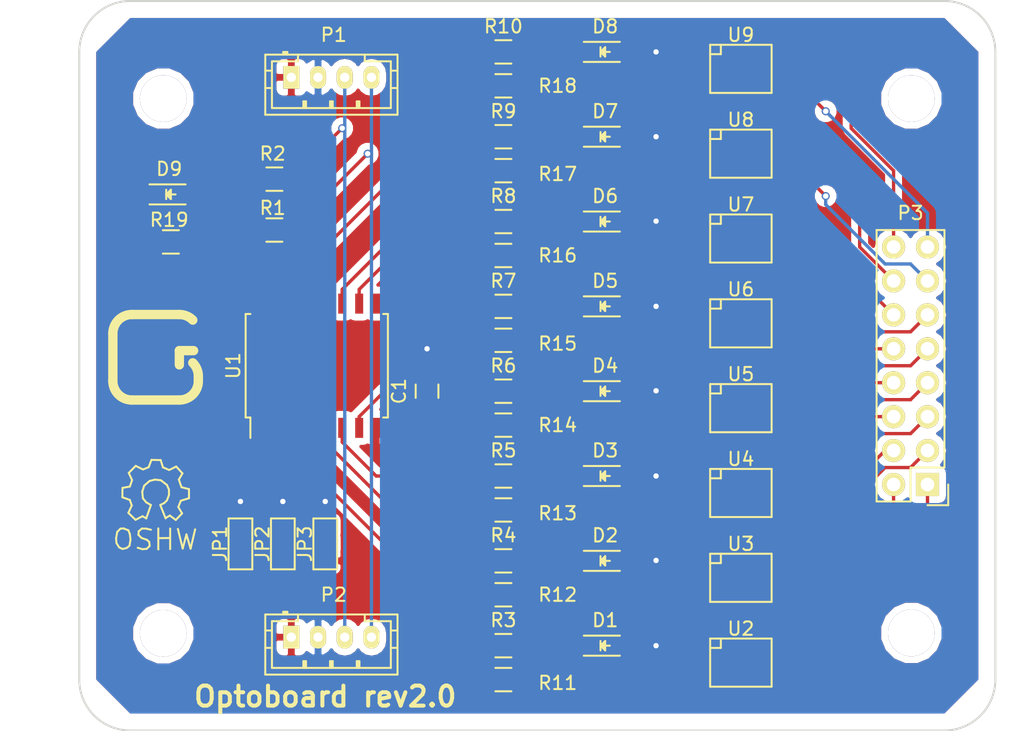
<source format=kicad_pcb>
(kicad_pcb (version 4) (host pcbnew 4.0.2+dfsg1-stable)

  (general
    (links 90)
    (no_connects 0)
    (area 137.426546 82.474999 214.384524 137.235001)
    (thickness 1.6)
    (drawings 9)
    (tracks 236)
    (zones 0)
    (modules 50)
    (nets 49)
  )

  (page A4)
  (title_block
    (title Optoboard)
  )

  (layers
    (0 F.Cu signal)
    (31 B.Cu signal)
    (32 B.Adhes user)
    (33 F.Adhes user)
    (34 B.Paste user)
    (35 F.Paste user)
    (36 B.SilkS user)
    (37 F.SilkS user)
    (38 B.Mask user)
    (39 F.Mask user)
    (40 Dwgs.User user)
    (41 Cmts.User user)
    (42 Eco1.User user)
    (43 Eco2.User user)
    (44 Edge.Cuts user)
    (45 Margin user)
    (46 B.CrtYd user)
    (47 F.CrtYd user)
    (48 B.Fab user)
    (49 F.Fab user)
  )

  (setup
    (last_trace_width 0.25)
    (trace_clearance 0.2)
    (zone_clearance 0.508)
    (zone_45_only no)
    (trace_min 0.2)
    (segment_width 0.1)
    (edge_width 0.15)
    (via_size 0.6)
    (via_drill 0.4)
    (via_min_size 0.4)
    (via_min_drill 0.3)
    (uvia_size 0.3)
    (uvia_drill 0.1)
    (uvias_allowed no)
    (uvia_min_size 0.2)
    (uvia_min_drill 0.1)
    (pcb_text_width 0.3)
    (pcb_text_size 1.5 1.5)
    (mod_edge_width 0.15)
    (mod_text_size 1 1)
    (mod_text_width 0.15)
    (pad_size 1.524 1.524)
    (pad_drill 0.762)
    (pad_to_mask_clearance 0.2)
    (aux_axis_origin 143.51 82.55)
    (visible_elements FFFEF77F)
    (pcbplotparams
      (layerselection 0x010f0_80000001)
      (usegerberextensions false)
      (excludeedgelayer true)
      (linewidth 0.100000)
      (plotframeref false)
      (viasonmask false)
      (mode 1)
      (useauxorigin false)
      (hpglpennumber 1)
      (hpglpenspeed 20)
      (hpglpendiameter 15)
      (hpglpenoverlay 2)
      (psnegative false)
      (psa4output false)
      (plotreference true)
      (plotvalue true)
      (plotinvisibletext false)
      (padsonsilk false)
      (subtractmaskfromsilk false)
      (outputformat 1)
      (mirror false)
      (drillshape 0)
      (scaleselection 1)
      (outputdirectory ""))
  )

  (net 0 "")
  (net 1 GND)
  (net 2 VDD)
  (net 3 OUT0)
  (net 4 OUT1)
  (net 5 OUT2)
  (net 6 OUT3)
  (net 7 OUT4)
  (net 8 OUT5)
  (net 9 OUT6)
  (net 10 OUT7)
  (net 11 A0)
  (net 12 A1)
  (net 13 A2)
  (net 14 SCL)
  (net 15 SDA)
  (net 16 P0-)
  (net 17 P0+)
  (net 18 P1-)
  (net 19 P1+)
  (net 20 P2-)
  (net 21 P2+)
  (net 22 P3-)
  (net 23 P3+)
  (net 24 P4-)
  (net 25 P4+)
  (net 26 P5-)
  (net 27 P5+)
  (net 28 P6-)
  (net 29 P6+)
  (net 30 P7-)
  (net 31 P7+)
  (net 32 "Net-(R11-Pad2)")
  (net 33 "Net-(R12-Pad2)")
  (net 34 "Net-(R13-Pad2)")
  (net 35 "Net-(R14-Pad2)")
  (net 36 "Net-(R15-Pad2)")
  (net 37 "Net-(R16-Pad2)")
  (net 38 "Net-(R17-Pad2)")
  (net 39 "Net-(R18-Pad2)")
  (net 40 "Net-(D1-Pad1)")
  (net 41 "Net-(D2-Pad1)")
  (net 42 "Net-(D3-Pad1)")
  (net 43 "Net-(D4-Pad1)")
  (net 44 "Net-(D5-Pad1)")
  (net 45 "Net-(D6-Pad1)")
  (net 46 "Net-(D7-Pad1)")
  (net 47 "Net-(D8-Pad1)")
  (net 48 "Net-(D9-Pad1)")

  (net_class Default "This is the default net class."
    (clearance 0.2)
    (trace_width 0.25)
    (via_dia 0.6)
    (via_drill 0.4)
    (uvia_dia 0.3)
    (uvia_drill 0.1)
    (add_net A0)
    (add_net A1)
    (add_net A2)
    (add_net GND)
    (add_net "Net-(D1-Pad1)")
    (add_net "Net-(D2-Pad1)")
    (add_net "Net-(D3-Pad1)")
    (add_net "Net-(D4-Pad1)")
    (add_net "Net-(D5-Pad1)")
    (add_net "Net-(D6-Pad1)")
    (add_net "Net-(D7-Pad1)")
    (add_net "Net-(D8-Pad1)")
    (add_net "Net-(D9-Pad1)")
    (add_net "Net-(R11-Pad2)")
    (add_net "Net-(R12-Pad2)")
    (add_net "Net-(R13-Pad2)")
    (add_net "Net-(R14-Pad2)")
    (add_net "Net-(R15-Pad2)")
    (add_net "Net-(R16-Pad2)")
    (add_net "Net-(R17-Pad2)")
    (add_net "Net-(R18-Pad2)")
    (add_net OUT0)
    (add_net OUT1)
    (add_net OUT2)
    (add_net OUT3)
    (add_net OUT4)
    (add_net OUT5)
    (add_net OUT6)
    (add_net OUT7)
    (add_net P0+)
    (add_net P0-)
    (add_net P1+)
    (add_net P1-)
    (add_net P2+)
    (add_net P2-)
    (add_net P3+)
    (add_net P3-)
    (add_net P4+)
    (add_net P4-)
    (add_net P5+)
    (add_net P5-)
    (add_net P6+)
    (add_net P6-)
    (add_net P7+)
    (add_net P7-)
    (add_net SCL)
    (add_net SDA)
    (add_net VDD)
  )

  (module Capacitors_SMD:C_0805_HandSoldering (layer F.Cu) (tedit 541A9B8D) (tstamp 58E4EDEE)
    (at 169.545 111.76 90)
    (descr "Capacitor SMD 0805, hand soldering")
    (tags "capacitor 0805")
    (path /58E2580B)
    (attr smd)
    (fp_text reference C1 (at 0 -2.1 90) (layer F.SilkS)
      (effects (font (size 1 1) (thickness 0.15)))
    )
    (fp_text value 100nF (at 0 2.1 90) (layer F.Fab)
      (effects (font (size 1 1) (thickness 0.15)))
    )
    (fp_line (start -2.3 -1) (end 2.3 -1) (layer F.CrtYd) (width 0.05))
    (fp_line (start -2.3 1) (end 2.3 1) (layer F.CrtYd) (width 0.05))
    (fp_line (start -2.3 -1) (end -2.3 1) (layer F.CrtYd) (width 0.05))
    (fp_line (start 2.3 -1) (end 2.3 1) (layer F.CrtYd) (width 0.05))
    (fp_line (start 0.5 -0.85) (end -0.5 -0.85) (layer F.SilkS) (width 0.15))
    (fp_line (start -0.5 0.85) (end 0.5 0.85) (layer F.SilkS) (width 0.15))
    (pad 1 smd rect (at -1.25 0 90) (size 1.5 1.25) (layers F.Cu F.Paste F.Mask)
      (net 1 GND))
    (pad 2 smd rect (at 1.25 0 90) (size 1.5 1.25) (layers F.Cu F.Paste F.Mask)
      (net 2 VDD))
    (model Capacitors_SMD.3dshapes/C_0805_HandSoldering.wrl
      (at (xyz 0 0 0))
      (scale (xyz 1 1 1))
      (rotate (xyz 0 0 0))
    )
  )

  (module LEDs:LED_0805 (layer F.Cu) (tedit 591DC732) (tstamp 58E4EDF4)
    (at 182.88 130.81)
    (descr "LED 0805 smd package")
    (tags "LED 0805 SMD")
    (path /58E0F57D)
    (attr smd)
    (fp_text reference D1 (at 0 -1.905) (layer F.SilkS)
      (effects (font (size 1 1) (thickness 0.15)))
    )
    (fp_text value LED (at 0 1.75) (layer F.Fab)
      (effects (font (size 1 1) (thickness 0.15)))
    )
    (fp_line (start -1.6 0.75) (end 1.1 0.75) (layer F.SilkS) (width 0.15))
    (fp_line (start -1.6 -0.75) (end 1.1 -0.75) (layer F.SilkS) (width 0.15))
    (fp_line (start -0.1 0.15) (end -0.1 -0.1) (layer F.SilkS) (width 0.15))
    (fp_line (start -0.1 -0.1) (end -0.25 0.05) (layer F.SilkS) (width 0.15))
    (fp_line (start -0.35 -0.35) (end -0.35 0.35) (layer F.SilkS) (width 0.15))
    (fp_line (start 0 0) (end 0.35 0) (layer F.SilkS) (width 0.15))
    (fp_line (start -0.35 0) (end 0 -0.35) (layer F.SilkS) (width 0.15))
    (fp_line (start 0 -0.35) (end 0 0.35) (layer F.SilkS) (width 0.15))
    (fp_line (start 0 0.35) (end -0.35 0) (layer F.SilkS) (width 0.15))
    (fp_line (start 1.9 -0.95) (end 1.9 0.95) (layer F.CrtYd) (width 0.05))
    (fp_line (start 1.9 0.95) (end -1.9 0.95) (layer F.CrtYd) (width 0.05))
    (fp_line (start -1.9 0.95) (end -1.9 -0.95) (layer F.CrtYd) (width 0.05))
    (fp_line (start -1.9 -0.95) (end 1.9 -0.95) (layer F.CrtYd) (width 0.05))
    (pad 2 smd rect (at 1.04902 0 180) (size 1.19888 1.19888) (layers F.Cu F.Paste F.Mask)
      (net 2 VDD))
    (pad 1 smd rect (at -1.04902 0 180) (size 1.19888 1.19888) (layers F.Cu F.Paste F.Mask)
      (net 40 "Net-(D1-Pad1)"))
    (model LEDs.3dshapes/LED_0805.wrl
      (at (xyz 0 0 0))
      (scale (xyz 1 1 1))
      (rotate (xyz 0 0 0))
    )
  )

  (module LEDs:LED_0805 (layer F.Cu) (tedit 591DC72F) (tstamp 58E4EDFA)
    (at 182.88 124.46)
    (descr "LED 0805 smd package")
    (tags "LED 0805 SMD")
    (path /58E0F583)
    (attr smd)
    (fp_text reference D2 (at 0 -1.905) (layer F.SilkS)
      (effects (font (size 1 1) (thickness 0.15)))
    )
    (fp_text value LED (at 0 1.75) (layer F.Fab)
      (effects (font (size 1 1) (thickness 0.15)))
    )
    (fp_line (start -1.6 0.75) (end 1.1 0.75) (layer F.SilkS) (width 0.15))
    (fp_line (start -1.6 -0.75) (end 1.1 -0.75) (layer F.SilkS) (width 0.15))
    (fp_line (start -0.1 0.15) (end -0.1 -0.1) (layer F.SilkS) (width 0.15))
    (fp_line (start -0.1 -0.1) (end -0.25 0.05) (layer F.SilkS) (width 0.15))
    (fp_line (start -0.35 -0.35) (end -0.35 0.35) (layer F.SilkS) (width 0.15))
    (fp_line (start 0 0) (end 0.35 0) (layer F.SilkS) (width 0.15))
    (fp_line (start -0.35 0) (end 0 -0.35) (layer F.SilkS) (width 0.15))
    (fp_line (start 0 -0.35) (end 0 0.35) (layer F.SilkS) (width 0.15))
    (fp_line (start 0 0.35) (end -0.35 0) (layer F.SilkS) (width 0.15))
    (fp_line (start 1.9 -0.95) (end 1.9 0.95) (layer F.CrtYd) (width 0.05))
    (fp_line (start 1.9 0.95) (end -1.9 0.95) (layer F.CrtYd) (width 0.05))
    (fp_line (start -1.9 0.95) (end -1.9 -0.95) (layer F.CrtYd) (width 0.05))
    (fp_line (start -1.9 -0.95) (end 1.9 -0.95) (layer F.CrtYd) (width 0.05))
    (pad 2 smd rect (at 1.04902 0 180) (size 1.19888 1.19888) (layers F.Cu F.Paste F.Mask)
      (net 2 VDD))
    (pad 1 smd rect (at -1.04902 0 180) (size 1.19888 1.19888) (layers F.Cu F.Paste F.Mask)
      (net 41 "Net-(D2-Pad1)"))
    (model LEDs.3dshapes/LED_0805.wrl
      (at (xyz 0 0 0))
      (scale (xyz 1 1 1))
      (rotate (xyz 0 0 0))
    )
  )

  (module LEDs:LED_0805 (layer F.Cu) (tedit 591DC72C) (tstamp 58E4EE00)
    (at 182.88 118.11)
    (descr "LED 0805 smd package")
    (tags "LED 0805 SMD")
    (path /58E0F589)
    (attr smd)
    (fp_text reference D3 (at 0 -1.905) (layer F.SilkS)
      (effects (font (size 1 1) (thickness 0.15)))
    )
    (fp_text value LED (at 0 1.75) (layer F.Fab)
      (effects (font (size 1 1) (thickness 0.15)))
    )
    (fp_line (start -1.6 0.75) (end 1.1 0.75) (layer F.SilkS) (width 0.15))
    (fp_line (start -1.6 -0.75) (end 1.1 -0.75) (layer F.SilkS) (width 0.15))
    (fp_line (start -0.1 0.15) (end -0.1 -0.1) (layer F.SilkS) (width 0.15))
    (fp_line (start -0.1 -0.1) (end -0.25 0.05) (layer F.SilkS) (width 0.15))
    (fp_line (start -0.35 -0.35) (end -0.35 0.35) (layer F.SilkS) (width 0.15))
    (fp_line (start 0 0) (end 0.35 0) (layer F.SilkS) (width 0.15))
    (fp_line (start -0.35 0) (end 0 -0.35) (layer F.SilkS) (width 0.15))
    (fp_line (start 0 -0.35) (end 0 0.35) (layer F.SilkS) (width 0.15))
    (fp_line (start 0 0.35) (end -0.35 0) (layer F.SilkS) (width 0.15))
    (fp_line (start 1.9 -0.95) (end 1.9 0.95) (layer F.CrtYd) (width 0.05))
    (fp_line (start 1.9 0.95) (end -1.9 0.95) (layer F.CrtYd) (width 0.05))
    (fp_line (start -1.9 0.95) (end -1.9 -0.95) (layer F.CrtYd) (width 0.05))
    (fp_line (start -1.9 -0.95) (end 1.9 -0.95) (layer F.CrtYd) (width 0.05))
    (pad 2 smd rect (at 1.04902 0 180) (size 1.19888 1.19888) (layers F.Cu F.Paste F.Mask)
      (net 2 VDD))
    (pad 1 smd rect (at -1.04902 0 180) (size 1.19888 1.19888) (layers F.Cu F.Paste F.Mask)
      (net 42 "Net-(D3-Pad1)"))
    (model LEDs.3dshapes/LED_0805.wrl
      (at (xyz 0 0 0))
      (scale (xyz 1 1 1))
      (rotate (xyz 0 0 0))
    )
  )

  (module LEDs:LED_0805 (layer F.Cu) (tedit 591DC728) (tstamp 58E4EE06)
    (at 182.88 111.76)
    (descr "LED 0805 smd package")
    (tags "LED 0805 SMD")
    (path /58E0F58F)
    (attr smd)
    (fp_text reference D4 (at 0 -1.905) (layer F.SilkS)
      (effects (font (size 1 1) (thickness 0.15)))
    )
    (fp_text value LED (at 0 1.75) (layer F.Fab)
      (effects (font (size 1 1) (thickness 0.15)))
    )
    (fp_line (start -1.6 0.75) (end 1.1 0.75) (layer F.SilkS) (width 0.15))
    (fp_line (start -1.6 -0.75) (end 1.1 -0.75) (layer F.SilkS) (width 0.15))
    (fp_line (start -0.1 0.15) (end -0.1 -0.1) (layer F.SilkS) (width 0.15))
    (fp_line (start -0.1 -0.1) (end -0.25 0.05) (layer F.SilkS) (width 0.15))
    (fp_line (start -0.35 -0.35) (end -0.35 0.35) (layer F.SilkS) (width 0.15))
    (fp_line (start 0 0) (end 0.35 0) (layer F.SilkS) (width 0.15))
    (fp_line (start -0.35 0) (end 0 -0.35) (layer F.SilkS) (width 0.15))
    (fp_line (start 0 -0.35) (end 0 0.35) (layer F.SilkS) (width 0.15))
    (fp_line (start 0 0.35) (end -0.35 0) (layer F.SilkS) (width 0.15))
    (fp_line (start 1.9 -0.95) (end 1.9 0.95) (layer F.CrtYd) (width 0.05))
    (fp_line (start 1.9 0.95) (end -1.9 0.95) (layer F.CrtYd) (width 0.05))
    (fp_line (start -1.9 0.95) (end -1.9 -0.95) (layer F.CrtYd) (width 0.05))
    (fp_line (start -1.9 -0.95) (end 1.9 -0.95) (layer F.CrtYd) (width 0.05))
    (pad 2 smd rect (at 1.04902 0 180) (size 1.19888 1.19888) (layers F.Cu F.Paste F.Mask)
      (net 2 VDD))
    (pad 1 smd rect (at -1.04902 0 180) (size 1.19888 1.19888) (layers F.Cu F.Paste F.Mask)
      (net 43 "Net-(D4-Pad1)"))
    (model LEDs.3dshapes/LED_0805.wrl
      (at (xyz 0 0 0))
      (scale (xyz 1 1 1))
      (rotate (xyz 0 0 0))
    )
  )

  (module LEDs:LED_0805 (layer F.Cu) (tedit 591DC727) (tstamp 58E4EE0C)
    (at 182.88 105.41)
    (descr "LED 0805 smd package")
    (tags "LED 0805 SMD")
    (path /58E0EAAD)
    (attr smd)
    (fp_text reference D5 (at 0 -1.905) (layer F.SilkS)
      (effects (font (size 1 1) (thickness 0.15)))
    )
    (fp_text value LED (at 0 1.75) (layer F.Fab)
      (effects (font (size 1 1) (thickness 0.15)))
    )
    (fp_line (start -1.6 0.75) (end 1.1 0.75) (layer F.SilkS) (width 0.15))
    (fp_line (start -1.6 -0.75) (end 1.1 -0.75) (layer F.SilkS) (width 0.15))
    (fp_line (start -0.1 0.15) (end -0.1 -0.1) (layer F.SilkS) (width 0.15))
    (fp_line (start -0.1 -0.1) (end -0.25 0.05) (layer F.SilkS) (width 0.15))
    (fp_line (start -0.35 -0.35) (end -0.35 0.35) (layer F.SilkS) (width 0.15))
    (fp_line (start 0 0) (end 0.35 0) (layer F.SilkS) (width 0.15))
    (fp_line (start -0.35 0) (end 0 -0.35) (layer F.SilkS) (width 0.15))
    (fp_line (start 0 -0.35) (end 0 0.35) (layer F.SilkS) (width 0.15))
    (fp_line (start 0 0.35) (end -0.35 0) (layer F.SilkS) (width 0.15))
    (fp_line (start 1.9 -0.95) (end 1.9 0.95) (layer F.CrtYd) (width 0.05))
    (fp_line (start 1.9 0.95) (end -1.9 0.95) (layer F.CrtYd) (width 0.05))
    (fp_line (start -1.9 0.95) (end -1.9 -0.95) (layer F.CrtYd) (width 0.05))
    (fp_line (start -1.9 -0.95) (end 1.9 -0.95) (layer F.CrtYd) (width 0.05))
    (pad 2 smd rect (at 1.04902 0 180) (size 1.19888 1.19888) (layers F.Cu F.Paste F.Mask)
      (net 2 VDD))
    (pad 1 smd rect (at -1.04902 0 180) (size 1.19888 1.19888) (layers F.Cu F.Paste F.Mask)
      (net 44 "Net-(D5-Pad1)"))
    (model LEDs.3dshapes/LED_0805.wrl
      (at (xyz 0 0 0))
      (scale (xyz 1 1 1))
      (rotate (xyz 0 0 0))
    )
  )

  (module LEDs:LED_0805 (layer F.Cu) (tedit 591DC71E) (tstamp 58E4EE12)
    (at 182.88 99.06)
    (descr "LED 0805 smd package")
    (tags "LED 0805 SMD")
    (path /58E0EB6F)
    (attr smd)
    (fp_text reference D6 (at 0 -1.905) (layer F.SilkS)
      (effects (font (size 1 1) (thickness 0.15)))
    )
    (fp_text value LED (at 0 1.75) (layer F.Fab)
      (effects (font (size 1 1) (thickness 0.15)))
    )
    (fp_line (start -1.6 0.75) (end 1.1 0.75) (layer F.SilkS) (width 0.15))
    (fp_line (start -1.6 -0.75) (end 1.1 -0.75) (layer F.SilkS) (width 0.15))
    (fp_line (start -0.1 0.15) (end -0.1 -0.1) (layer F.SilkS) (width 0.15))
    (fp_line (start -0.1 -0.1) (end -0.25 0.05) (layer F.SilkS) (width 0.15))
    (fp_line (start -0.35 -0.35) (end -0.35 0.35) (layer F.SilkS) (width 0.15))
    (fp_line (start 0 0) (end 0.35 0) (layer F.SilkS) (width 0.15))
    (fp_line (start -0.35 0) (end 0 -0.35) (layer F.SilkS) (width 0.15))
    (fp_line (start 0 -0.35) (end 0 0.35) (layer F.SilkS) (width 0.15))
    (fp_line (start 0 0.35) (end -0.35 0) (layer F.SilkS) (width 0.15))
    (fp_line (start 1.9 -0.95) (end 1.9 0.95) (layer F.CrtYd) (width 0.05))
    (fp_line (start 1.9 0.95) (end -1.9 0.95) (layer F.CrtYd) (width 0.05))
    (fp_line (start -1.9 0.95) (end -1.9 -0.95) (layer F.CrtYd) (width 0.05))
    (fp_line (start -1.9 -0.95) (end 1.9 -0.95) (layer F.CrtYd) (width 0.05))
    (pad 2 smd rect (at 1.04902 0 180) (size 1.19888 1.19888) (layers F.Cu F.Paste F.Mask)
      (net 2 VDD))
    (pad 1 smd rect (at -1.04902 0 180) (size 1.19888 1.19888) (layers F.Cu F.Paste F.Mask)
      (net 45 "Net-(D6-Pad1)"))
    (model LEDs.3dshapes/LED_0805.wrl
      (at (xyz 0 0 0))
      (scale (xyz 1 1 1))
      (rotate (xyz 0 0 0))
    )
  )

  (module LEDs:LED_0805 (layer F.Cu) (tedit 591DC71C) (tstamp 58E4EE18)
    (at 182.88 92.71)
    (descr "LED 0805 smd package")
    (tags "LED 0805 SMD")
    (path /58E0EBAD)
    (attr smd)
    (fp_text reference D7 (at 0 -1.905) (layer F.SilkS)
      (effects (font (size 1 1) (thickness 0.15)))
    )
    (fp_text value LED (at 0 1.75) (layer F.Fab)
      (effects (font (size 1 1) (thickness 0.15)))
    )
    (fp_line (start -1.6 0.75) (end 1.1 0.75) (layer F.SilkS) (width 0.15))
    (fp_line (start -1.6 -0.75) (end 1.1 -0.75) (layer F.SilkS) (width 0.15))
    (fp_line (start -0.1 0.15) (end -0.1 -0.1) (layer F.SilkS) (width 0.15))
    (fp_line (start -0.1 -0.1) (end -0.25 0.05) (layer F.SilkS) (width 0.15))
    (fp_line (start -0.35 -0.35) (end -0.35 0.35) (layer F.SilkS) (width 0.15))
    (fp_line (start 0 0) (end 0.35 0) (layer F.SilkS) (width 0.15))
    (fp_line (start -0.35 0) (end 0 -0.35) (layer F.SilkS) (width 0.15))
    (fp_line (start 0 -0.35) (end 0 0.35) (layer F.SilkS) (width 0.15))
    (fp_line (start 0 0.35) (end -0.35 0) (layer F.SilkS) (width 0.15))
    (fp_line (start 1.9 -0.95) (end 1.9 0.95) (layer F.CrtYd) (width 0.05))
    (fp_line (start 1.9 0.95) (end -1.9 0.95) (layer F.CrtYd) (width 0.05))
    (fp_line (start -1.9 0.95) (end -1.9 -0.95) (layer F.CrtYd) (width 0.05))
    (fp_line (start -1.9 -0.95) (end 1.9 -0.95) (layer F.CrtYd) (width 0.05))
    (pad 2 smd rect (at 1.04902 0 180) (size 1.19888 1.19888) (layers F.Cu F.Paste F.Mask)
      (net 2 VDD))
    (pad 1 smd rect (at -1.04902 0 180) (size 1.19888 1.19888) (layers F.Cu F.Paste F.Mask)
      (net 46 "Net-(D7-Pad1)"))
    (model LEDs.3dshapes/LED_0805.wrl
      (at (xyz 0 0 0))
      (scale (xyz 1 1 1))
      (rotate (xyz 0 0 0))
    )
  )

  (module LEDs:LED_0805 (layer F.Cu) (tedit 591DC723) (tstamp 58E4EE1E)
    (at 182.88 86.36)
    (descr "LED 0805 smd package")
    (tags "LED 0805 SMD")
    (path /58E0EC48)
    (attr smd)
    (fp_text reference D8 (at 0 -1.905) (layer F.SilkS)
      (effects (font (size 1 1) (thickness 0.15)))
    )
    (fp_text value LED (at 0 1.75) (layer F.Fab)
      (effects (font (size 1 1) (thickness 0.15)))
    )
    (fp_line (start -1.6 0.75) (end 1.1 0.75) (layer F.SilkS) (width 0.15))
    (fp_line (start -1.6 -0.75) (end 1.1 -0.75) (layer F.SilkS) (width 0.15))
    (fp_line (start -0.1 0.15) (end -0.1 -0.1) (layer F.SilkS) (width 0.15))
    (fp_line (start -0.1 -0.1) (end -0.25 0.05) (layer F.SilkS) (width 0.15))
    (fp_line (start -0.35 -0.35) (end -0.35 0.35) (layer F.SilkS) (width 0.15))
    (fp_line (start 0 0) (end 0.35 0) (layer F.SilkS) (width 0.15))
    (fp_line (start -0.35 0) (end 0 -0.35) (layer F.SilkS) (width 0.15))
    (fp_line (start 0 -0.35) (end 0 0.35) (layer F.SilkS) (width 0.15))
    (fp_line (start 0 0.35) (end -0.35 0) (layer F.SilkS) (width 0.15))
    (fp_line (start 1.9 -0.95) (end 1.9 0.95) (layer F.CrtYd) (width 0.05))
    (fp_line (start 1.9 0.95) (end -1.9 0.95) (layer F.CrtYd) (width 0.05))
    (fp_line (start -1.9 0.95) (end -1.9 -0.95) (layer F.CrtYd) (width 0.05))
    (fp_line (start -1.9 -0.95) (end 1.9 -0.95) (layer F.CrtYd) (width 0.05))
    (pad 2 smd rect (at 1.04902 0 180) (size 1.19888 1.19888) (layers F.Cu F.Paste F.Mask)
      (net 2 VDD))
    (pad 1 smd rect (at -1.04902 0 180) (size 1.19888 1.19888) (layers F.Cu F.Paste F.Mask)
      (net 47 "Net-(D8-Pad1)"))
    (model LEDs.3dshapes/LED_0805.wrl
      (at (xyz 0 0 0))
      (scale (xyz 1 1 1))
      (rotate (xyz 0 0 0))
    )
  )

  (module Resistors_SMD:R_0805_HandSoldering (layer F.Cu) (tedit 592EC25B) (tstamp 58E4EE61)
    (at 158.115 99.695)
    (descr "Resistor SMD 0805, hand soldering")
    (tags "resistor 0805")
    (path /58E252DA)
    (attr smd)
    (fp_text reference R1 (at -0.127 -1.651) (layer F.SilkS)
      (effects (font (size 1 1) (thickness 0.15)))
    )
    (fp_text value 4.7K (at 0 2.1) (layer F.Fab)
      (effects (font (size 1 1) (thickness 0.15)))
    )
    (fp_line (start -2.4 -1) (end 2.4 -1) (layer F.CrtYd) (width 0.05))
    (fp_line (start -2.4 1) (end 2.4 1) (layer F.CrtYd) (width 0.05))
    (fp_line (start -2.4 -1) (end -2.4 1) (layer F.CrtYd) (width 0.05))
    (fp_line (start 2.4 -1) (end 2.4 1) (layer F.CrtYd) (width 0.05))
    (fp_line (start 0.6 0.875) (end -0.6 0.875) (layer F.SilkS) (width 0.15))
    (fp_line (start -0.6 -0.875) (end 0.6 -0.875) (layer F.SilkS) (width 0.15))
    (pad 1 smd rect (at -1.35 0) (size 1.5 1.3) (layers F.Cu F.Paste F.Mask)
      (net 2 VDD))
    (pad 2 smd rect (at 1.35 0) (size 1.5 1.3) (layers F.Cu F.Paste F.Mask)
      (net 14 SCL))
    (model Resistors_SMD.3dshapes/R_0805_HandSoldering.wrl
      (at (xyz 0 0 0))
      (scale (xyz 1 1 1))
      (rotate (xyz 0 0 0))
    )
  )

  (module Resistors_SMD:R_0805_HandSoldering (layer F.Cu) (tedit 592EC263) (tstamp 58E4EE67)
    (at 158.115 95.885)
    (descr "Resistor SMD 0805, hand soldering")
    (tags "resistor 0805")
    (path /58E251E7)
    (attr smd)
    (fp_text reference R2 (at -0.127 -1.905) (layer F.SilkS)
      (effects (font (size 1 1) (thickness 0.15)))
    )
    (fp_text value 4.7K (at 0 2.1) (layer F.Fab)
      (effects (font (size 1 1) (thickness 0.15)))
    )
    (fp_line (start -2.4 -1) (end 2.4 -1) (layer F.CrtYd) (width 0.05))
    (fp_line (start -2.4 1) (end 2.4 1) (layer F.CrtYd) (width 0.05))
    (fp_line (start -2.4 -1) (end -2.4 1) (layer F.CrtYd) (width 0.05))
    (fp_line (start 2.4 -1) (end 2.4 1) (layer F.CrtYd) (width 0.05))
    (fp_line (start 0.6 0.875) (end -0.6 0.875) (layer F.SilkS) (width 0.15))
    (fp_line (start -0.6 -0.875) (end 0.6 -0.875) (layer F.SilkS) (width 0.15))
    (pad 1 smd rect (at -1.35 0) (size 1.5 1.3) (layers F.Cu F.Paste F.Mask)
      (net 2 VDD))
    (pad 2 smd rect (at 1.35 0) (size 1.5 1.3) (layers F.Cu F.Paste F.Mask)
      (net 15 SDA))
    (model Resistors_SMD.3dshapes/R_0805_HandSoldering.wrl
      (at (xyz 0 0 0))
      (scale (xyz 1 1 1))
      (rotate (xyz 0 0 0))
    )
  )

  (module Resistors_SMD:R_0805_HandSoldering (layer F.Cu) (tedit 58E50CB7) (tstamp 58E4EE6D)
    (at 175.26 130.81 180)
    (descr "Resistor SMD 0805, hand soldering")
    (tags "resistor 0805")
    (path /58E296E3)
    (attr smd)
    (fp_text reference R3 (at 0 1.905 180) (layer F.SilkS)
      (effects (font (size 1 1) (thickness 0.15)))
    )
    (fp_text value 1K (at 0 2.1 180) (layer F.Fab)
      (effects (font (size 1 1) (thickness 0.15)))
    )
    (fp_line (start -2.4 -1) (end 2.4 -1) (layer F.CrtYd) (width 0.05))
    (fp_line (start -2.4 1) (end 2.4 1) (layer F.CrtYd) (width 0.05))
    (fp_line (start -2.4 -1) (end -2.4 1) (layer F.CrtYd) (width 0.05))
    (fp_line (start 2.4 -1) (end 2.4 1) (layer F.CrtYd) (width 0.05))
    (fp_line (start 0.6 0.875) (end -0.6 0.875) (layer F.SilkS) (width 0.15))
    (fp_line (start -0.6 -0.875) (end 0.6 -0.875) (layer F.SilkS) (width 0.15))
    (pad 1 smd rect (at -1.35 0 180) (size 1.5 1.3) (layers F.Cu F.Paste F.Mask)
      (net 40 "Net-(D1-Pad1)"))
    (pad 2 smd rect (at 1.35 0 180) (size 1.5 1.3) (layers F.Cu F.Paste F.Mask)
      (net 3 OUT0))
    (model Resistors_SMD.3dshapes/R_0805_HandSoldering.wrl
      (at (xyz 0 0 0))
      (scale (xyz 1 1 1))
      (rotate (xyz 0 0 0))
    )
  )

  (module Resistors_SMD:R_0805_HandSoldering (layer F.Cu) (tedit 58E50CCF) (tstamp 58E4EE73)
    (at 175.26 124.46 180)
    (descr "Resistor SMD 0805, hand soldering")
    (tags "resistor 0805")
    (path /58E297C9)
    (attr smd)
    (fp_text reference R4 (at 0 1.905 180) (layer F.SilkS)
      (effects (font (size 1 1) (thickness 0.15)))
    )
    (fp_text value 1K (at 0 2.1 180) (layer F.Fab)
      (effects (font (size 1 1) (thickness 0.15)))
    )
    (fp_line (start -2.4 -1) (end 2.4 -1) (layer F.CrtYd) (width 0.05))
    (fp_line (start -2.4 1) (end 2.4 1) (layer F.CrtYd) (width 0.05))
    (fp_line (start -2.4 -1) (end -2.4 1) (layer F.CrtYd) (width 0.05))
    (fp_line (start 2.4 -1) (end 2.4 1) (layer F.CrtYd) (width 0.05))
    (fp_line (start 0.6 0.875) (end -0.6 0.875) (layer F.SilkS) (width 0.15))
    (fp_line (start -0.6 -0.875) (end 0.6 -0.875) (layer F.SilkS) (width 0.15))
    (pad 1 smd rect (at -1.35 0 180) (size 1.5 1.3) (layers F.Cu F.Paste F.Mask)
      (net 41 "Net-(D2-Pad1)"))
    (pad 2 smd rect (at 1.35 0 180) (size 1.5 1.3) (layers F.Cu F.Paste F.Mask)
      (net 4 OUT1))
    (model Resistors_SMD.3dshapes/R_0805_HandSoldering.wrl
      (at (xyz 0 0 0))
      (scale (xyz 1 1 1))
      (rotate (xyz 0 0 0))
    )
  )

  (module Resistors_SMD:R_0805_HandSoldering (layer F.Cu) (tedit 58E50CDE) (tstamp 58E4EE79)
    (at 175.26 118.11 180)
    (descr "Resistor SMD 0805, hand soldering")
    (tags "resistor 0805")
    (path /58E29842)
    (attr smd)
    (fp_text reference R5 (at 0 1.905 180) (layer F.SilkS)
      (effects (font (size 1 1) (thickness 0.15)))
    )
    (fp_text value 1K (at 0 2.1 180) (layer F.Fab)
      (effects (font (size 1 1) (thickness 0.15)))
    )
    (fp_line (start -2.4 -1) (end 2.4 -1) (layer F.CrtYd) (width 0.05))
    (fp_line (start -2.4 1) (end 2.4 1) (layer F.CrtYd) (width 0.05))
    (fp_line (start -2.4 -1) (end -2.4 1) (layer F.CrtYd) (width 0.05))
    (fp_line (start 2.4 -1) (end 2.4 1) (layer F.CrtYd) (width 0.05))
    (fp_line (start 0.6 0.875) (end -0.6 0.875) (layer F.SilkS) (width 0.15))
    (fp_line (start -0.6 -0.875) (end 0.6 -0.875) (layer F.SilkS) (width 0.15))
    (pad 1 smd rect (at -1.35 0 180) (size 1.5 1.3) (layers F.Cu F.Paste F.Mask)
      (net 42 "Net-(D3-Pad1)"))
    (pad 2 smd rect (at 1.35 0 180) (size 1.5 1.3) (layers F.Cu F.Paste F.Mask)
      (net 5 OUT2))
    (model Resistors_SMD.3dshapes/R_0805_HandSoldering.wrl
      (at (xyz 0 0 0))
      (scale (xyz 1 1 1))
      (rotate (xyz 0 0 0))
    )
  )

  (module Resistors_SMD:R_0805_HandSoldering (layer F.Cu) (tedit 58E50CE6) (tstamp 58E4EE7F)
    (at 175.26 111.76 180)
    (descr "Resistor SMD 0805, hand soldering")
    (tags "resistor 0805")
    (path /58E298BE)
    (attr smd)
    (fp_text reference R6 (at 0 1.905 180) (layer F.SilkS)
      (effects (font (size 1 1) (thickness 0.15)))
    )
    (fp_text value 1K (at 0 2.1 180) (layer F.Fab)
      (effects (font (size 1 1) (thickness 0.15)))
    )
    (fp_line (start -2.4 -1) (end 2.4 -1) (layer F.CrtYd) (width 0.05))
    (fp_line (start -2.4 1) (end 2.4 1) (layer F.CrtYd) (width 0.05))
    (fp_line (start -2.4 -1) (end -2.4 1) (layer F.CrtYd) (width 0.05))
    (fp_line (start 2.4 -1) (end 2.4 1) (layer F.CrtYd) (width 0.05))
    (fp_line (start 0.6 0.875) (end -0.6 0.875) (layer F.SilkS) (width 0.15))
    (fp_line (start -0.6 -0.875) (end 0.6 -0.875) (layer F.SilkS) (width 0.15))
    (pad 1 smd rect (at -1.35 0 180) (size 1.5 1.3) (layers F.Cu F.Paste F.Mask)
      (net 43 "Net-(D4-Pad1)"))
    (pad 2 smd rect (at 1.35 0 180) (size 1.5 1.3) (layers F.Cu F.Paste F.Mask)
      (net 6 OUT3))
    (model Resistors_SMD.3dshapes/R_0805_HandSoldering.wrl
      (at (xyz 0 0 0))
      (scale (xyz 1 1 1))
      (rotate (xyz 0 0 0))
    )
  )

  (module Resistors_SMD:R_0805_HandSoldering (layer F.Cu) (tedit 58E50CEE) (tstamp 58E4EE85)
    (at 175.26 105.41 180)
    (descr "Resistor SMD 0805, hand soldering")
    (tags "resistor 0805")
    (path /58E2A52B)
    (attr smd)
    (fp_text reference R7 (at 0 1.905 180) (layer F.SilkS)
      (effects (font (size 1 1) (thickness 0.15)))
    )
    (fp_text value 1K (at 0 2.1 180) (layer F.Fab)
      (effects (font (size 1 1) (thickness 0.15)))
    )
    (fp_line (start -2.4 -1) (end 2.4 -1) (layer F.CrtYd) (width 0.05))
    (fp_line (start -2.4 1) (end 2.4 1) (layer F.CrtYd) (width 0.05))
    (fp_line (start -2.4 -1) (end -2.4 1) (layer F.CrtYd) (width 0.05))
    (fp_line (start 2.4 -1) (end 2.4 1) (layer F.CrtYd) (width 0.05))
    (fp_line (start 0.6 0.875) (end -0.6 0.875) (layer F.SilkS) (width 0.15))
    (fp_line (start -0.6 -0.875) (end 0.6 -0.875) (layer F.SilkS) (width 0.15))
    (pad 1 smd rect (at -1.35 0 180) (size 1.5 1.3) (layers F.Cu F.Paste F.Mask)
      (net 44 "Net-(D5-Pad1)"))
    (pad 2 smd rect (at 1.35 0 180) (size 1.5 1.3) (layers F.Cu F.Paste F.Mask)
      (net 7 OUT4))
    (model Resistors_SMD.3dshapes/R_0805_HandSoldering.wrl
      (at (xyz 0 0 0))
      (scale (xyz 1 1 1))
      (rotate (xyz 0 0 0))
    )
  )

  (module Resistors_SMD:R_0805_HandSoldering (layer F.Cu) (tedit 58E50CF4) (tstamp 58E4EE8B)
    (at 175.26 99.06 180)
    (descr "Resistor SMD 0805, hand soldering")
    (tags "resistor 0805")
    (path /58E2A531)
    (attr smd)
    (fp_text reference R8 (at 0 1.905 180) (layer F.SilkS)
      (effects (font (size 1 1) (thickness 0.15)))
    )
    (fp_text value 1K (at 0 2.1 180) (layer F.Fab)
      (effects (font (size 1 1) (thickness 0.15)))
    )
    (fp_line (start -2.4 -1) (end 2.4 -1) (layer F.CrtYd) (width 0.05))
    (fp_line (start -2.4 1) (end 2.4 1) (layer F.CrtYd) (width 0.05))
    (fp_line (start -2.4 -1) (end -2.4 1) (layer F.CrtYd) (width 0.05))
    (fp_line (start 2.4 -1) (end 2.4 1) (layer F.CrtYd) (width 0.05))
    (fp_line (start 0.6 0.875) (end -0.6 0.875) (layer F.SilkS) (width 0.15))
    (fp_line (start -0.6 -0.875) (end 0.6 -0.875) (layer F.SilkS) (width 0.15))
    (pad 1 smd rect (at -1.35 0 180) (size 1.5 1.3) (layers F.Cu F.Paste F.Mask)
      (net 45 "Net-(D6-Pad1)"))
    (pad 2 smd rect (at 1.35 0 180) (size 1.5 1.3) (layers F.Cu F.Paste F.Mask)
      (net 8 OUT5))
    (model Resistors_SMD.3dshapes/R_0805_HandSoldering.wrl
      (at (xyz 0 0 0))
      (scale (xyz 1 1 1))
      (rotate (xyz 0 0 0))
    )
  )

  (module Resistors_SMD:R_0805_HandSoldering (layer F.Cu) (tedit 58E50CFB) (tstamp 58E4EE91)
    (at 175.26 92.71 180)
    (descr "Resistor SMD 0805, hand soldering")
    (tags "resistor 0805")
    (path /58E2A537)
    (attr smd)
    (fp_text reference R9 (at 0 1.905 180) (layer F.SilkS)
      (effects (font (size 1 1) (thickness 0.15)))
    )
    (fp_text value 1K (at 0 2.1 180) (layer F.Fab)
      (effects (font (size 1 1) (thickness 0.15)))
    )
    (fp_line (start -2.4 -1) (end 2.4 -1) (layer F.CrtYd) (width 0.05))
    (fp_line (start -2.4 1) (end 2.4 1) (layer F.CrtYd) (width 0.05))
    (fp_line (start -2.4 -1) (end -2.4 1) (layer F.CrtYd) (width 0.05))
    (fp_line (start 2.4 -1) (end 2.4 1) (layer F.CrtYd) (width 0.05))
    (fp_line (start 0.6 0.875) (end -0.6 0.875) (layer F.SilkS) (width 0.15))
    (fp_line (start -0.6 -0.875) (end 0.6 -0.875) (layer F.SilkS) (width 0.15))
    (pad 1 smd rect (at -1.35 0 180) (size 1.5 1.3) (layers F.Cu F.Paste F.Mask)
      (net 46 "Net-(D7-Pad1)"))
    (pad 2 smd rect (at 1.35 0 180) (size 1.5 1.3) (layers F.Cu F.Paste F.Mask)
      (net 9 OUT6))
    (model Resistors_SMD.3dshapes/R_0805_HandSoldering.wrl
      (at (xyz 0 0 0))
      (scale (xyz 1 1 1))
      (rotate (xyz 0 0 0))
    )
  )

  (module Resistors_SMD:R_0805_HandSoldering (layer F.Cu) (tedit 58E50D00) (tstamp 58E4EE97)
    (at 175.26 86.36 180)
    (descr "Resistor SMD 0805, hand soldering")
    (tags "resistor 0805")
    (path /58E2A53D)
    (attr smd)
    (fp_text reference R10 (at 0 1.905 180) (layer F.SilkS)
      (effects (font (size 1 1) (thickness 0.15)))
    )
    (fp_text value 1K (at 0 2.1 180) (layer F.Fab)
      (effects (font (size 1 1) (thickness 0.15)))
    )
    (fp_line (start -2.4 -1) (end 2.4 -1) (layer F.CrtYd) (width 0.05))
    (fp_line (start -2.4 1) (end 2.4 1) (layer F.CrtYd) (width 0.05))
    (fp_line (start -2.4 -1) (end -2.4 1) (layer F.CrtYd) (width 0.05))
    (fp_line (start 2.4 -1) (end 2.4 1) (layer F.CrtYd) (width 0.05))
    (fp_line (start 0.6 0.875) (end -0.6 0.875) (layer F.SilkS) (width 0.15))
    (fp_line (start -0.6 -0.875) (end 0.6 -0.875) (layer F.SilkS) (width 0.15))
    (pad 1 smd rect (at -1.35 0 180) (size 1.5 1.3) (layers F.Cu F.Paste F.Mask)
      (net 47 "Net-(D8-Pad1)"))
    (pad 2 smd rect (at 1.35 0 180) (size 1.5 1.3) (layers F.Cu F.Paste F.Mask)
      (net 10 OUT7))
    (model Resistors_SMD.3dshapes/R_0805_HandSoldering.wrl
      (at (xyz 0 0 0))
      (scale (xyz 1 1 1))
      (rotate (xyz 0 0 0))
    )
  )

  (module Resistors_SMD:R_0805_HandSoldering (layer F.Cu) (tedit 592ECC6E) (tstamp 58E4EE9D)
    (at 175.26 133.35)
    (descr "Resistor SMD 0805, hand soldering")
    (tags "resistor 0805")
    (path /58E3144A)
    (attr smd)
    (fp_text reference R11 (at 4.064 0.254) (layer F.SilkS)
      (effects (font (size 1 1) (thickness 0.15)))
    )
    (fp_text value 220 (at 0 2.1) (layer F.Fab)
      (effects (font (size 1 1) (thickness 0.15)))
    )
    (fp_line (start -2.4 -1) (end 2.4 -1) (layer F.CrtYd) (width 0.05))
    (fp_line (start -2.4 1) (end 2.4 1) (layer F.CrtYd) (width 0.05))
    (fp_line (start -2.4 -1) (end -2.4 1) (layer F.CrtYd) (width 0.05))
    (fp_line (start 2.4 -1) (end 2.4 1) (layer F.CrtYd) (width 0.05))
    (fp_line (start 0.6 0.875) (end -0.6 0.875) (layer F.SilkS) (width 0.15))
    (fp_line (start -0.6 -0.875) (end 0.6 -0.875) (layer F.SilkS) (width 0.15))
    (pad 1 smd rect (at -1.35 0) (size 1.5 1.3) (layers F.Cu F.Paste F.Mask)
      (net 3 OUT0))
    (pad 2 smd rect (at 1.35 0) (size 1.5 1.3) (layers F.Cu F.Paste F.Mask)
      (net 32 "Net-(R11-Pad2)"))
    (model Resistors_SMD.3dshapes/R_0805_HandSoldering.wrl
      (at (xyz 0 0 0))
      (scale (xyz 1 1 1))
      (rotate (xyz 0 0 0))
    )
  )

  (module Resistors_SMD:R_0805_HandSoldering (layer F.Cu) (tedit 592ECC5D) (tstamp 58E4EEA3)
    (at 175.26 127)
    (descr "Resistor SMD 0805, hand soldering")
    (tags "resistor 0805")
    (path /58E3181C)
    (attr smd)
    (fp_text reference R12 (at 4.064 0) (layer F.SilkS)
      (effects (font (size 1 1) (thickness 0.15)))
    )
    (fp_text value 220 (at 0 2.1) (layer F.Fab)
      (effects (font (size 1 1) (thickness 0.15)))
    )
    (fp_line (start -2.4 -1) (end 2.4 -1) (layer F.CrtYd) (width 0.05))
    (fp_line (start -2.4 1) (end 2.4 1) (layer F.CrtYd) (width 0.05))
    (fp_line (start -2.4 -1) (end -2.4 1) (layer F.CrtYd) (width 0.05))
    (fp_line (start 2.4 -1) (end 2.4 1) (layer F.CrtYd) (width 0.05))
    (fp_line (start 0.6 0.875) (end -0.6 0.875) (layer F.SilkS) (width 0.15))
    (fp_line (start -0.6 -0.875) (end 0.6 -0.875) (layer F.SilkS) (width 0.15))
    (pad 1 smd rect (at -1.35 0) (size 1.5 1.3) (layers F.Cu F.Paste F.Mask)
      (net 4 OUT1))
    (pad 2 smd rect (at 1.35 0) (size 1.5 1.3) (layers F.Cu F.Paste F.Mask)
      (net 33 "Net-(R12-Pad2)"))
    (model Resistors_SMD.3dshapes/R_0805_HandSoldering.wrl
      (at (xyz 0 0 0))
      (scale (xyz 1 1 1))
      (rotate (xyz 0 0 0))
    )
  )

  (module Resistors_SMD:R_0805_HandSoldering (layer F.Cu) (tedit 592ECC7F) (tstamp 58E4EEA9)
    (at 175.26 120.65)
    (descr "Resistor SMD 0805, hand soldering")
    (tags "resistor 0805")
    (path /58E31C65)
    (attr smd)
    (fp_text reference R13 (at 4.064 0.254) (layer F.SilkS)
      (effects (font (size 1 1) (thickness 0.15)))
    )
    (fp_text value 220 (at 0 2.1) (layer F.Fab)
      (effects (font (size 1 1) (thickness 0.15)))
    )
    (fp_line (start -2.4 -1) (end 2.4 -1) (layer F.CrtYd) (width 0.05))
    (fp_line (start -2.4 1) (end 2.4 1) (layer F.CrtYd) (width 0.05))
    (fp_line (start -2.4 -1) (end -2.4 1) (layer F.CrtYd) (width 0.05))
    (fp_line (start 2.4 -1) (end 2.4 1) (layer F.CrtYd) (width 0.05))
    (fp_line (start 0.6 0.875) (end -0.6 0.875) (layer F.SilkS) (width 0.15))
    (fp_line (start -0.6 -0.875) (end 0.6 -0.875) (layer F.SilkS) (width 0.15))
    (pad 1 smd rect (at -1.35 0) (size 1.5 1.3) (layers F.Cu F.Paste F.Mask)
      (net 5 OUT2))
    (pad 2 smd rect (at 1.35 0) (size 1.5 1.3) (layers F.Cu F.Paste F.Mask)
      (net 34 "Net-(R13-Pad2)"))
    (model Resistors_SMD.3dshapes/R_0805_HandSoldering.wrl
      (at (xyz 0 0 0))
      (scale (xyz 1 1 1))
      (rotate (xyz 0 0 0))
    )
  )

  (module Resistors_SMD:R_0805_HandSoldering (layer F.Cu) (tedit 592ECC83) (tstamp 58E4EEAF)
    (at 175.26 114.3)
    (descr "Resistor SMD 0805, hand soldering")
    (tags "resistor 0805")
    (path /58E31D47)
    (attr smd)
    (fp_text reference R14 (at 4.064 0) (layer F.SilkS)
      (effects (font (size 1 1) (thickness 0.15)))
    )
    (fp_text value 220 (at 0 2.1) (layer F.Fab)
      (effects (font (size 1 1) (thickness 0.15)))
    )
    (fp_line (start -2.4 -1) (end 2.4 -1) (layer F.CrtYd) (width 0.05))
    (fp_line (start -2.4 1) (end 2.4 1) (layer F.CrtYd) (width 0.05))
    (fp_line (start -2.4 -1) (end -2.4 1) (layer F.CrtYd) (width 0.05))
    (fp_line (start 2.4 -1) (end 2.4 1) (layer F.CrtYd) (width 0.05))
    (fp_line (start 0.6 0.875) (end -0.6 0.875) (layer F.SilkS) (width 0.15))
    (fp_line (start -0.6 -0.875) (end 0.6 -0.875) (layer F.SilkS) (width 0.15))
    (pad 1 smd rect (at -1.35 0) (size 1.5 1.3) (layers F.Cu F.Paste F.Mask)
      (net 6 OUT3))
    (pad 2 smd rect (at 1.35 0) (size 1.5 1.3) (layers F.Cu F.Paste F.Mask)
      (net 35 "Net-(R14-Pad2)"))
    (model Resistors_SMD.3dshapes/R_0805_HandSoldering.wrl
      (at (xyz 0 0 0))
      (scale (xyz 1 1 1))
      (rotate (xyz 0 0 0))
    )
  )

  (module Resistors_SMD:R_0805_HandSoldering (layer F.Cu) (tedit 592ECC48) (tstamp 58E4EEB5)
    (at 175.26 107.95)
    (descr "Resistor SMD 0805, hand soldering")
    (tags "resistor 0805")
    (path /58E322DA)
    (attr smd)
    (fp_text reference R15 (at 4.064 0.254) (layer F.SilkS)
      (effects (font (size 1 1) (thickness 0.15)))
    )
    (fp_text value 220 (at 0 2.1) (layer F.Fab)
      (effects (font (size 1 1) (thickness 0.15)))
    )
    (fp_line (start -2.4 -1) (end 2.4 -1) (layer F.CrtYd) (width 0.05))
    (fp_line (start -2.4 1) (end 2.4 1) (layer F.CrtYd) (width 0.05))
    (fp_line (start -2.4 -1) (end -2.4 1) (layer F.CrtYd) (width 0.05))
    (fp_line (start 2.4 -1) (end 2.4 1) (layer F.CrtYd) (width 0.05))
    (fp_line (start 0.6 0.875) (end -0.6 0.875) (layer F.SilkS) (width 0.15))
    (fp_line (start -0.6 -0.875) (end 0.6 -0.875) (layer F.SilkS) (width 0.15))
    (pad 1 smd rect (at -1.35 0) (size 1.5 1.3) (layers F.Cu F.Paste F.Mask)
      (net 7 OUT4))
    (pad 2 smd rect (at 1.35 0) (size 1.5 1.3) (layers F.Cu F.Paste F.Mask)
      (net 36 "Net-(R15-Pad2)"))
    (model Resistors_SMD.3dshapes/R_0805_HandSoldering.wrl
      (at (xyz 0 0 0))
      (scale (xyz 1 1 1))
      (rotate (xyz 0 0 0))
    )
  )

  (module Resistors_SMD:R_0805_HandSoldering (layer F.Cu) (tedit 592ECC28) (tstamp 58E4EEBB)
    (at 175.26 101.6)
    (descr "Resistor SMD 0805, hand soldering")
    (tags "resistor 0805")
    (path /58E322E0)
    (attr smd)
    (fp_text reference R16 (at 4.064 0) (layer F.SilkS)
      (effects (font (size 1 1) (thickness 0.15)))
    )
    (fp_text value 220 (at 0 2.1) (layer F.Fab)
      (effects (font (size 1 1) (thickness 0.15)))
    )
    (fp_line (start -2.4 -1) (end 2.4 -1) (layer F.CrtYd) (width 0.05))
    (fp_line (start -2.4 1) (end 2.4 1) (layer F.CrtYd) (width 0.05))
    (fp_line (start -2.4 -1) (end -2.4 1) (layer F.CrtYd) (width 0.05))
    (fp_line (start 2.4 -1) (end 2.4 1) (layer F.CrtYd) (width 0.05))
    (fp_line (start 0.6 0.875) (end -0.6 0.875) (layer F.SilkS) (width 0.15))
    (fp_line (start -0.6 -0.875) (end 0.6 -0.875) (layer F.SilkS) (width 0.15))
    (pad 1 smd rect (at -1.35 0) (size 1.5 1.3) (layers F.Cu F.Paste F.Mask)
      (net 8 OUT5))
    (pad 2 smd rect (at 1.35 0) (size 1.5 1.3) (layers F.Cu F.Paste F.Mask)
      (net 37 "Net-(R16-Pad2)"))
    (model Resistors_SMD.3dshapes/R_0805_HandSoldering.wrl
      (at (xyz 0 0 0))
      (scale (xyz 1 1 1))
      (rotate (xyz 0 0 0))
    )
  )

  (module Resistors_SMD:R_0805_HandSoldering (layer F.Cu) (tedit 592ECC22) (tstamp 58E4EEC1)
    (at 175.26 95.25)
    (descr "Resistor SMD 0805, hand soldering")
    (tags "resistor 0805")
    (path /58E322E6)
    (attr smd)
    (fp_text reference R17 (at 4.064 0.254) (layer F.SilkS)
      (effects (font (size 1 1) (thickness 0.15)))
    )
    (fp_text value 220 (at 0 2.1) (layer F.Fab)
      (effects (font (size 1 1) (thickness 0.15)))
    )
    (fp_line (start -2.4 -1) (end 2.4 -1) (layer F.CrtYd) (width 0.05))
    (fp_line (start -2.4 1) (end 2.4 1) (layer F.CrtYd) (width 0.05))
    (fp_line (start -2.4 -1) (end -2.4 1) (layer F.CrtYd) (width 0.05))
    (fp_line (start 2.4 -1) (end 2.4 1) (layer F.CrtYd) (width 0.05))
    (fp_line (start 0.6 0.875) (end -0.6 0.875) (layer F.SilkS) (width 0.15))
    (fp_line (start -0.6 -0.875) (end 0.6 -0.875) (layer F.SilkS) (width 0.15))
    (pad 1 smd rect (at -1.35 0) (size 1.5 1.3) (layers F.Cu F.Paste F.Mask)
      (net 9 OUT6))
    (pad 2 smd rect (at 1.35 0) (size 1.5 1.3) (layers F.Cu F.Paste F.Mask)
      (net 38 "Net-(R17-Pad2)"))
    (model Resistors_SMD.3dshapes/R_0805_HandSoldering.wrl
      (at (xyz 0 0 0))
      (scale (xyz 1 1 1))
      (rotate (xyz 0 0 0))
    )
  )

  (module Resistors_SMD:R_0805_HandSoldering (layer F.Cu) (tedit 592ECC17) (tstamp 58E4EEC7)
    (at 175.26 88.9)
    (descr "Resistor SMD 0805, hand soldering")
    (tags "resistor 0805")
    (path /58E322EC)
    (attr smd)
    (fp_text reference R18 (at 4.064 0) (layer F.SilkS)
      (effects (font (size 1 1) (thickness 0.15)))
    )
    (fp_text value 220 (at 0 2.1) (layer F.Fab)
      (effects (font (size 1 1) (thickness 0.15)))
    )
    (fp_line (start -2.4 -1) (end 2.4 -1) (layer F.CrtYd) (width 0.05))
    (fp_line (start -2.4 1) (end 2.4 1) (layer F.CrtYd) (width 0.05))
    (fp_line (start -2.4 -1) (end -2.4 1) (layer F.CrtYd) (width 0.05))
    (fp_line (start 2.4 -1) (end 2.4 1) (layer F.CrtYd) (width 0.05))
    (fp_line (start 0.6 0.875) (end -0.6 0.875) (layer F.SilkS) (width 0.15))
    (fp_line (start -0.6 -0.875) (end 0.6 -0.875) (layer F.SilkS) (width 0.15))
    (pad 1 smd rect (at -1.35 0) (size 1.5 1.3) (layers F.Cu F.Paste F.Mask)
      (net 10 OUT7))
    (pad 2 smd rect (at 1.35 0) (size 1.5 1.3) (layers F.Cu F.Paste F.Mask)
      (net 39 "Net-(R18-Pad2)"))
    (model Resistors_SMD.3dshapes/R_0805_HandSoldering.wrl
      (at (xyz 0 0 0))
      (scale (xyz 1 1 1))
      (rotate (xyz 0 0 0))
    )
  )

  (module Housings_SOIC:SOIC-16_7.5x10.3mm_Pitch1.27mm (layer F.Cu) (tedit 54130A77) (tstamp 58E4EEDB)
    (at 161.29 109.855 90)
    (descr "16-Lead Plastic Small Outline (SO) - Wide, 7.50 mm Body [SOIC] (see Microchip Packaging Specification 00000049BS.pdf)")
    (tags "SOIC 1.27")
    (path /58E0BCD0)
    (attr smd)
    (fp_text reference U1 (at 0 -6.25 90) (layer F.SilkS)
      (effects (font (size 1 1) (thickness 0.15)))
    )
    (fp_text value PCF8574 (at 0 6.25 90) (layer F.Fab)
      (effects (font (size 1 1) (thickness 0.15)))
    )
    (fp_line (start -5.65 -5.5) (end -5.65 5.5) (layer F.CrtYd) (width 0.05))
    (fp_line (start 5.65 -5.5) (end 5.65 5.5) (layer F.CrtYd) (width 0.05))
    (fp_line (start -5.65 -5.5) (end 5.65 -5.5) (layer F.CrtYd) (width 0.05))
    (fp_line (start -5.65 5.5) (end 5.65 5.5) (layer F.CrtYd) (width 0.05))
    (fp_line (start -3.875 -5.325) (end -3.875 -4.97) (layer F.SilkS) (width 0.15))
    (fp_line (start 3.875 -5.325) (end 3.875 -4.97) (layer F.SilkS) (width 0.15))
    (fp_line (start 3.875 5.325) (end 3.875 4.97) (layer F.SilkS) (width 0.15))
    (fp_line (start -3.875 5.325) (end -3.875 4.97) (layer F.SilkS) (width 0.15))
    (fp_line (start -3.875 -5.325) (end 3.875 -5.325) (layer F.SilkS) (width 0.15))
    (fp_line (start -3.875 5.325) (end 3.875 5.325) (layer F.SilkS) (width 0.15))
    (fp_line (start -3.875 -4.97) (end -5.4 -4.97) (layer F.SilkS) (width 0.15))
    (pad 1 smd rect (at -4.65 -4.445 90) (size 1.5 0.6) (layers F.Cu F.Paste F.Mask)
      (net 11 A0))
    (pad 2 smd rect (at -4.65 -3.175 90) (size 1.5 0.6) (layers F.Cu F.Paste F.Mask)
      (net 12 A1))
    (pad 3 smd rect (at -4.65 -1.905 90) (size 1.5 0.6) (layers F.Cu F.Paste F.Mask)
      (net 13 A2))
    (pad 4 smd rect (at -4.65 -0.635 90) (size 1.5 0.6) (layers F.Cu F.Paste F.Mask)
      (net 3 OUT0))
    (pad 5 smd rect (at -4.65 0.635 90) (size 1.5 0.6) (layers F.Cu F.Paste F.Mask)
      (net 4 OUT1))
    (pad 6 smd rect (at -4.65 1.905 90) (size 1.5 0.6) (layers F.Cu F.Paste F.Mask)
      (net 5 OUT2))
    (pad 7 smd rect (at -4.65 3.175 90) (size 1.5 0.6) (layers F.Cu F.Paste F.Mask)
      (net 6 OUT3))
    (pad 8 smd rect (at -4.65 4.445 90) (size 1.5 0.6) (layers F.Cu F.Paste F.Mask)
      (net 1 GND))
    (pad 9 smd rect (at 4.65 4.445 90) (size 1.5 0.6) (layers F.Cu F.Paste F.Mask)
      (net 7 OUT4))
    (pad 10 smd rect (at 4.65 3.175 90) (size 1.5 0.6) (layers F.Cu F.Paste F.Mask)
      (net 8 OUT5))
    (pad 11 smd rect (at 4.65 1.905 90) (size 1.5 0.6) (layers F.Cu F.Paste F.Mask)
      (net 9 OUT6))
    (pad 12 smd rect (at 4.65 0.635 90) (size 1.5 0.6) (layers F.Cu F.Paste F.Mask)
      (net 10 OUT7))
    (pad 13 smd rect (at 4.65 -0.635 90) (size 1.5 0.6) (layers F.Cu F.Paste F.Mask))
    (pad 14 smd rect (at 4.65 -1.905 90) (size 1.5 0.6) (layers F.Cu F.Paste F.Mask)
      (net 14 SCL))
    (pad 15 smd rect (at 4.65 -3.175 90) (size 1.5 0.6) (layers F.Cu F.Paste F.Mask)
      (net 15 SDA))
    (pad 16 smd rect (at 4.65 -4.445 90) (size 1.5 0.6) (layers F.Cu F.Paste F.Mask)
      (net 2 VDD))
    (model Housings_SOIC.3dshapes/SOIC-16_7.5x10.3mm_Pitch1.27mm.wrl
      (at (xyz 0 0 0))
      (scale (xyz 1 1 1))
      (rotate (xyz 0 0 0))
    )
  )

  (module Connectors_JST_PH:Connectors_JST_B4B-PH-K (layer F.Cu) (tedit 592489ED) (tstamp 591DB174)
    (at 159.385 88.265)
    (descr "JST PH series connector, B4B-PH-K")
    (tags "connector jst ph")
    (path /58E2383B)
    (fp_text reference P1 (at 3.175 -3.175) (layer F.SilkS)
      (effects (font (size 1 1) (thickness 0.15)))
    )
    (fp_text value CONN_01X04 (at 3 4) (layer F.Fab)
      (effects (font (size 1 1) (thickness 0.15)))
    )
    (fp_line (start -1.95 2.8) (end -1.95 -1.7) (layer F.SilkS) (width 0.15))
    (fp_line (start -1.95 -1.7) (end 7.95 -1.7) (layer F.SilkS) (width 0.15))
    (fp_line (start 7.95 -1.7) (end 7.95 2.8) (layer F.SilkS) (width 0.15))
    (fp_line (start 7.95 2.8) (end -1.95 2.8) (layer F.SilkS) (width 0.15))
    (fp_line (start 0.5 -1.7) (end 0.5 -1.2) (layer F.SilkS) (width 0.15))
    (fp_line (start 0.5 -1.2) (end -1.45 -1.2) (layer F.SilkS) (width 0.15))
    (fp_line (start -1.45 -1.2) (end -1.45 2.3) (layer F.SilkS) (width 0.15))
    (fp_line (start -1.45 2.3) (end 7.45 2.3) (layer F.SilkS) (width 0.15))
    (fp_line (start 7.45 2.3) (end 7.45 -1.2) (layer F.SilkS) (width 0.15))
    (fp_line (start 7.45 -1.2) (end 5.5 -1.2) (layer F.SilkS) (width 0.15))
    (fp_line (start 5.5 -1.2) (end 5.5 -1.7) (layer F.SilkS) (width 0.15))
    (fp_line (start -1.95 -0.5) (end -1.45 -0.5) (layer F.SilkS) (width 0.15))
    (fp_line (start -1.95 0.8) (end -1.45 0.8) (layer F.SilkS) (width 0.15))
    (fp_line (start 7.45 -0.5) (end 7.95 -0.5) (layer F.SilkS) (width 0.15))
    (fp_line (start 7.45 0.8) (end 7.95 0.8) (layer F.SilkS) (width 0.15))
    (fp_line (start -0.3 -1.7) (end -0.3 -1.9) (layer F.SilkS) (width 0.15))
    (fp_line (start -0.3 -1.9) (end -0.6 -1.9) (layer F.SilkS) (width 0.15))
    (fp_line (start -0.6 -1.9) (end -0.6 -1.7) (layer F.SilkS) (width 0.15))
    (fp_line (start -0.3 -1.8) (end -0.6 -1.8) (layer F.SilkS) (width 0.15))
    (fp_line (start 0.9 2.3) (end 0.9 1.8) (layer F.SilkS) (width 0.15))
    (fp_line (start 0.9 1.8) (end 1.1 1.8) (layer F.SilkS) (width 0.15))
    (fp_line (start 1.1 1.8) (end 1.1 2.3) (layer F.SilkS) (width 0.15))
    (fp_line (start 1 2.3) (end 1 1.8) (layer F.SilkS) (width 0.15))
    (fp_line (start 2.9 2.3) (end 2.9 1.8) (layer F.SilkS) (width 0.15))
    (fp_line (start 2.9 1.8) (end 3.1 1.8) (layer F.SilkS) (width 0.15))
    (fp_line (start 3.1 1.8) (end 3.1 2.3) (layer F.SilkS) (width 0.15))
    (fp_line (start 3 2.3) (end 3 1.8) (layer F.SilkS) (width 0.15))
    (fp_line (start 4.9 2.3) (end 4.9 1.8) (layer F.SilkS) (width 0.15))
    (fp_line (start 4.9 1.8) (end 5.1 1.8) (layer F.SilkS) (width 0.15))
    (fp_line (start 5.1 1.8) (end 5.1 2.3) (layer F.SilkS) (width 0.15))
    (fp_line (start 5 2.3) (end 5 1.8) (layer F.SilkS) (width 0.15))
    (fp_line (start -2.45 3.3) (end -2.45 -2.2) (layer F.CrtYd) (width 0.05))
    (fp_line (start -2.45 -2.2) (end 8.45 -2.2) (layer F.CrtYd) (width 0.05))
    (fp_line (start 8.45 -2.2) (end 8.45 3.3) (layer F.CrtYd) (width 0.05))
    (fp_line (start 8.45 3.3) (end -2.45 3.3) (layer F.CrtYd) (width 0.05))
    (pad 1 thru_hole rect (at 0 0) (size 1.2 1.7) (drill 0.7) (layers *.Cu *.Mask F.SilkS)
      (net 1 GND))
    (pad 2 thru_hole oval (at 2 0) (size 1.2 1.7) (drill 0.7) (layers *.Cu *.Mask F.SilkS)
      (net 2 VDD))
    (pad 3 thru_hole oval (at 4 0) (size 1.2 1.7) (drill 0.7) (layers *.Cu *.Mask F.SilkS)
      (net 15 SDA))
    (pad 4 thru_hole oval (at 6 0) (size 1.2 1.7) (drill 0.7) (layers *.Cu *.Mask F.SilkS)
      (net 14 SCL))
  )

  (module Connectors_JST_PH:Connectors_JST_B4B-PH-K (layer F.Cu) (tedit 592489F9) (tstamp 591DB17B)
    (at 159.385 130.175)
    (descr "JST PH series connector, B4B-PH-K")
    (tags "connector jst ph")
    (path /58E27C04)
    (fp_text reference P2 (at 3.175 -3.175) (layer F.SilkS)
      (effects (font (size 1 1) (thickness 0.15)))
    )
    (fp_text value CONN_01X04 (at 3 4) (layer F.Fab)
      (effects (font (size 1 1) (thickness 0.15)))
    )
    (fp_line (start -1.95 2.8) (end -1.95 -1.7) (layer F.SilkS) (width 0.15))
    (fp_line (start -1.95 -1.7) (end 7.95 -1.7) (layer F.SilkS) (width 0.15))
    (fp_line (start 7.95 -1.7) (end 7.95 2.8) (layer F.SilkS) (width 0.15))
    (fp_line (start 7.95 2.8) (end -1.95 2.8) (layer F.SilkS) (width 0.15))
    (fp_line (start 0.5 -1.7) (end 0.5 -1.2) (layer F.SilkS) (width 0.15))
    (fp_line (start 0.5 -1.2) (end -1.45 -1.2) (layer F.SilkS) (width 0.15))
    (fp_line (start -1.45 -1.2) (end -1.45 2.3) (layer F.SilkS) (width 0.15))
    (fp_line (start -1.45 2.3) (end 7.45 2.3) (layer F.SilkS) (width 0.15))
    (fp_line (start 7.45 2.3) (end 7.45 -1.2) (layer F.SilkS) (width 0.15))
    (fp_line (start 7.45 -1.2) (end 5.5 -1.2) (layer F.SilkS) (width 0.15))
    (fp_line (start 5.5 -1.2) (end 5.5 -1.7) (layer F.SilkS) (width 0.15))
    (fp_line (start -1.95 -0.5) (end -1.45 -0.5) (layer F.SilkS) (width 0.15))
    (fp_line (start -1.95 0.8) (end -1.45 0.8) (layer F.SilkS) (width 0.15))
    (fp_line (start 7.45 -0.5) (end 7.95 -0.5) (layer F.SilkS) (width 0.15))
    (fp_line (start 7.45 0.8) (end 7.95 0.8) (layer F.SilkS) (width 0.15))
    (fp_line (start -0.3 -1.7) (end -0.3 -1.9) (layer F.SilkS) (width 0.15))
    (fp_line (start -0.3 -1.9) (end -0.6 -1.9) (layer F.SilkS) (width 0.15))
    (fp_line (start -0.6 -1.9) (end -0.6 -1.7) (layer F.SilkS) (width 0.15))
    (fp_line (start -0.3 -1.8) (end -0.6 -1.8) (layer F.SilkS) (width 0.15))
    (fp_line (start 0.9 2.3) (end 0.9 1.8) (layer F.SilkS) (width 0.15))
    (fp_line (start 0.9 1.8) (end 1.1 1.8) (layer F.SilkS) (width 0.15))
    (fp_line (start 1.1 1.8) (end 1.1 2.3) (layer F.SilkS) (width 0.15))
    (fp_line (start 1 2.3) (end 1 1.8) (layer F.SilkS) (width 0.15))
    (fp_line (start 2.9 2.3) (end 2.9 1.8) (layer F.SilkS) (width 0.15))
    (fp_line (start 2.9 1.8) (end 3.1 1.8) (layer F.SilkS) (width 0.15))
    (fp_line (start 3.1 1.8) (end 3.1 2.3) (layer F.SilkS) (width 0.15))
    (fp_line (start 3 2.3) (end 3 1.8) (layer F.SilkS) (width 0.15))
    (fp_line (start 4.9 2.3) (end 4.9 1.8) (layer F.SilkS) (width 0.15))
    (fp_line (start 4.9 1.8) (end 5.1 1.8) (layer F.SilkS) (width 0.15))
    (fp_line (start 5.1 1.8) (end 5.1 2.3) (layer F.SilkS) (width 0.15))
    (fp_line (start 5 2.3) (end 5 1.8) (layer F.SilkS) (width 0.15))
    (fp_line (start -2.45 3.3) (end -2.45 -2.2) (layer F.CrtYd) (width 0.05))
    (fp_line (start -2.45 -2.2) (end 8.45 -2.2) (layer F.CrtYd) (width 0.05))
    (fp_line (start 8.45 -2.2) (end 8.45 3.3) (layer F.CrtYd) (width 0.05))
    (fp_line (start 8.45 3.3) (end -2.45 3.3) (layer F.CrtYd) (width 0.05))
    (pad 1 thru_hole rect (at 0 0) (size 1.2 1.7) (drill 0.7) (layers *.Cu *.Mask F.SilkS)
      (net 1 GND))
    (pad 2 thru_hole oval (at 2 0) (size 1.2 1.7) (drill 0.7) (layers *.Cu *.Mask F.SilkS)
      (net 2 VDD))
    (pad 3 thru_hole oval (at 4 0) (size 1.2 1.7) (drill 0.7) (layers *.Cu *.Mask F.SilkS)
      (net 15 SDA))
    (pad 4 thru_hole oval (at 6 0) (size 1.2 1.7) (drill 0.7) (layers *.Cu *.Mask F.SilkS)
      (net 14 SCL))
  )

  (module Pin_Headers:Pin_Header_Straight_2x08 (layer F.Cu) (tedit 592489DE) (tstamp 591DB182)
    (at 207.01 118.745 180)
    (descr "Through hole pin header")
    (tags "pin header")
    (path /591DA218)
    (fp_text reference P3 (at 1.27 20.32 180) (layer F.SilkS)
      (effects (font (size 1 1) (thickness 0.15)))
    )
    (fp_text value CONN_02X08 (at 0 -3.1 180) (layer F.Fab)
      (effects (font (size 1 1) (thickness 0.15)))
    )
    (fp_line (start -1.75 -1.75) (end -1.75 19.55) (layer F.CrtYd) (width 0.05))
    (fp_line (start 4.3 -1.75) (end 4.3 19.55) (layer F.CrtYd) (width 0.05))
    (fp_line (start -1.75 -1.75) (end 4.3 -1.75) (layer F.CrtYd) (width 0.05))
    (fp_line (start -1.75 19.55) (end 4.3 19.55) (layer F.CrtYd) (width 0.05))
    (fp_line (start 3.81 19.05) (end 3.81 -1.27) (layer F.SilkS) (width 0.15))
    (fp_line (start -1.27 1.27) (end -1.27 19.05) (layer F.SilkS) (width 0.15))
    (fp_line (start 3.81 19.05) (end -1.27 19.05) (layer F.SilkS) (width 0.15))
    (fp_line (start 3.81 -1.27) (end 1.27 -1.27) (layer F.SilkS) (width 0.15))
    (fp_line (start 0 -1.55) (end -1.55 -1.55) (layer F.SilkS) (width 0.15))
    (fp_line (start 1.27 -1.27) (end 1.27 1.27) (layer F.SilkS) (width 0.15))
    (fp_line (start 1.27 1.27) (end -1.27 1.27) (layer F.SilkS) (width 0.15))
    (fp_line (start -1.55 -1.55) (end -1.55 0) (layer F.SilkS) (width 0.15))
    (pad 1 thru_hole rect (at 0 0 180) (size 1.7272 1.7272) (drill 1.016) (layers *.Cu *.Mask F.SilkS)
      (net 16 P0-))
    (pad 2 thru_hole oval (at 2.54 0 180) (size 1.7272 1.7272) (drill 1.016) (layers *.Cu *.Mask F.SilkS)
      (net 17 P0+))
    (pad 3 thru_hole oval (at 0 2.54 180) (size 1.7272 1.7272) (drill 1.016) (layers *.Cu *.Mask F.SilkS)
      (net 18 P1-))
    (pad 4 thru_hole oval (at 2.54 2.54 180) (size 1.7272 1.7272) (drill 1.016) (layers *.Cu *.Mask F.SilkS)
      (net 19 P1+))
    (pad 5 thru_hole oval (at 0 5.08 180) (size 1.7272 1.7272) (drill 1.016) (layers *.Cu *.Mask F.SilkS)
      (net 20 P2-))
    (pad 6 thru_hole oval (at 2.54 5.08 180) (size 1.7272 1.7272) (drill 1.016) (layers *.Cu *.Mask F.SilkS)
      (net 21 P2+))
    (pad 7 thru_hole oval (at 0 7.62 180) (size 1.7272 1.7272) (drill 1.016) (layers *.Cu *.Mask F.SilkS)
      (net 22 P3-))
    (pad 8 thru_hole oval (at 2.54 7.62 180) (size 1.7272 1.7272) (drill 1.016) (layers *.Cu *.Mask F.SilkS)
      (net 23 P3+))
    (pad 9 thru_hole oval (at 0 10.16 180) (size 1.7272 1.7272) (drill 1.016) (layers *.Cu *.Mask F.SilkS)
      (net 24 P4-))
    (pad 10 thru_hole oval (at 2.54 10.16 180) (size 1.7272 1.7272) (drill 1.016) (layers *.Cu *.Mask F.SilkS)
      (net 25 P4+))
    (pad 11 thru_hole oval (at 0 12.7 180) (size 1.7272 1.7272) (drill 1.016) (layers *.Cu *.Mask F.SilkS)
      (net 26 P5-))
    (pad 12 thru_hole oval (at 2.54 12.7 180) (size 1.7272 1.7272) (drill 1.016) (layers *.Cu *.Mask F.SilkS)
      (net 27 P5+))
    (pad 13 thru_hole oval (at 0 15.24 180) (size 1.7272 1.7272) (drill 1.016) (layers *.Cu *.Mask F.SilkS)
      (net 28 P6-))
    (pad 14 thru_hole oval (at 2.54 15.24 180) (size 1.7272 1.7272) (drill 1.016) (layers *.Cu *.Mask F.SilkS)
      (net 29 P6+))
    (pad 15 thru_hole oval (at 0 17.78 180) (size 1.7272 1.7272) (drill 1.016) (layers *.Cu *.Mask F.SilkS)
      (net 30 P7-))
    (pad 16 thru_hole oval (at 2.54 17.78 180) (size 1.7272 1.7272) (drill 1.016) (layers *.Cu *.Mask F.SilkS)
      (net 31 P7+))
    (model Pin_Headers.3dshapes/Pin_Header_Straight_2x08.wrl
      (at (xyz 0.05 -0.35 0))
      (scale (xyz 1 1 1))
      (rotate (xyz 0 0 90))
    )
  )

  (module Opto-Devices:Optocoupler_SMD_HandSoldering_KPC357_LTV35x_PC357_SingleChannel (layer F.Cu) (tedit 591DC6F0) (tstamp 591DB195)
    (at 193.04 132.08)
    (descr "Optocoupler, SMD,  Single Channel, Hand Soldering, like KPC357, LTV35x, PC357")
    (tags "Optocoupler Single Channel KPC357 LTV35x PC357")
    (path /59148027)
    (fp_text reference U2 (at 0 -2.54) (layer F.SilkS)
      (effects (font (size 1 1) (thickness 0.15)))
    )
    (fp_text value HCPL-181 (at 1.27 3.81) (layer F.Fab)
      (effects (font (size 1 1) (thickness 0.15)))
    )
    (fp_line (start -1.50114 -1.80086) (end -1.50114 -1.09982) (layer F.SilkS) (width 0.15))
    (fp_line (start -1.50114 -1.09982) (end -2.30124 -1.09982) (layer F.SilkS) (width 0.15))
    (fp_line (start 2.30124 -1.80086) (end -2.30124 -1.80086) (layer F.SilkS) (width 0.15))
    (fp_line (start -2.30124 -1.80086) (end -2.30124 1.80086) (layer F.SilkS) (width 0.15))
    (fp_line (start -2.30124 1.80086) (end 2.30124 1.80086) (layer F.SilkS) (width 0.15))
    (fp_line (start 2.30124 1.80086) (end 2.30124 -1.80086) (layer F.SilkS) (width 0.15))
    (pad 2 smd rect (at -3.79984 1.34874) (size 1.99898 0.89916) (layers F.Cu F.Paste F.Mask)
      (net 32 "Net-(R11-Pad2)"))
    (pad 1 smd rect (at -3.79984 -1.30048) (size 1.99898 1.00076) (layers F.Cu F.Paste F.Mask)
      (net 2 VDD))
    (pad 4 smd rect (at 3.79984 -1.30048) (size 1.99898 1.00076) (layers F.Cu F.Paste F.Mask)
      (net 17 P0+))
    (pad 3 smd rect (at 3.79984 1.30048) (size 1.99898 1.00076) (layers F.Cu F.Paste F.Mask)
      (net 16 P0-))
  )

  (module Opto-Devices:Optocoupler_SMD_HandSoldering_KPC357_LTV35x_PC357_SingleChannel (layer F.Cu) (tedit 591DC6EE) (tstamp 591DB19C)
    (at 193.04 125.73)
    (descr "Optocoupler, SMD,  Single Channel, Hand Soldering, like KPC357, LTV35x, PC357")
    (tags "Optocoupler Single Channel KPC357 LTV35x PC357")
    (path /59149327)
    (fp_text reference U3 (at 0 -2.54) (layer F.SilkS)
      (effects (font (size 1 1) (thickness 0.15)))
    )
    (fp_text value HCPL-181 (at 1.27 3.81) (layer F.Fab)
      (effects (font (size 1 1) (thickness 0.15)))
    )
    (fp_line (start -1.50114 -1.80086) (end -1.50114 -1.09982) (layer F.SilkS) (width 0.15))
    (fp_line (start -1.50114 -1.09982) (end -2.30124 -1.09982) (layer F.SilkS) (width 0.15))
    (fp_line (start 2.30124 -1.80086) (end -2.30124 -1.80086) (layer F.SilkS) (width 0.15))
    (fp_line (start -2.30124 -1.80086) (end -2.30124 1.80086) (layer F.SilkS) (width 0.15))
    (fp_line (start -2.30124 1.80086) (end 2.30124 1.80086) (layer F.SilkS) (width 0.15))
    (fp_line (start 2.30124 1.80086) (end 2.30124 -1.80086) (layer F.SilkS) (width 0.15))
    (pad 2 smd rect (at -3.79984 1.34874) (size 1.99898 0.89916) (layers F.Cu F.Paste F.Mask)
      (net 33 "Net-(R12-Pad2)"))
    (pad 1 smd rect (at -3.79984 -1.30048) (size 1.99898 1.00076) (layers F.Cu F.Paste F.Mask)
      (net 2 VDD))
    (pad 4 smd rect (at 3.79984 -1.30048) (size 1.99898 1.00076) (layers F.Cu F.Paste F.Mask)
      (net 19 P1+))
    (pad 3 smd rect (at 3.79984 1.30048) (size 1.99898 1.00076) (layers F.Cu F.Paste F.Mask)
      (net 18 P1-))
  )

  (module Opto-Devices:Optocoupler_SMD_HandSoldering_KPC357_LTV35x_PC357_SingleChannel (layer F.Cu) (tedit 591DC6EC) (tstamp 591DB1A3)
    (at 193.04 119.38)
    (descr "Optocoupler, SMD,  Single Channel, Hand Soldering, like KPC357, LTV35x, PC357")
    (tags "Optocoupler Single Channel KPC357 LTV35x PC357")
    (path /591493DB)
    (fp_text reference U4 (at 0 -2.54) (layer F.SilkS)
      (effects (font (size 1 1) (thickness 0.15)))
    )
    (fp_text value HCPL-181 (at 1.27 3.81) (layer F.Fab)
      (effects (font (size 1 1) (thickness 0.15)))
    )
    (fp_line (start -1.50114 -1.80086) (end -1.50114 -1.09982) (layer F.SilkS) (width 0.15))
    (fp_line (start -1.50114 -1.09982) (end -2.30124 -1.09982) (layer F.SilkS) (width 0.15))
    (fp_line (start 2.30124 -1.80086) (end -2.30124 -1.80086) (layer F.SilkS) (width 0.15))
    (fp_line (start -2.30124 -1.80086) (end -2.30124 1.80086) (layer F.SilkS) (width 0.15))
    (fp_line (start -2.30124 1.80086) (end 2.30124 1.80086) (layer F.SilkS) (width 0.15))
    (fp_line (start 2.30124 1.80086) (end 2.30124 -1.80086) (layer F.SilkS) (width 0.15))
    (pad 2 smd rect (at -3.79984 1.34874) (size 1.99898 0.89916) (layers F.Cu F.Paste F.Mask)
      (net 34 "Net-(R13-Pad2)"))
    (pad 1 smd rect (at -3.79984 -1.30048) (size 1.99898 1.00076) (layers F.Cu F.Paste F.Mask)
      (net 2 VDD))
    (pad 4 smd rect (at 3.79984 -1.30048) (size 1.99898 1.00076) (layers F.Cu F.Paste F.Mask)
      (net 21 P2+))
    (pad 3 smd rect (at 3.79984 1.30048) (size 1.99898 1.00076) (layers F.Cu F.Paste F.Mask)
      (net 20 P2-))
  )

  (module Opto-Devices:Optocoupler_SMD_HandSoldering_KPC357_LTV35x_PC357_SingleChannel (layer F.Cu) (tedit 591DC6EA) (tstamp 591DB1AA)
    (at 193.04 113.03)
    (descr "Optocoupler, SMD,  Single Channel, Hand Soldering, like KPC357, LTV35x, PC357")
    (tags "Optocoupler Single Channel KPC357 LTV35x PC357")
    (path /5914946A)
    (fp_text reference U5 (at 0 -2.54) (layer F.SilkS)
      (effects (font (size 1 1) (thickness 0.15)))
    )
    (fp_text value HCPL-181 (at 1.27 3.81) (layer F.Fab)
      (effects (font (size 1 1) (thickness 0.15)))
    )
    (fp_line (start -1.50114 -1.80086) (end -1.50114 -1.09982) (layer F.SilkS) (width 0.15))
    (fp_line (start -1.50114 -1.09982) (end -2.30124 -1.09982) (layer F.SilkS) (width 0.15))
    (fp_line (start 2.30124 -1.80086) (end -2.30124 -1.80086) (layer F.SilkS) (width 0.15))
    (fp_line (start -2.30124 -1.80086) (end -2.30124 1.80086) (layer F.SilkS) (width 0.15))
    (fp_line (start -2.30124 1.80086) (end 2.30124 1.80086) (layer F.SilkS) (width 0.15))
    (fp_line (start 2.30124 1.80086) (end 2.30124 -1.80086) (layer F.SilkS) (width 0.15))
    (pad 2 smd rect (at -3.79984 1.34874) (size 1.99898 0.89916) (layers F.Cu F.Paste F.Mask)
      (net 35 "Net-(R14-Pad2)"))
    (pad 1 smd rect (at -3.79984 -1.30048) (size 1.99898 1.00076) (layers F.Cu F.Paste F.Mask)
      (net 2 VDD))
    (pad 4 smd rect (at 3.79984 -1.30048) (size 1.99898 1.00076) (layers F.Cu F.Paste F.Mask)
      (net 23 P3+))
    (pad 3 smd rect (at 3.79984 1.30048) (size 1.99898 1.00076) (layers F.Cu F.Paste F.Mask)
      (net 22 P3-))
  )

  (module Opto-Devices:Optocoupler_SMD_HandSoldering_KPC357_LTV35x_PC357_SingleChannel (layer F.Cu) (tedit 591DC6E8) (tstamp 591DB1B1)
    (at 193.04 106.68)
    (descr "Optocoupler, SMD,  Single Channel, Hand Soldering, like KPC357, LTV35x, PC357")
    (tags "Optocoupler Single Channel KPC357 LTV35x PC357")
    (path /591494FE)
    (fp_text reference U6 (at 0 -2.54) (layer F.SilkS)
      (effects (font (size 1 1) (thickness 0.15)))
    )
    (fp_text value HCPL-181 (at 1.27 3.81) (layer F.Fab)
      (effects (font (size 1 1) (thickness 0.15)))
    )
    (fp_line (start -1.50114 -1.80086) (end -1.50114 -1.09982) (layer F.SilkS) (width 0.15))
    (fp_line (start -1.50114 -1.09982) (end -2.30124 -1.09982) (layer F.SilkS) (width 0.15))
    (fp_line (start 2.30124 -1.80086) (end -2.30124 -1.80086) (layer F.SilkS) (width 0.15))
    (fp_line (start -2.30124 -1.80086) (end -2.30124 1.80086) (layer F.SilkS) (width 0.15))
    (fp_line (start -2.30124 1.80086) (end 2.30124 1.80086) (layer F.SilkS) (width 0.15))
    (fp_line (start 2.30124 1.80086) (end 2.30124 -1.80086) (layer F.SilkS) (width 0.15))
    (pad 2 smd rect (at -3.79984 1.34874) (size 1.99898 0.89916) (layers F.Cu F.Paste F.Mask)
      (net 36 "Net-(R15-Pad2)"))
    (pad 1 smd rect (at -3.79984 -1.30048) (size 1.99898 1.00076) (layers F.Cu F.Paste F.Mask)
      (net 2 VDD))
    (pad 4 smd rect (at 3.79984 -1.30048) (size 1.99898 1.00076) (layers F.Cu F.Paste F.Mask)
      (net 25 P4+))
    (pad 3 smd rect (at 3.79984 1.30048) (size 1.99898 1.00076) (layers F.Cu F.Paste F.Mask)
      (net 24 P4-))
  )

  (module Opto-Devices:Optocoupler_SMD_HandSoldering_KPC357_LTV35x_PC357_SingleChannel (layer F.Cu) (tedit 591DC6E6) (tstamp 591DB1B8)
    (at 193.04 100.33)
    (descr "Optocoupler, SMD,  Single Channel, Hand Soldering, like KPC357, LTV35x, PC357")
    (tags "Optocoupler Single Channel KPC357 LTV35x PC357")
    (path /591495F3)
    (fp_text reference U7 (at 0 -2.54) (layer F.SilkS)
      (effects (font (size 1 1) (thickness 0.15)))
    )
    (fp_text value HCPL-181 (at 1.27 3.81) (layer F.Fab)
      (effects (font (size 1 1) (thickness 0.15)))
    )
    (fp_line (start -1.50114 -1.80086) (end -1.50114 -1.09982) (layer F.SilkS) (width 0.15))
    (fp_line (start -1.50114 -1.09982) (end -2.30124 -1.09982) (layer F.SilkS) (width 0.15))
    (fp_line (start 2.30124 -1.80086) (end -2.30124 -1.80086) (layer F.SilkS) (width 0.15))
    (fp_line (start -2.30124 -1.80086) (end -2.30124 1.80086) (layer F.SilkS) (width 0.15))
    (fp_line (start -2.30124 1.80086) (end 2.30124 1.80086) (layer F.SilkS) (width 0.15))
    (fp_line (start 2.30124 1.80086) (end 2.30124 -1.80086) (layer F.SilkS) (width 0.15))
    (pad 2 smd rect (at -3.79984 1.34874) (size 1.99898 0.89916) (layers F.Cu F.Paste F.Mask)
      (net 37 "Net-(R16-Pad2)"))
    (pad 1 smd rect (at -3.79984 -1.30048) (size 1.99898 1.00076) (layers F.Cu F.Paste F.Mask)
      (net 2 VDD))
    (pad 4 smd rect (at 3.79984 -1.30048) (size 1.99898 1.00076) (layers F.Cu F.Paste F.Mask)
      (net 27 P5+))
    (pad 3 smd rect (at 3.79984 1.30048) (size 1.99898 1.00076) (layers F.Cu F.Paste F.Mask)
      (net 26 P5-))
  )

  (module Opto-Devices:Optocoupler_SMD_HandSoldering_KPC357_LTV35x_PC357_SingleChannel (layer F.Cu) (tedit 591DC6E4) (tstamp 591DB1BF)
    (at 193.04 93.98)
    (descr "Optocoupler, SMD,  Single Channel, Hand Soldering, like KPC357, LTV35x, PC357")
    (tags "Optocoupler Single Channel KPC357 LTV35x PC357")
    (path /5914968D)
    (fp_text reference U8 (at 0 -2.54) (layer F.SilkS)
      (effects (font (size 1 1) (thickness 0.15)))
    )
    (fp_text value HCPL-181 (at 1.27 3.81) (layer F.Fab)
      (effects (font (size 1 1) (thickness 0.15)))
    )
    (fp_line (start -1.50114 -1.80086) (end -1.50114 -1.09982) (layer F.SilkS) (width 0.15))
    (fp_line (start -1.50114 -1.09982) (end -2.30124 -1.09982) (layer F.SilkS) (width 0.15))
    (fp_line (start 2.30124 -1.80086) (end -2.30124 -1.80086) (layer F.SilkS) (width 0.15))
    (fp_line (start -2.30124 -1.80086) (end -2.30124 1.80086) (layer F.SilkS) (width 0.15))
    (fp_line (start -2.30124 1.80086) (end 2.30124 1.80086) (layer F.SilkS) (width 0.15))
    (fp_line (start 2.30124 1.80086) (end 2.30124 -1.80086) (layer F.SilkS) (width 0.15))
    (pad 2 smd rect (at -3.79984 1.34874) (size 1.99898 0.89916) (layers F.Cu F.Paste F.Mask)
      (net 38 "Net-(R17-Pad2)"))
    (pad 1 smd rect (at -3.79984 -1.30048) (size 1.99898 1.00076) (layers F.Cu F.Paste F.Mask)
      (net 2 VDD))
    (pad 4 smd rect (at 3.79984 -1.30048) (size 1.99898 1.00076) (layers F.Cu F.Paste F.Mask)
      (net 29 P6+))
    (pad 3 smd rect (at 3.79984 1.30048) (size 1.99898 1.00076) (layers F.Cu F.Paste F.Mask)
      (net 28 P6-))
  )

  (module Opto-Devices:Optocoupler_SMD_HandSoldering_KPC357_LTV35x_PC357_SingleChannel (layer F.Cu) (tedit 591DC6E1) (tstamp 591DB1C6)
    (at 193.04 87.63)
    (descr "Optocoupler, SMD,  Single Channel, Hand Soldering, like KPC357, LTV35x, PC357")
    (tags "Optocoupler Single Channel KPC357 LTV35x PC357")
    (path /5914972C)
    (fp_text reference U9 (at 0 -2.54) (layer F.SilkS)
      (effects (font (size 1 1) (thickness 0.15)))
    )
    (fp_text value HCPL-181 (at 1.27 3.81) (layer F.Fab)
      (effects (font (size 1 1) (thickness 0.15)))
    )
    (fp_line (start -1.50114 -1.80086) (end -1.50114 -1.09982) (layer F.SilkS) (width 0.15))
    (fp_line (start -1.50114 -1.09982) (end -2.30124 -1.09982) (layer F.SilkS) (width 0.15))
    (fp_line (start 2.30124 -1.80086) (end -2.30124 -1.80086) (layer F.SilkS) (width 0.15))
    (fp_line (start -2.30124 -1.80086) (end -2.30124 1.80086) (layer F.SilkS) (width 0.15))
    (fp_line (start -2.30124 1.80086) (end 2.30124 1.80086) (layer F.SilkS) (width 0.15))
    (fp_line (start 2.30124 1.80086) (end 2.30124 -1.80086) (layer F.SilkS) (width 0.15))
    (pad 2 smd rect (at -3.79984 1.34874) (size 1.99898 0.89916) (layers F.Cu F.Paste F.Mask)
      (net 39 "Net-(R18-Pad2)"))
    (pad 1 smd rect (at -3.79984 -1.30048) (size 1.99898 1.00076) (layers F.Cu F.Paste F.Mask)
      (net 2 VDD))
    (pad 4 smd rect (at 3.79984 -1.30048) (size 1.99898 1.00076) (layers F.Cu F.Paste F.Mask)
      (net 31 P7+))
    (pad 3 smd rect (at 3.79984 1.30048) (size 1.99898 1.00076) (layers F.Cu F.Paste F.Mask)
      (net 30 P7-))
  )

  (module Connect:GS3 (layer F.Cu) (tedit 0) (tstamp 591EBE3A)
    (at 155.575 123.19 180)
    (descr "Pontet Goute de soudure")
    (path /58E28034)
    (attr virtual)
    (fp_text reference JP1 (at 1.524 0 270) (layer F.SilkS)
      (effects (font (size 1 1) (thickness 0.15)))
    )
    (fp_text value JUMPER3 (at 1.524 0 270) (layer F.Fab)
      (effects (font (size 1 1) (thickness 0.15)))
    )
    (fp_line (start -0.889 -1.905) (end -0.889 1.905) (layer F.SilkS) (width 0.15))
    (fp_line (start -0.889 1.905) (end 0.889 1.905) (layer F.SilkS) (width 0.15))
    (fp_line (start 0.889 1.905) (end 0.889 -1.905) (layer F.SilkS) (width 0.15))
    (fp_line (start -0.889 -1.905) (end 0.889 -1.905) (layer F.SilkS) (width 0.15))
    (pad 1 smd rect (at 0 -1.27 180) (size 1.27 0.9652) (layers F.Cu F.Paste F.Mask)
      (net 1 GND))
    (pad 2 smd rect (at 0 0 180) (size 1.27 0.9652) (layers F.Cu F.Paste F.Mask)
      (net 11 A0))
    (pad 3 smd rect (at 0 1.27 180) (size 1.27 0.9652) (layers F.Cu F.Paste F.Mask)
      (net 2 VDD))
  )

  (module Connect:GS3 (layer F.Cu) (tedit 0) (tstamp 591EBE40)
    (at 158.75 123.19 180)
    (descr "Pontet Goute de soudure")
    (path /58E27FD9)
    (attr virtual)
    (fp_text reference JP2 (at 1.524 0 270) (layer F.SilkS)
      (effects (font (size 1 1) (thickness 0.15)))
    )
    (fp_text value JUMPER3 (at 1.524 0 270) (layer F.Fab)
      (effects (font (size 1 1) (thickness 0.15)))
    )
    (fp_line (start -0.889 -1.905) (end -0.889 1.905) (layer F.SilkS) (width 0.15))
    (fp_line (start -0.889 1.905) (end 0.889 1.905) (layer F.SilkS) (width 0.15))
    (fp_line (start 0.889 1.905) (end 0.889 -1.905) (layer F.SilkS) (width 0.15))
    (fp_line (start -0.889 -1.905) (end 0.889 -1.905) (layer F.SilkS) (width 0.15))
    (pad 1 smd rect (at 0 -1.27 180) (size 1.27 0.9652) (layers F.Cu F.Paste F.Mask)
      (net 1 GND))
    (pad 2 smd rect (at 0 0 180) (size 1.27 0.9652) (layers F.Cu F.Paste F.Mask)
      (net 12 A1))
    (pad 3 smd rect (at 0 1.27 180) (size 1.27 0.9652) (layers F.Cu F.Paste F.Mask)
      (net 2 VDD))
  )

  (module Connect:GS3 (layer F.Cu) (tedit 0) (tstamp 591EBE46)
    (at 161.925 123.19 180)
    (descr "Pontet Goute de soudure")
    (path /58E26ACB)
    (attr virtual)
    (fp_text reference JP3 (at 1.524 0 270) (layer F.SilkS)
      (effects (font (size 1 1) (thickness 0.15)))
    )
    (fp_text value JUMPER3 (at 1.524 0 270) (layer F.Fab)
      (effects (font (size 1 1) (thickness 0.15)))
    )
    (fp_line (start -0.889 -1.905) (end -0.889 1.905) (layer F.SilkS) (width 0.15))
    (fp_line (start -0.889 1.905) (end 0.889 1.905) (layer F.SilkS) (width 0.15))
    (fp_line (start 0.889 1.905) (end 0.889 -1.905) (layer F.SilkS) (width 0.15))
    (fp_line (start -0.889 -1.905) (end 0.889 -1.905) (layer F.SilkS) (width 0.15))
    (pad 1 smd rect (at 0 -1.27 180) (size 1.27 0.9652) (layers F.Cu F.Paste F.Mask)
      (net 1 GND))
    (pad 2 smd rect (at 0 0 180) (size 1.27 0.9652) (layers F.Cu F.Paste F.Mask)
      (net 13 A2))
    (pad 3 smd rect (at 0 1.27 180) (size 1.27 0.9652) (layers F.Cu F.Paste F.Mask)
      (net 2 VDD))
  )

  (module Mounting_Holes:MountingHole_3-5mm (layer F.Cu) (tedit 5924368B) (tstamp 591EBFEF)
    (at 205.8 89.855)
    (descr "Mounting hole, Befestigungsbohrung, 3,5mm, No Annular, Kein Restring,")
    (tags "Mounting hole, Befestigungsbohrung, 3,5mm, No Annular, Kein Restring,")
    (fp_text reference "Hole 2" (at 0 -4.50088) (layer F.SilkS) hide
      (effects (font (size 1 1) (thickness 0.15)))
    )
    (fp_text value MountingHole_3-5mm (at 0 5.00126) (layer F.Fab)
      (effects (font (size 1 1) (thickness 0.15)))
    )
    (fp_circle (center 0 0) (end 3.5 0) (layer Cmts.User) (width 0.381))
    (pad 1 thru_hole circle (at 0 0) (size 3.5 3.5) (drill 3.5) (layers))
  )

  (module Mounting_Holes:MountingHole_3-5mm (layer F.Cu) (tedit 592436A9) (tstamp 591EC09D)
    (at 205.8 129.855)
    (descr "Mounting hole, Befestigungsbohrung, 3,5mm, No Annular, Kein Restring,")
    (tags "Mounting hole, Befestigungsbohrung, 3,5mm, No Annular, Kein Restring,")
    (fp_text reference "Hole 4" (at 0 -4.50088) (layer F.SilkS) hide
      (effects (font (size 1 1) (thickness 0.15)))
    )
    (fp_text value MountingHole_3-5mm (at 0 5.00126) (layer F.Fab) hide
      (effects (font (size 1 1) (thickness 0.15)))
    )
    (fp_circle (center 0 0) (end 3.5 0) (layer Cmts.User) (width 0.381))
    (pad 1 thru_hole circle (at 0 0) (size 3.5 3.5) (drill 3.5) (layers))
  )

  (module Mounting_Holes:MountingHole_3-5mm (layer F.Cu) (tedit 59243680) (tstamp 591EC0E6)
    (at 149.8 89.855)
    (descr "Mounting hole, Befestigungsbohrung, 3,5mm, No Annular, Kein Restring,")
    (tags "Mounting hole, Befestigungsbohrung, 3,5mm, No Annular, Kein Restring,")
    (fp_text reference "Hole 1" (at 0 -4.50088) (layer F.SilkS) hide
      (effects (font (size 1 1) (thickness 0.15)))
    )
    (fp_text value MountingHole_3-5mm (at 0 5.00126) (layer F.Fab) hide
      (effects (font (size 1 1) (thickness 0.15)))
    )
    (fp_circle (center 0 0) (end 3.5 0) (layer Cmts.User) (width 0.381))
    (pad 1 thru_hole circle (at 0 0) (size 3.5 3.5) (drill 3.5) (layers))
  )

  (module Mounting_Holes:MountingHole_3-5mm (layer F.Cu) (tedit 5924369E) (tstamp 591EC572)
    (at 149.8 129.885)
    (descr "Mounting hole, Befestigungsbohrung, 3,5mm, No Annular, Kein Restring,")
    (tags "Mounting hole, Befestigungsbohrung, 3,5mm, No Annular, Kein Restring,")
    (fp_text reference "Hole 3" (at 0 -4.50088) (layer F.SilkS) hide
      (effects (font (size 1 1) (thickness 0.15)))
    )
    (fp_text value MountingHole_3-5mm (at 0 5.00126) (layer F.Fab)
      (effects (font (size 1 1) (thickness 0.15)))
    )
    (fp_circle (center 0 0) (end 3.5 0) (layer Cmts.User) (width 0.381))
    (pad 1 thru_hole circle (at 0 0) (size 3.5 3.5) (drill 3.5) (layers))
  )

  (module LEDs:LED_0805 (layer F.Cu) (tedit 592EC26C) (tstamp 591ED89C)
    (at 150.368 97.028)
    (descr "LED 0805 smd package")
    (tags "LED 0805 SMD")
    (path /591ED9AD)
    (attr smd)
    (fp_text reference D9 (at -0.127 -1.905) (layer F.SilkS)
      (effects (font (size 1 1) (thickness 0.15)))
    )
    (fp_text value LED (at 0 1.75) (layer F.Fab)
      (effects (font (size 1 1) (thickness 0.15)))
    )
    (fp_line (start -1.6 0.75) (end 1.1 0.75) (layer F.SilkS) (width 0.15))
    (fp_line (start -1.6 -0.75) (end 1.1 -0.75) (layer F.SilkS) (width 0.15))
    (fp_line (start -0.1 0.15) (end -0.1 -0.1) (layer F.SilkS) (width 0.15))
    (fp_line (start -0.1 -0.1) (end -0.25 0.05) (layer F.SilkS) (width 0.15))
    (fp_line (start -0.35 -0.35) (end -0.35 0.35) (layer F.SilkS) (width 0.15))
    (fp_line (start 0 0) (end 0.35 0) (layer F.SilkS) (width 0.15))
    (fp_line (start -0.35 0) (end 0 -0.35) (layer F.SilkS) (width 0.15))
    (fp_line (start 0 -0.35) (end 0 0.35) (layer F.SilkS) (width 0.15))
    (fp_line (start 0 0.35) (end -0.35 0) (layer F.SilkS) (width 0.15))
    (fp_line (start 1.9 -0.95) (end 1.9 0.95) (layer F.CrtYd) (width 0.05))
    (fp_line (start 1.9 0.95) (end -1.9 0.95) (layer F.CrtYd) (width 0.05))
    (fp_line (start -1.9 0.95) (end -1.9 -0.95) (layer F.CrtYd) (width 0.05))
    (fp_line (start -1.9 -0.95) (end 1.9 -0.95) (layer F.CrtYd) (width 0.05))
    (pad 2 smd rect (at 1.04902 0 180) (size 1.19888 1.19888) (layers F.Cu F.Paste F.Mask)
      (net 2 VDD))
    (pad 1 smd rect (at -1.04902 0 180) (size 1.19888 1.19888) (layers F.Cu F.Paste F.Mask)
      (net 48 "Net-(D9-Pad1)"))
    (model LEDs.3dshapes/LED_0805.wrl
      (at (xyz 0 0 0))
      (scale (xyz 1 1 1))
      (rotate (xyz 0 0 0))
    )
  )

  (module Resistors_SMD:R_0805_HandSoldering (layer F.Cu) (tedit 592EC266) (tstamp 591ED8A2)
    (at 150.368 100.584)
    (descr "Resistor SMD 0805, hand soldering")
    (tags "resistor 0805")
    (path /591ED9B3)
    (attr smd)
    (fp_text reference R19 (at -0.127 -1.651) (layer F.SilkS)
      (effects (font (size 1 1) (thickness 0.15)))
    )
    (fp_text value 1K (at 0 2.1) (layer F.Fab)
      (effects (font (size 1 1) (thickness 0.15)))
    )
    (fp_line (start -2.4 -1) (end 2.4 -1) (layer F.CrtYd) (width 0.05))
    (fp_line (start -2.4 1) (end 2.4 1) (layer F.CrtYd) (width 0.05))
    (fp_line (start -2.4 -1) (end -2.4 1) (layer F.CrtYd) (width 0.05))
    (fp_line (start 2.4 -1) (end 2.4 1) (layer F.CrtYd) (width 0.05))
    (fp_line (start 0.6 0.875) (end -0.6 0.875) (layer F.SilkS) (width 0.15))
    (fp_line (start -0.6 -0.875) (end 0.6 -0.875) (layer F.SilkS) (width 0.15))
    (pad 1 smd rect (at -1.35 0) (size 1.5 1.3) (layers F.Cu F.Paste F.Mask)
      (net 48 "Net-(D9-Pad1)"))
    (pad 2 smd rect (at 1.35 0) (size 1.5 1.3) (layers F.Cu F.Paste F.Mask)
      (net 1 GND))
    (model Resistors_SMD.3dshapes/R_0805_HandSoldering.wrl
      (at (xyz 0 0 0))
      (scale (xyz 1 1 1))
      (rotate (xyz 0 0 0))
    )
  )

  (module Symbols:Symbol_OSHW-Logo_SilkScreen (layer F.Cu) (tedit 5924843F) (tstamp 591F66CE)
    (at 149.225 119.38)
    (descr "Symbol, OSHW-Logo, Silk Screen,")
    (tags "Symbol, OSHW-Logo, Silk Screen,")
    (fp_text reference OSHW (at 0.09906 -4.38912) (layer F.SilkS) hide
      (effects (font (size 1 1) (thickness 0.15)))
    )
    (fp_text value Symbol_OSHW-Logo_SilkScreen (at 0.30988 6.56082) (layer F.Fab)
      (effects (font (size 1 1) (thickness 0.15)))
    )
    (fp_line (start 1.66878 2.68986) (end 2.02946 4.16052) (layer F.SilkS) (width 0.15))
    (fp_line (start 2.02946 4.16052) (end 2.30886 3.0988) (layer F.SilkS) (width 0.15))
    (fp_line (start 2.30886 3.0988) (end 2.61874 4.17068) (layer F.SilkS) (width 0.15))
    (fp_line (start 2.61874 4.17068) (end 2.9591 2.72034) (layer F.SilkS) (width 0.15))
    (fp_line (start 0.24892 3.38074) (end 1.03886 3.37058) (layer F.SilkS) (width 0.15))
    (fp_line (start 1.03886 3.37058) (end 1.04902 3.38074) (layer F.SilkS) (width 0.15))
    (fp_line (start 1.04902 3.38074) (end 1.04902 3.37058) (layer F.SilkS) (width 0.15))
    (fp_line (start 1.08966 2.65938) (end 1.08966 4.20116) (layer F.SilkS) (width 0.15))
    (fp_line (start 0.20066 2.64922) (end 0.20066 4.21894) (layer F.SilkS) (width 0.15))
    (fp_line (start 0.20066 4.21894) (end 0.21082 4.20878) (layer F.SilkS) (width 0.15))
    (fp_line (start -0.35052 2.75082) (end -0.70104 2.66954) (layer F.SilkS) (width 0.15))
    (fp_line (start -0.70104 2.66954) (end -1.02108 2.65938) (layer F.SilkS) (width 0.15))
    (fp_line (start -1.02108 2.65938) (end -1.25984 2.86004) (layer F.SilkS) (width 0.15))
    (fp_line (start -1.25984 2.86004) (end -1.29032 3.12928) (layer F.SilkS) (width 0.15))
    (fp_line (start -1.29032 3.12928) (end -1.04902 3.37058) (layer F.SilkS) (width 0.15))
    (fp_line (start -1.04902 3.37058) (end -0.6604 3.50012) (layer F.SilkS) (width 0.15))
    (fp_line (start -0.6604 3.50012) (end -0.48006 3.66014) (layer F.SilkS) (width 0.15))
    (fp_line (start -0.48006 3.66014) (end -0.43942 3.95986) (layer F.SilkS) (width 0.15))
    (fp_line (start -0.43942 3.95986) (end -0.67056 4.18084) (layer F.SilkS) (width 0.15))
    (fp_line (start -0.67056 4.18084) (end -0.9906 4.20878) (layer F.SilkS) (width 0.15))
    (fp_line (start -0.9906 4.20878) (end -1.34112 4.09956) (layer F.SilkS) (width 0.15))
    (fp_line (start -2.37998 2.64922) (end -2.6289 2.66954) (layer F.SilkS) (width 0.15))
    (fp_line (start -2.6289 2.66954) (end -2.8702 2.91084) (layer F.SilkS) (width 0.15))
    (fp_line (start -2.8702 2.91084) (end -2.9591 3.40106) (layer F.SilkS) (width 0.15))
    (fp_line (start -2.9591 3.40106) (end -2.93116 3.74904) (layer F.SilkS) (width 0.15))
    (fp_line (start -2.93116 3.74904) (end -2.7305 4.06908) (layer F.SilkS) (width 0.15))
    (fp_line (start -2.7305 4.06908) (end -2.47904 4.191) (layer F.SilkS) (width 0.15))
    (fp_line (start -2.47904 4.191) (end -2.16916 4.11988) (layer F.SilkS) (width 0.15))
    (fp_line (start -2.16916 4.11988) (end -1.95072 3.93954) (layer F.SilkS) (width 0.15))
    (fp_line (start -1.95072 3.93954) (end -1.8796 3.4798) (layer F.SilkS) (width 0.15))
    (fp_line (start -1.8796 3.4798) (end -1.9304 3.07086) (layer F.SilkS) (width 0.15))
    (fp_line (start -1.9304 3.07086) (end -2.03962 2.78892) (layer F.SilkS) (width 0.15))
    (fp_line (start -2.03962 2.78892) (end -2.4003 2.65938) (layer F.SilkS) (width 0.15))
    (fp_line (start -1.78054 0.92964) (end -2.03962 1.49098) (layer F.SilkS) (width 0.15))
    (fp_line (start -2.03962 1.49098) (end -1.50114 2.00914) (layer F.SilkS) (width 0.15))
    (fp_line (start -1.50114 2.00914) (end -0.98044 1.7399) (layer F.SilkS) (width 0.15))
    (fp_line (start -0.98044 1.7399) (end -0.70104 1.89992) (layer F.SilkS) (width 0.15))
    (fp_line (start 0.73914 1.8796) (end 1.06934 1.6891) (layer F.SilkS) (width 0.15))
    (fp_line (start 1.06934 1.6891) (end 1.50876 2.0193) (layer F.SilkS) (width 0.15))
    (fp_line (start 1.50876 2.0193) (end 1.9812 1.52908) (layer F.SilkS) (width 0.15))
    (fp_line (start 1.9812 1.52908) (end 1.69926 1.04902) (layer F.SilkS) (width 0.15))
    (fp_line (start 1.69926 1.04902) (end 1.88976 0.57912) (layer F.SilkS) (width 0.15))
    (fp_line (start 1.88976 0.57912) (end 2.49936 0.39116) (layer F.SilkS) (width 0.15))
    (fp_line (start 2.49936 0.39116) (end 2.49936 -0.28956) (layer F.SilkS) (width 0.15))
    (fp_line (start 2.49936 -0.28956) (end 1.94056 -0.42926) (layer F.SilkS) (width 0.15))
    (fp_line (start 1.94056 -0.42926) (end 1.7399 -1.00076) (layer F.SilkS) (width 0.15))
    (fp_line (start 1.7399 -1.00076) (end 2.00914 -1.47066) (layer F.SilkS) (width 0.15))
    (fp_line (start 2.00914 -1.47066) (end 1.53924 -1.9812) (layer F.SilkS) (width 0.15))
    (fp_line (start 1.53924 -1.9812) (end 1.02108 -1.71958) (layer F.SilkS) (width 0.15))
    (fp_line (start 1.02108 -1.71958) (end 0.55118 -1.92024) (layer F.SilkS) (width 0.15))
    (fp_line (start 0.55118 -1.92024) (end 0.381 -2.46126) (layer F.SilkS) (width 0.15))
    (fp_line (start 0.381 -2.46126) (end -0.30988 -2.47904) (layer F.SilkS) (width 0.15))
    (fp_line (start -0.30988 -2.47904) (end -0.5207 -1.9304) (layer F.SilkS) (width 0.15))
    (fp_line (start -0.5207 -1.9304) (end -0.9398 -1.76022) (layer F.SilkS) (width 0.15))
    (fp_line (start -0.9398 -1.76022) (end -1.49098 -2.02946) (layer F.SilkS) (width 0.15))
    (fp_line (start -1.49098 -2.02946) (end -2.00914 -1.50114) (layer F.SilkS) (width 0.15))
    (fp_line (start -2.00914 -1.50114) (end -1.76022 -0.96012) (layer F.SilkS) (width 0.15))
    (fp_line (start -1.76022 -0.96012) (end -1.9304 -0.48006) (layer F.SilkS) (width 0.15))
    (fp_line (start -1.9304 -0.48006) (end -2.47904 -0.381) (layer F.SilkS) (width 0.15))
    (fp_line (start -2.47904 -0.381) (end -2.4892 0.32004) (layer F.SilkS) (width 0.15))
    (fp_line (start -2.4892 0.32004) (end -1.9304 0.5207) (layer F.SilkS) (width 0.15))
    (fp_line (start -1.9304 0.5207) (end -1.7907 0.91948) (layer F.SilkS) (width 0.15))
    (fp_line (start 0.35052 0.89916) (end 0.65024 0.7493) (layer F.SilkS) (width 0.15))
    (fp_line (start 0.65024 0.7493) (end 0.8509 0.55118) (layer F.SilkS) (width 0.15))
    (fp_line (start 0.8509 0.55118) (end 1.00076 0.14986) (layer F.SilkS) (width 0.15))
    (fp_line (start 1.00076 0.14986) (end 1.00076 -0.24892) (layer F.SilkS) (width 0.15))
    (fp_line (start 1.00076 -0.24892) (end 0.8509 -0.59944) (layer F.SilkS) (width 0.15))
    (fp_line (start 0.8509 -0.59944) (end 0.39878 -0.94996) (layer F.SilkS) (width 0.15))
    (fp_line (start 0.39878 -0.94996) (end -0.0508 -1.00076) (layer F.SilkS) (width 0.15))
    (fp_line (start -0.0508 -1.00076) (end -0.44958 -0.89916) (layer F.SilkS) (width 0.15))
    (fp_line (start -0.44958 -0.89916) (end -0.8509 -0.55118) (layer F.SilkS) (width 0.15))
    (fp_line (start -0.8509 -0.55118) (end -1.00076 -0.09906) (layer F.SilkS) (width 0.15))
    (fp_line (start -1.00076 -0.09906) (end -0.94996 0.39878) (layer F.SilkS) (width 0.15))
    (fp_line (start -0.94996 0.39878) (end -0.70104 0.70104) (layer F.SilkS) (width 0.15))
    (fp_line (start -0.70104 0.70104) (end -0.35052 0.89916) (layer F.SilkS) (width 0.15))
    (fp_line (start -0.35052 0.89916) (end -0.70104 1.89992) (layer F.SilkS) (width 0.15))
    (fp_line (start 0.35052 0.89916) (end 0.7493 1.89992) (layer F.SilkS) (width 0.15))
  )

  (module geert:Glider_bvba_G_Medium (layer F.Cu) (tedit 592488F3) (tstamp 59264398)
    (at 149.225 109.22)
    (fp_text reference Glider (at 0 0.5) (layer F.SilkS) hide
      (effects (font (size 1 1) (thickness 0.15)))
    )
    (fp_text value "Glider logo" (at 0 -0.5) (layer F.Fab)
      (effects (font (size 1 1) (thickness 0.15)))
    )
    (fp_arc (start 1.7782 1.4224) (end 3.2 1.4224) (angle -45) (layer F.SilkS) (width 0.7))
    (fp_arc (start 1.778 -1.778) (end 1.778 -3.2) (angle 45) (layer F.SilkS) (width 0.7))
    (fp_line (start 1.778 0.56896) (end 1.778 -0.49784) (layer F.SilkS) (width 0.7))
    (fp_line (start 1.778 -0.49784) (end 2.8448 -0.49784) (layer F.SilkS) (width 0.7))
    (fp_arc (start 1.778 1.778) (end 3.2 1.778) (angle 90) (layer F.SilkS) (width 0.7))
    (fp_arc (start -1.778 1.778) (end -1.778 3.2) (angle 90) (layer F.SilkS) (width 0.7))
    (fp_arc (start -1.778 -1.778) (end -3.2 -1.778) (angle 90) (layer F.SilkS) (width 0.7))
    (fp_line (start -1.778 3.2) (end 1.778 3.2) (layer F.SilkS) (width 0.7))
    (fp_line (start -1.778 -3.2) (end 1.778 -3.2) (layer F.SilkS) (width 0.7))
    (fp_line (start 3.2 1.4224) (end 3.2 1.778) (layer F.SilkS) (width 0.7))
    (fp_line (start -3.2 -1.778) (end -3.2 1.778) (layer F.SilkS) (width 0.7))
    (pad "" smd circle (at -1.778 0) (size 1.2 1.2) (layers F.Cu F.Paste F.Mask))
    (pad "" smd circle (at 1.778 1.778) (size 1.2 1.2) (layers F.Cu F.Paste F.Mask))
    (pad "" smd circle (at -1.778 1.778) (size 1.2 1.2) (layers F.Cu F.Paste F.Mask))
    (pad "" smd circle (at 0 1.778) (size 1.2 1.2) (layers F.Cu F.Paste F.Mask))
    (pad "" smd circle (at 0 -1.778) (size 1.2 1.2) (layers F.Cu F.Paste F.Mask))
  )

  (gr_text "Optoboard rev2.0\n" (at 161.925 134.62) (layer F.SilkS)
    (effects (font (size 1.5 1.5) (thickness 0.3)))
  )
  (gr_arc (start 147.32 86.36) (end 143.51 86.36) (angle 90) (layer Edge.Cuts) (width 0.15))
  (gr_arc (start 147.32 133.35) (end 147.32 137.16) (angle 90) (layer Edge.Cuts) (width 0.15))
  (gr_arc (start 208.28 133.35) (end 212.09 133.35) (angle 90) (layer Edge.Cuts) (width 0.15))
  (gr_arc (start 208.28 86.36) (end 208.28 82.55) (angle 90) (layer Edge.Cuts) (width 0.15))
  (gr_line (start 143.51 86.36) (end 143.51 133.35) (angle 90) (layer Edge.Cuts) (width 0.15))
  (gr_line (start 212.09 86.36) (end 212.09 133.35) (angle 90) (layer Edge.Cuts) (width 0.15))
  (gr_line (start 147.32 137.16) (end 208.28 137.16) (angle 90) (layer Edge.Cuts) (width 0.15))
  (gr_line (start 147.32 82.55) (end 208.28 82.55) (angle 90) (layer Edge.Cuts) (width 0.15))

  (segment (start 151.41702 97.028) (end 153.416 97.028) (width 0.25) (layer F.Cu) (net 2))
  (segment (start 154.559 95.885) (end 156.765 95.885) (width 0.25) (layer F.Cu) (net 2) (tstamp 592EC3B8))
  (segment (start 153.416 97.028) (end 154.559 95.885) (width 0.25) (layer F.Cu) (net 2) (tstamp 592EC3B6))
  (segment (start 156.765 95.885) (end 156.765 94.06) (width 0.25) (layer F.Cu) (net 2))
  (segment (start 161.385 89.44) (end 161.385 88.265) (width 0.25) (layer F.Cu) (net 2) (tstamp 592EC08F))
  (segment (start 156.765 94.06) (end 161.385 89.44) (width 0.25) (layer F.Cu) (net 2) (tstamp 592EC084))
  (segment (start 156.63598 104.99598) (end 156.845 105.205) (width 0.25) (layer F.Cu) (net 2) (tstamp 59242E93) (status 30))
  (segment (start 161.925 121.92) (end 161.925 120.015) (width 0.25) (layer F.Cu) (net 2) (status 10))
  (via (at 161.925 120.015) (size 0.6) (drill 0.4) (layers F.Cu B.Cu) (net 2))
  (segment (start 169.545 110.51) (end 169.545 108.585) (width 0.25) (layer F.Cu) (net 2))
  (via (at 169.545 108.585) (size 0.6) (drill 0.4) (layers F.Cu B.Cu) (net 2))
  (segment (start 155.575 121.92) (end 155.575 120.015) (width 0.25) (layer F.Cu) (net 2) (status 10))
  (via (at 155.575 120.015) (size 0.6) (drill 0.4) (layers F.Cu B.Cu) (net 2))
  (segment (start 158.75 121.92) (end 158.75 120.015) (width 0.25) (layer F.Cu) (net 2) (status 10))
  (via (at 158.75 120.015) (size 0.6) (drill 0.4) (layers F.Cu B.Cu) (net 2))
  (segment (start 156.845 99.775) (end 156.845 102.87) (width 0.25) (layer F.Cu) (net 2) (status 10))
  (segment (start 156.845 102.87) (end 156.845 105.205) (width 0.25) (layer F.Cu) (net 2) (status 20))
  (segment (start 156.845 99.775) (end 156.765 99.695) (width 0.25) (layer F.Cu) (net 2) (tstamp 591F56A7) (status 30))
  (segment (start 156.765 99.695) (end 156.765 95.885) (width 0.25) (layer F.Cu) (net 2) (tstamp 591F56A9) (status 10))
  (via (at 186.69 130.81) (size 0.6) (drill 0.4) (layers F.Cu B.Cu) (net 2))
  (segment (start 186.69 130.81) (end 186.69 130.77952) (width 0.25) (layer F.Cu) (net 2) (tstamp 591EE24B))
  (via (at 186.69 124.42952) (size 0.6) (drill 0.4) (layers F.Cu B.Cu) (net 2))
  (segment (start 186.69 124.42952) (end 186.69 124.46) (width 0.25) (layer B.Cu) (net 2) (tstamp 591EE247))
  (via (at 186.69 118.11) (size 0.6) (drill 0.4) (layers F.Cu B.Cu) (net 2))
  (segment (start 186.69 118.11) (end 186.69 118.07952) (width 0.25) (layer F.Cu) (net 2) (tstamp 591EE23F))
  (via (at 186.69 111.72952) (size 0.6) (drill 0.4) (layers F.Cu B.Cu) (net 2))
  (segment (start 186.69 111.72952) (end 186.69 111.76) (width 0.25) (layer B.Cu) (net 2) (tstamp 591EE23B))
  (via (at 186.69 105.41) (size 0.6) (drill 0.4) (layers F.Cu B.Cu) (net 2))
  (segment (start 186.69 105.41) (end 186.69 105.37952) (width 0.25) (layer F.Cu) (net 2) (tstamp 591EE233))
  (via (at 186.69 99.02952) (size 0.6) (drill 0.4) (layers F.Cu B.Cu) (net 2))
  (segment (start 186.69 99.02952) (end 186.69 99.06) (width 0.25) (layer B.Cu) (net 2) (tstamp 591EE22F))
  (via (at 186.69 92.71) (size 0.6) (drill 0.4) (layers F.Cu B.Cu) (net 2))
  (segment (start 186.69 92.71) (end 186.69 92.67952) (width 0.25) (layer F.Cu) (net 2) (tstamp 591EE227))
  (via (at 186.69 86.36) (size 0.6) (drill 0.4) (layers F.Cu B.Cu) (net 2))
  (segment (start 183.92902 86.36) (end 186.69 86.36) (width 0.25) (layer F.Cu) (net 2) (status 10))
  (segment (start 186.69 86.36) (end 189.20968 86.36) (width 0.25) (layer F.Cu) (net 2) (tstamp 591EE21E) (status 20))
  (segment (start 189.20968 86.36) (end 189.24016 86.32952) (width 0.25) (layer F.Cu) (net 2) (tstamp 591EE213) (status 30))
  (segment (start 189.24016 124.42952) (end 186.69 124.42952) (width 0.25) (layer F.Cu) (net 2) (status 20))
  (segment (start 186.69 124.42952) (end 183.9595 124.42952) (width 0.25) (layer F.Cu) (net 2) (tstamp 591EE244) (status 20))
  (segment (start 183.9595 124.42952) (end 183.92902 124.46) (width 0.25) (layer F.Cu) (net 2) (tstamp 591DB478) (status 30))
  (segment (start 189.24016 130.77952) (end 186.69 130.77952) (width 0.25) (layer F.Cu) (net 2) (status 20))
  (segment (start 186.69 130.77952) (end 183.9595 130.77952) (width 0.25) (layer F.Cu) (net 2) (tstamp 591EE24E) (status 20))
  (segment (start 183.9595 130.77952) (end 183.92902 130.81) (width 0.25) (layer F.Cu) (net 2) (tstamp 591DB475) (status 30))
  (segment (start 183.9595 86.32952) (end 183.92902 86.36) (width 0.25) (layer F.Cu) (net 2) (tstamp 591DB458) (status 30))
  (segment (start 189.24016 92.67952) (end 186.69 92.67952) (width 0.25) (layer F.Cu) (net 2) (status 10))
  (segment (start 186.69 92.67952) (end 183.9595 92.67952) (width 0.25) (layer F.Cu) (net 2) (tstamp 591EE22A) (status 20))
  (segment (start 183.9595 92.67952) (end 183.92902 92.71) (width 0.25) (layer F.Cu) (net 2) (tstamp 591DB455) (status 30))
  (segment (start 189.24016 99.02952) (end 186.69 99.02952) (width 0.25) (layer F.Cu) (net 2) (status 20))
  (segment (start 186.69 99.02952) (end 183.9595 99.02952) (width 0.25) (layer F.Cu) (net 2) (tstamp 591EE22C) (status 20))
  (segment (start 183.9595 99.02952) (end 183.92902 99.06) (width 0.25) (layer F.Cu) (net 2) (tstamp 591DB452) (status 30))
  (segment (start 189.24016 105.37952) (end 186.69 105.37952) (width 0.25) (layer F.Cu) (net 2) (status 20))
  (segment (start 186.69 105.37952) (end 183.9595 105.37952) (width 0.25) (layer F.Cu) (net 2) (tstamp 591EE236) (status 20))
  (segment (start 183.9595 105.37952) (end 183.92902 105.41) (width 0.25) (layer F.Cu) (net 2) (tstamp 591DB44B) (status 30))
  (segment (start 189.24016 111.72952) (end 186.69 111.72952) (width 0.25) (layer F.Cu) (net 2) (status 20))
  (segment (start 186.69 111.72952) (end 183.9595 111.72952) (width 0.25) (layer F.Cu) (net 2) (tstamp 591EE238) (status 20))
  (segment (start 183.9595 111.72952) (end 183.92902 111.76) (width 0.25) (layer F.Cu) (net 2) (tstamp 591DB447) (status 30))
  (segment (start 189.24016 118.07952) (end 186.69 118.07952) (width 0.25) (layer F.Cu) (net 2) (status 20))
  (segment (start 186.69 118.07952) (end 183.9595 118.07952) (width 0.25) (layer F.Cu) (net 2) (tstamp 591EE242) (status 20))
  (segment (start 183.9595 118.07952) (end 183.92902 118.11) (width 0.25) (layer F.Cu) (net 2) (tstamp 591DB445) (status 30))
  (segment (start 173.91 130.81) (end 173.91 130.73) (width 0.25) (layer F.Cu) (net 3))
  (segment (start 173.91 130.73) (end 160.655 117.475) (width 0.25) (layer F.Cu) (net 3) (tstamp 59242FE1))
  (segment (start 160.655 117.475) (end 160.655 114.505) (width 0.25) (layer F.Cu) (net 3) (tstamp 59242FF3))
  (segment (start 173.91 130.81) (end 173.91 133.35) (width 0.25) (layer F.Cu) (net 3))
  (segment (start 173.91 124.46) (end 170.815 124.46) (width 0.25) (layer F.Cu) (net 4))
  (segment (start 161.925 115.57) (end 161.925 114.505) (width 0.25) (layer F.Cu) (net 4) (tstamp 592430CD))
  (segment (start 170.815 124.46) (end 161.925 115.57) (width 0.25) (layer F.Cu) (net 4) (tstamp 592430C6))
  (segment (start 173.91 124.46) (end 173.91 124.38) (width 0.25) (layer F.Cu) (net 4))
  (segment (start 173.91 127) (end 173.91 124.46) (width 0.25) (layer F.Cu) (net 4))
  (segment (start 173.91 118.11) (end 165.735 118.11) (width 0.25) (layer F.Cu) (net 5))
  (segment (start 163.195 115.57) (end 163.195 114.505) (width 0.25) (layer F.Cu) (net 5) (tstamp 5924326D))
  (segment (start 165.735 118.11) (end 163.195 115.57) (width 0.25) (layer F.Cu) (net 5) (tstamp 59243268))
  (segment (start 173.91 118.11) (end 173.91 118.03) (width 0.25) (layer F.Cu) (net 5))
  (segment (start 173.91 120.65) (end 173.91 118.11) (width 0.25) (layer F.Cu) (net 5))
  (segment (start 163.195 114.935) (end 163.195 114.505) (width 0.25) (layer F.Cu) (net 5) (tstamp 591EE543) (status 30))
  (segment (start 173.91 111.76) (end 166.37 111.76) (width 0.25) (layer F.Cu) (net 6))
  (segment (start 164.465 113.665) (end 164.465 114.505) (width 0.25) (layer F.Cu) (net 6) (tstamp 59242F17))
  (segment (start 166.37 111.76) (end 164.465 113.665) (width 0.25) (layer F.Cu) (net 6) (tstamp 59242F11))
  (segment (start 173.91 114.3) (end 173.91 111.76) (width 0.25) (layer F.Cu) (net 6))
  (segment (start 173.91 107.95) (end 173.91 105.41) (width 0.25) (layer F.Cu) (net 7))
  (segment (start 173.91 105.41) (end 173.705 105.205) (width 0.25) (layer F.Cu) (net 7) (tstamp 591F34DE))
  (segment (start 174.34 105.205) (end 165.735 105.205) (width 0.25) (layer F.Cu) (net 7) (tstamp 591F34DF) (status 20))
  (segment (start 173.91 101.6) (end 167.005 101.6) (width 0.25) (layer F.Cu) (net 8))
  (segment (start 164.465 104.14) (end 164.465 105.205) (width 0.25) (layer F.Cu) (net 8) (tstamp 59242EFA))
  (segment (start 167.005 101.6) (end 164.465 104.14) (width 0.25) (layer F.Cu) (net 8) (tstamp 59242EF8))
  (segment (start 173.91 101.6) (end 173.91 99.06) (width 0.25) (layer F.Cu) (net 8) (tstamp 591F34F3))
  (segment (start 173.91 99.06) (end 173.91 101.6) (width 0.25) (layer F.Cu) (net 8))
  (segment (start 163.195 105.205) (end 163.195 104.14) (width 0.25) (layer F.Cu) (net 9) (status 10))
  (segment (start 172.085 95.25) (end 173.91 95.25) (width 0.25) (layer F.Cu) (net 9) (tstamp 591F5A4D))
  (segment (start 163.195 104.14) (end 172.085 95.25) (width 0.25) (layer F.Cu) (net 9) (tstamp 591F5A49))
  (segment (start 173.91 92.71) (end 173.91 95.25) (width 0.25) (layer F.Cu) (net 9))
  (segment (start 173.91 88.9) (end 173.91 88.98) (width 0.25) (layer F.Cu) (net 10))
  (segment (start 173.91 88.98) (end 161.925 100.965) (width 0.25) (layer F.Cu) (net 10) (tstamp 591F5A6C))
  (segment (start 161.925 100.965) (end 161.925 105.205) (width 0.25) (layer F.Cu) (net 10) (tstamp 591F5A7E) (status 20))
  (segment (start 173.91 86.36) (end 173.91 88.9) (width 0.25) (layer F.Cu) (net 10))
  (segment (start 156.845 114.505) (end 156.845 122.555) (width 0.25) (layer F.Cu) (net 11))
  (segment (start 156.845 122.555) (end 156.21 123.19) (width 0.25) (layer F.Cu) (net 11) (tstamp 59242F76))
  (segment (start 156.21 123.19) (end 155.575 123.19) (width 0.25) (layer F.Cu) (net 11) (tstamp 59242F77))
  (segment (start 156.21 123.19) (end 155.575 123.19) (width 0.25) (layer F.Cu) (net 11) (tstamp 591F63A0) (status 30))
  (segment (start 155.575 123.19) (end 155.575 123.19) (width 0.25) (layer F.Cu) (net 11) (tstamp 591F5C94) (status 30))
  (segment (start 158.115 114.505) (end 158.115 118.11) (width 0.25) (layer F.Cu) (net 12))
  (segment (start 157.48 122.555) (end 158.115 123.19) (width 0.25) (layer F.Cu) (net 12) (tstamp 59242F9C))
  (segment (start 157.48 118.745) (end 157.48 122.555) (width 0.25) (layer F.Cu) (net 12) (tstamp 59242F97))
  (segment (start 158.115 118.11) (end 157.48 118.745) (width 0.25) (layer F.Cu) (net 12) (tstamp 59242F92))
  (segment (start 158.115 123.19) (end 158.75 123.19) (width 0.25) (layer F.Cu) (net 12) (tstamp 59242F9F))
  (segment (start 158.75 123.19) (end 158.75 123.19) (width 0.25) (layer F.Cu) (net 12) (tstamp 591F5C9A) (status 30))
  (segment (start 159.385 114.505) (end 159.385 118.11) (width 0.25) (layer F.Cu) (net 13))
  (segment (start 160.655 122.555) (end 161.29 123.19) (width 0.25) (layer F.Cu) (net 13) (tstamp 59242F8A))
  (segment (start 160.655 119.38) (end 160.655 122.555) (width 0.25) (layer F.Cu) (net 13) (tstamp 59242F89))
  (segment (start 159.385 118.11) (end 160.655 119.38) (width 0.25) (layer F.Cu) (net 13) (tstamp 59242F85))
  (segment (start 161.29 123.19) (end 161.925 123.19) (width 0.25) (layer F.Cu) (net 13) (tstamp 59242F8B))
  (segment (start 165.385 93.98) (end 165.1 93.98) (width 0.25) (layer B.Cu) (net 14))
  (segment (start 165.1 93.98) (end 159.465 99.615) (width 0.25) (layer F.Cu) (net 14) (tstamp 591F55E2) (status 20))
  (via (at 165.1 93.98) (size 0.6) (drill 0.4) (layers F.Cu B.Cu) (net 14))
  (segment (start 159.465 99.615) (end 159.465 105.125) (width 0.25) (layer F.Cu) (net 14) (tstamp 591F55E3) (status 20))
  (segment (start 159.465 105.125) (end 159.385 105.205) (width 0.25) (layer F.Cu) (net 14) (tstamp 591F55E4) (status 30))
  (segment (start 165.385 88.265) (end 165.385 93.98) (width 0.25) (layer B.Cu) (net 14) (status 10))
  (segment (start 165.385 93.98) (end 165.385 130.175) (width 0.25) (layer B.Cu) (net 14) (tstamp 591F55DE) (status 20))
  (segment (start 159.465 99.695) (end 159.465 99.615) (width 0.25) (layer F.Cu) (net 14) (status 30))
  (segment (start 159.385 99.775) (end 159.465 99.695) (width 0.25) (layer F.Cu) (net 14) (tstamp 591F3DDA) (status 30))
  (segment (start 158.115 105.205) (end 158.115 97.155) (width 0.25) (layer F.Cu) (net 15) (status 10))
  (segment (start 158.115 97.155) (end 159.385 95.885) (width 0.25) (layer F.Cu) (net 15) (tstamp 591F5A98) (status 20))
  (segment (start 163.385 92.075) (end 163.195 92.075) (width 0.25) (layer B.Cu) (net 15))
  (segment (start 163.195 92.075) (end 159.385 95.805) (width 0.25) (layer F.Cu) (net 15) (tstamp 591F565E) (status 20))
  (via (at 163.195 92.075) (size 0.6) (drill 0.4) (layers F.Cu B.Cu) (net 15))
  (segment (start 163.385 130.175) (end 163.385 92.075) (width 0.25) (layer B.Cu) (net 15) (status 10))
  (segment (start 163.385 92.075) (end 163.385 88.265) (width 0.25) (layer B.Cu) (net 15) (tstamp 591F55FA) (status 20))
  (segment (start 196.83984 133.38048) (end 197.45452 133.38048) (width 0.25) (layer F.Cu) (net 16))
  (segment (start 197.45452 133.38048) (end 201.295 129.54) (width 0.25) (layer F.Cu) (net 16) (tstamp 591F2DF9))
  (segment (start 207.01 121.92) (end 207.01 118.745) (width 0.25) (layer F.Cu) (net 16) (tstamp 591F2E0A))
  (segment (start 201.295 127.635) (end 207.01 121.92) (width 0.25) (layer F.Cu) (net 16) (tstamp 591F2E07))
  (segment (start 201.295 129.54) (end 201.295 127.635) (width 0.25) (layer F.Cu) (net 16) (tstamp 591F2E00))
  (segment (start 196.83984 133.38048) (end 196.83984 133.36016) (width 0.25) (layer F.Cu) (net 16))
  (segment (start 204.47 118.745) (end 204.47 122.555) (width 0.25) (layer F.Cu) (net 17))
  (segment (start 199.39 128.905) (end 197.51548 130.77952) (width 0.25) (layer F.Cu) (net 17) (tstamp 591F2E69))
  (segment (start 199.39 127.635) (end 199.39 128.905) (width 0.25) (layer F.Cu) (net 17) (tstamp 591F2E66))
  (segment (start 204.47 122.555) (end 199.39 127.635) (width 0.25) (layer F.Cu) (net 17) (tstamp 591F2E64))
  (segment (start 197.51548 130.77952) (end 196.83984 130.77952) (width 0.25) (layer F.Cu) (net 17) (tstamp 591F2E6C))
  (segment (start 196.83984 130.77952) (end 197.51548 130.77952) (width 0.25) (layer F.Cu) (net 17))
  (segment (start 196.83984 130.77952) (end 196.88048 130.77952) (width 0.25) (layer F.Cu) (net 17))
  (segment (start 196.83984 127.03048) (end 197.45452 127.03048) (width 0.25) (layer F.Cu) (net 18))
  (segment (start 197.45452 127.03048) (end 201.93 122.555) (width 0.25) (layer F.Cu) (net 18) (tstamp 591F2D34))
  (segment (start 205.74 117.475) (end 207.01 116.205) (width 0.25) (layer F.Cu) (net 18) (tstamp 591F2D48))
  (segment (start 203.835 117.475) (end 205.74 117.475) (width 0.25) (layer F.Cu) (net 18) (tstamp 591F2D46))
  (segment (start 201.93 119.38) (end 203.835 117.475) (width 0.25) (layer F.Cu) (net 18) (tstamp 591F2D44))
  (segment (start 201.93 122.555) (end 201.93 119.38) (width 0.25) (layer F.Cu) (net 18) (tstamp 591F2D40))
  (segment (start 196.83984 127.01016) (end 196.83984 127.03048) (width 0.25) (layer F.Cu) (net 18) (tstamp 591EF0D5))
  (segment (start 196.83984 124.42952) (end 197.51548 124.42952) (width 0.25) (layer F.Cu) (net 19))
  (segment (start 197.51548 124.42952) (end 200.66 121.285) (width 0.25) (layer F.Cu) (net 19) (tstamp 59243365))
  (segment (start 200.66 119.38) (end 203.835 116.205) (width 0.25) (layer F.Cu) (net 19) (tstamp 59243370))
  (segment (start 200.66 121.285) (end 200.66 119.38) (width 0.25) (layer F.Cu) (net 19) (tstamp 5924336E))
  (segment (start 203.835 116.205) (end 204.47 116.205) (width 0.25) (layer F.Cu) (net 19) (tstamp 59243379))
  (segment (start 196.83984 120.68048) (end 197.45452 120.68048) (width 0.25) (layer F.Cu) (net 20))
  (segment (start 197.45452 120.68048) (end 199.39 118.745) (width 0.25) (layer F.Cu) (net 20) (tstamp 591F2CC2))
  (segment (start 205.74 114.935) (end 207.01 113.665) (width 0.25) (layer F.Cu) (net 20) (tstamp 591F2CCE))
  (segment (start 203.2 114.935) (end 205.74 114.935) (width 0.25) (layer F.Cu) (net 20) (tstamp 591F2CCB))
  (segment (start 199.39 118.745) (end 203.2 114.935) (width 0.25) (layer F.Cu) (net 20) (tstamp 591F2CC9))
  (segment (start 199.39 118.745) (end 199.39 118.745) (width 0.25) (layer F.Cu) (net 20) (tstamp 591F2CC8))
  (segment (start 196.87032 120.65) (end 196.83984 120.68048) (width 0.25) (layer F.Cu) (net 20) (tstamp 591EF031))
  (segment (start 196.83984 118.07952) (end 197.51548 118.07952) (width 0.25) (layer F.Cu) (net 21))
  (segment (start 197.51548 118.07952) (end 201.93 113.665) (width 0.25) (layer F.Cu) (net 21) (tstamp 591F2C59))
  (segment (start 201.93 113.665) (end 204.47 113.665) (width 0.25) (layer F.Cu) (net 21) (tstamp 591F2C64))
  (segment (start 196.83984 118.07952) (end 196.85 118.11) (width 0.25) (layer F.Cu) (net 21))
  (segment (start 196.83984 114.33048) (end 197.45452 114.33048) (width 0.25) (layer F.Cu) (net 22))
  (segment (start 197.45452 114.33048) (end 199.39 112.395) (width 0.25) (layer F.Cu) (net 22) (tstamp 591F2C3E))
  (segment (start 199.39 112.395) (end 205.74 112.395) (width 0.25) (layer F.Cu) (net 22) (tstamp 591F2C45))
  (segment (start 205.74 112.395) (end 207.01 111.125) (width 0.25) (layer F.Cu) (net 22) (tstamp 591F2C47))
  (segment (start 196.83984 111.72952) (end 197.51548 111.72952) (width 0.25) (layer F.Cu) (net 23))
  (segment (start 197.51548 111.72952) (end 198.12 111.125) (width 0.25) (layer F.Cu) (net 23) (tstamp 591F2C7E))
  (segment (start 198.12 111.125) (end 204.47 111.125) (width 0.25) (layer F.Cu) (net 23) (tstamp 591F2C80))
  (segment (start 196.83984 107.98048) (end 197.51548 107.98048) (width 0.25) (layer F.Cu) (net 24))
  (segment (start 197.51548 107.98048) (end 199.39 109.855) (width 0.25) (layer F.Cu) (net 24) (tstamp 591F2C06))
  (segment (start 199.39 109.855) (end 205.74 109.855) (width 0.25) (layer F.Cu) (net 24) (tstamp 591F2C0A))
  (segment (start 205.74 109.855) (end 207.01 108.585) (width 0.25) (layer F.Cu) (net 24) (tstamp 591F2C0E))
  (segment (start 196.83984 105.37952) (end 197.45452 105.37952) (width 0.25) (layer F.Cu) (net 25))
  (segment (start 197.45452 105.37952) (end 200.66 108.585) (width 0.25) (layer F.Cu) (net 25) (tstamp 591F2BDB))
  (segment (start 200.66 108.585) (end 204.47 108.585) (width 0.25) (layer F.Cu) (net 25) (tstamp 591F2BE0))
  (segment (start 196.83984 105.37952) (end 196.83984 105.37952) (width 0.25) (layer F.Cu) (net 25))
  (segment (start 196.83984 101.63048) (end 197.51548 101.63048) (width 0.25) (layer F.Cu) (net 26))
  (segment (start 197.51548 101.63048) (end 203.2 107.315) (width 0.25) (layer F.Cu) (net 26) (tstamp 591F3041))
  (segment (start 205.74 107.315) (end 207.01 106.045) (width 0.25) (layer F.Cu) (net 26) (tstamp 591F304C))
  (segment (start 203.2 107.315) (end 205.74 107.315) (width 0.25) (layer F.Cu) (net 26) (tstamp 591F3049))
  (segment (start 196.83984 101.63048) (end 197.485 101.6) (width 0.25) (layer F.Cu) (net 26))
  (segment (start 196.88048 101.63048) (end 196.83984 101.63048) (width 0.25) (layer F.Cu) (net 26) (tstamp 591EEE52))
  (segment (start 196.83984 99.02952) (end 197.45452 99.02952) (width 0.25) (layer F.Cu) (net 27))
  (segment (start 197.45452 99.02952) (end 204.47 106.045) (width 0.25) (layer F.Cu) (net 27) (tstamp 591EF58F))
  (segment (start 196.83984 95.28048) (end 197.51548 95.28048) (width 0.25) (layer F.Cu) (net 28) (status 30))
  (segment (start 197.51548 95.28048) (end 199.39 97.155) (width 0.25) (layer F.Cu) (net 28) (tstamp 591F2FB7) (status 10))
  (segment (start 205.74 102.235) (end 207.01 103.505) (width 0.25) (layer B.Cu) (net 28) (tstamp 591F2FD5))
  (segment (start 203.835 102.235) (end 205.74 102.235) (width 0.25) (layer B.Cu) (net 28) (tstamp 591F2FD4))
  (segment (start 203.2 101.6) (end 203.835 102.235) (width 0.25) (layer B.Cu) (net 28) (tstamp 591F2FD3))
  (segment (start 199.39 97.79) (end 203.2 101.6) (width 0.25) (layer B.Cu) (net 28) (tstamp 591F2FC5))
  (segment (start 199.39 97.155) (end 199.39 97.79) (width 0.25) (layer B.Cu) (net 28) (tstamp 591F2FC4))
  (via (at 199.39 97.155) (size 0.6) (drill 0.4) (layers F.Cu B.Cu) (net 28))
  (segment (start 197.485 95.25) (end 197.52564 95.25) (width 0.25) (layer F.Cu) (net 28) (status 30))
  (segment (start 196.83984 92.67952) (end 197.45452 92.67952) (width 0.25) (layer F.Cu) (net 29) (status 30))
  (segment (start 197.45452 92.67952) (end 201.93 97.155) (width 0.25) (layer F.Cu) (net 29) (tstamp 591EF66A) (status 10))
  (segment (start 201.93 97.155) (end 201.93 100.965) (width 0.25) (layer F.Cu) (net 29) (tstamp 591EF674))
  (segment (start 201.93 100.965) (end 204.47 103.505) (width 0.25) (layer F.Cu) (net 29) (tstamp 591EF67B))
  (segment (start 196.83984 88.93048) (end 197.51548 88.93048) (width 0.25) (layer F.Cu) (net 30) (status 30))
  (segment (start 197.51548 88.93048) (end 199.39 90.805) (width 0.25) (layer F.Cu) (net 30) (tstamp 591F6F66) (status 10))
  (segment (start 207.01 98.425) (end 207.01 100.965) (width 0.25) (layer B.Cu) (net 30) (tstamp 591F6F7A))
  (segment (start 199.39 90.805) (end 207.01 98.425) (width 0.25) (layer B.Cu) (net 30) (tstamp 591F6F79))
  (via (at 199.39 90.805) (size 0.6) (drill 0.4) (layers F.Cu B.Cu) (net 30))
  (segment (start 196.83984 88.93048) (end 196.88048 88.93048) (width 0.25) (layer F.Cu) (net 30) (status 30))
  (segment (start 196.83984 86.32952) (end 197.45452 86.32952) (width 0.25) (layer F.Cu) (net 31) (status 30))
  (segment (start 197.45452 86.32952) (end 201.295 90.17) (width 0.25) (layer F.Cu) (net 31) (tstamp 591F30F8) (status 10))
  (segment (start 204.47 95.25) (end 204.47 100.965) (width 0.25) (layer F.Cu) (net 31) (tstamp 591F310A))
  (segment (start 201.295 92.075) (end 204.47 95.25) (width 0.25) (layer F.Cu) (net 31) (tstamp 591F3105))
  (segment (start 201.295 90.17) (end 201.295 92.075) (width 0.25) (layer F.Cu) (net 31) (tstamp 591F3100))
  (segment (start 196.87032 86.36) (end 196.83984 86.32952) (width 0.25) (layer F.Cu) (net 31) (tstamp 591EEB0F) (status 30))
  (segment (start 189.24016 133.42874) (end 176.68874 133.42874) (width 0.25) (layer F.Cu) (net 32))
  (segment (start 176.68874 133.42874) (end 176.61 133.35) (width 0.25) (layer F.Cu) (net 32) (tstamp 591DB47E))
  (segment (start 189.24016 127.07874) (end 176.68874 127.07874) (width 0.25) (layer F.Cu) (net 33))
  (segment (start 176.68874 127.07874) (end 176.61 127) (width 0.25) (layer F.Cu) (net 33) (tstamp 591DB47B))
  (segment (start 176.61 120.65) (end 189.23 120.65) (width 0.25) (layer F.Cu) (net 34))
  (segment (start 189.23 120.65) (end 189.24016 120.72874) (width 0.25) (layer F.Cu) (net 34) (tstamp 591DB444))
  (segment (start 189.24016 114.37874) (end 176.68874 114.37874) (width 0.25) (layer F.Cu) (net 35))
  (segment (start 176.68874 114.37874) (end 176.61 114.3) (width 0.25) (layer F.Cu) (net 35) (tstamp 591DB449))
  (segment (start 176.68874 108.02874) (end 176.61 107.95) (width 0.25) (layer F.Cu) (net 36) (tstamp 591DB44E))
  (segment (start 189.24016 108.02874) (end 176.68874 108.02874) (width 0.25) (layer F.Cu) (net 36))
  (segment (start 189.24016 101.67874) (end 176.68874 101.67874) (width 0.25) (layer F.Cu) (net 37))
  (segment (start 176.68874 101.67874) (end 176.61 101.6) (width 0.25) (layer F.Cu) (net 37) (tstamp 591EC7F2))
  (segment (start 176.61 95.25) (end 189.16142 95.25) (width 0.25) (layer F.Cu) (net 38) (status 20))
  (segment (start 189.16142 95.25) (end 189.24016 95.32874) (width 0.25) (layer F.Cu) (net 38) (tstamp 591DB462) (status 30))
  (segment (start 189.24016 88.97874) (end 176.68874 88.97874) (width 0.25) (layer F.Cu) (net 39) (status 10))
  (segment (start 176.68874 88.97874) (end 176.61 88.9) (width 0.25) (layer F.Cu) (net 39) (tstamp 591DB45B))
  (segment (start 181.83098 130.81) (end 176.61 130.81) (width 0.25) (layer F.Cu) (net 40) (status 10))
  (segment (start 181.83098 124.46) (end 176.61 124.46) (width 0.25) (layer F.Cu) (net 41) (status 10))
  (segment (start 181.83098 118.11) (end 176.61 118.11) (width 0.25) (layer F.Cu) (net 42) (status 10))
  (segment (start 176.61 111.76) (end 181.83098 111.76) (width 0.25) (layer F.Cu) (net 43))
  (segment (start 181.83098 105.41) (end 176.61 105.41) (width 0.25) (layer F.Cu) (net 44))
  (segment (start 181.83098 99.06) (end 176.61 99.06) (width 0.25) (layer F.Cu) (net 45))
  (segment (start 181.83098 92.71) (end 176.61 92.71) (width 0.25) (layer F.Cu) (net 46) (status 10))
  (segment (start 181.83098 86.36) (end 176.61 86.36) (width 0.25) (layer F.Cu) (net 47) (status 10))
  (segment (start 149.018 100.584) (end 149.018 97.32898) (width 0.25) (layer F.Cu) (net 48))
  (segment (start 149.018 97.32898) (end 149.31898 97.028) (width 0.25) (layer F.Cu) (net 48) (tstamp 592EC3BD))

  (zone (net 1) (net_name GND) (layer F.Cu) (tstamp 591EDC71) (hatch edge 0.508)
    (connect_pads (clearance 0.508))
    (min_thickness 0.254)
    (fill yes (arc_segments 16) (thermal_gap 0.508) (thermal_bridge_width 0.508))
    (polygon
      (pts
        (xy 144.78 86.36) (xy 147.32 83.82) (xy 208.28 83.82) (xy 210.82 86.36) (xy 210.82 133.35)
        (xy 208.28 135.89) (xy 147.32 135.89) (xy 144.78 133.35)
      )
    )
    (filled_polygon
      (pts
        (xy 210.693 86.412606) (xy 210.693 133.297394) (xy 208.227394 135.763) (xy 147.372606 135.763) (xy 144.907 133.297394)
        (xy 144.907 130.357325) (xy 147.414587 130.357325) (xy 147.776916 131.234229) (xy 148.447242 131.905726) (xy 149.323513 132.269585)
        (xy 150.272325 132.270413) (xy 151.149229 131.908084) (xy 151.820726 131.237758) (xy 152.143367 130.46075) (xy 158.15 130.46075)
        (xy 158.15 131.15131) (xy 158.246673 131.384699) (xy 158.425302 131.563327) (xy 158.658691 131.66) (xy 159.09925 131.66)
        (xy 159.258 131.50125) (xy 159.258 130.302) (xy 158.30875 130.302) (xy 158.15 130.46075) (xy 152.143367 130.46075)
        (xy 152.184585 130.361487) (xy 152.185413 129.412675) (xy 152.096997 129.19869) (xy 158.15 129.19869) (xy 158.15 129.88925)
        (xy 158.30875 130.048) (xy 159.258 130.048) (xy 159.258 128.84875) (xy 159.512 128.84875) (xy 159.512 130.048)
        (xy 159.532 130.048) (xy 159.532 130.302) (xy 159.512 130.302) (xy 159.512 131.50125) (xy 159.67075 131.66)
        (xy 160.111309 131.66) (xy 160.344698 131.563327) (xy 160.523327 131.384699) (xy 160.53941 131.34587) (xy 160.912386 131.595084)
        (xy 161.385 131.689093) (xy 161.857614 131.595084) (xy 162.258277 131.32737) (xy 162.385 131.137715) (xy 162.511723 131.32737)
        (xy 162.912386 131.595084) (xy 163.385 131.689093) (xy 163.857614 131.595084) (xy 164.258277 131.32737) (xy 164.385 131.137715)
        (xy 164.511723 131.32737) (xy 164.912386 131.595084) (xy 165.385 131.689093) (xy 165.857614 131.595084) (xy 166.258277 131.32737)
        (xy 166.525991 130.926707) (xy 166.62 130.454093) (xy 166.62 129.895907) (xy 166.525991 129.423293) (xy 166.258277 129.02263)
        (xy 165.857614 128.754916) (xy 165.385 128.660907) (xy 164.912386 128.754916) (xy 164.511723 129.02263) (xy 164.385 129.212285)
        (xy 164.258277 129.02263) (xy 163.857614 128.754916) (xy 163.385 128.660907) (xy 162.912386 128.754916) (xy 162.511723 129.02263)
        (xy 162.385 129.212285) (xy 162.258277 129.02263) (xy 161.857614 128.754916) (xy 161.385 128.660907) (xy 160.912386 128.754916)
        (xy 160.53941 129.00413) (xy 160.523327 128.965301) (xy 160.344698 128.786673) (xy 160.111309 128.69) (xy 159.67075 128.69)
        (xy 159.512 128.84875) (xy 159.258 128.84875) (xy 159.09925 128.69) (xy 158.658691 128.69) (xy 158.425302 128.786673)
        (xy 158.246673 128.965301) (xy 158.15 129.19869) (xy 152.096997 129.19869) (xy 151.823084 128.535771) (xy 151.152758 127.864274)
        (xy 150.276487 127.500415) (xy 149.327675 127.499587) (xy 148.450771 127.861916) (xy 147.779274 128.532242) (xy 147.415415 129.408513)
        (xy 147.414587 130.357325) (xy 144.907 130.357325) (xy 144.907 124.74575) (xy 154.305 124.74575) (xy 154.305 125.06891)
        (xy 154.401673 125.302299) (xy 154.580302 125.480927) (xy 154.813691 125.5776) (xy 155.28925 125.5776) (xy 155.448 125.41885)
        (xy 155.448 124.587) (xy 155.702 124.587) (xy 155.702 125.41885) (xy 155.86075 125.5776) (xy 156.336309 125.5776)
        (xy 156.569698 125.480927) (xy 156.748327 125.302299) (xy 156.845 125.06891) (xy 156.845 124.74575) (xy 157.48 124.74575)
        (xy 157.48 125.06891) (xy 157.576673 125.302299) (xy 157.755302 125.480927) (xy 157.988691 125.5776) (xy 158.46425 125.5776)
        (xy 158.623 125.41885) (xy 158.623 124.587) (xy 158.877 124.587) (xy 158.877 125.41885) (xy 159.03575 125.5776)
        (xy 159.511309 125.5776) (xy 159.744698 125.480927) (xy 159.923327 125.302299) (xy 160.02 125.06891) (xy 160.02 124.74575)
        (xy 160.655 124.74575) (xy 160.655 125.06891) (xy 160.751673 125.302299) (xy 160.930302 125.480927) (xy 161.163691 125.5776)
        (xy 161.63925 125.5776) (xy 161.798 125.41885) (xy 161.798 124.587) (xy 162.052 124.587) (xy 162.052 125.41885)
        (xy 162.21075 125.5776) (xy 162.686309 125.5776) (xy 162.919698 125.480927) (xy 163.098327 125.302299) (xy 163.195 125.06891)
        (xy 163.195 124.74575) (xy 163.03625 124.587) (xy 162.052 124.587) (xy 161.798 124.587) (xy 160.81375 124.587)
        (xy 160.655 124.74575) (xy 160.02 124.74575) (xy 159.86125 124.587) (xy 158.877 124.587) (xy 158.623 124.587)
        (xy 157.63875 124.587) (xy 157.48 124.74575) (xy 156.845 124.74575) (xy 156.68625 124.587) (xy 155.702 124.587)
        (xy 155.448 124.587) (xy 154.46375 124.587) (xy 154.305 124.74575) (xy 144.907 124.74575) (xy 144.907 121.4374)
        (xy 154.29256 121.4374) (xy 154.29256 122.4026) (xy 154.322289 122.560595) (xy 154.29256 122.7074) (xy 154.29256 123.6726)
        (xy 154.31954 123.815987) (xy 154.305 123.85109) (xy 154.305 124.17425) (xy 154.46375 124.333) (xy 155.448 124.333)
        (xy 155.448 124.32004) (xy 155.702 124.32004) (xy 155.702 124.333) (xy 156.68625 124.333) (xy 156.845 124.17425)
        (xy 156.845 123.85109) (xy 156.829079 123.812653) (xy 156.85744 123.6726) (xy 156.85744 123.617362) (xy 157.1625 123.312302)
        (xy 157.46756 123.617362) (xy 157.46756 123.6726) (xy 157.49454 123.815987) (xy 157.48 123.85109) (xy 157.48 124.17425)
        (xy 157.63875 124.333) (xy 158.623 124.333) (xy 158.623 124.32004) (xy 158.877 124.32004) (xy 158.877 124.333)
        (xy 159.86125 124.333) (xy 160.02 124.17425) (xy 160.02 123.85109) (xy 160.004079 123.812653) (xy 160.03244 123.6726)
        (xy 160.03244 122.964951) (xy 160.117599 123.092401) (xy 160.64256 123.617362) (xy 160.64256 123.6726) (xy 160.66954 123.815987)
        (xy 160.655 123.85109) (xy 160.655 124.17425) (xy 160.81375 124.333) (xy 161.798 124.333) (xy 161.798 124.32004)
        (xy 162.052 124.32004) (xy 162.052 124.333) (xy 163.03625 124.333) (xy 163.195 124.17425) (xy 163.195 123.85109)
        (xy 163.179079 123.812653) (xy 163.20744 123.6726) (xy 163.20744 122.7074) (xy 163.177711 122.549405) (xy 163.20744 122.4026)
        (xy 163.20744 121.4374) (xy 163.163162 121.202083) (xy 163.02409 120.985959) (xy 162.81189 120.840969) (xy 162.685 120.815273)
        (xy 162.685 120.579802) (xy 172.51256 130.407362) (xy 172.51256 131.46) (xy 172.556838 131.695317) (xy 172.69591 131.911441)
        (xy 172.90811 132.056431) (xy 173.019523 132.078993) (xy 172.924683 132.096838) (xy 172.708559 132.23591) (xy 172.563569 132.44811)
        (xy 172.51256 132.7) (xy 172.51256 134) (xy 172.556838 134.235317) (xy 172.69591 134.451441) (xy 172.90811 134.596431)
        (xy 173.16 134.64744) (xy 174.66 134.64744) (xy 174.895317 134.603162) (xy 175.111441 134.46409) (xy 175.256431 134.25189)
        (xy 175.259081 134.238803) (xy 175.39591 134.451441) (xy 175.60811 134.596431) (xy 175.86 134.64744) (xy 177.36 134.64744)
        (xy 177.595317 134.603162) (xy 177.811441 134.46409) (xy 177.956431 134.25189) (xy 177.969219 134.18874) (xy 187.685835 134.18874)
        (xy 187.77658 134.329761) (xy 187.98878 134.474751) (xy 188.24067 134.52576) (xy 190.23965 134.52576) (xy 190.474967 134.481482)
        (xy 190.691091 134.34241) (xy 190.836081 134.13021) (xy 190.88709 133.87832) (xy 190.88709 132.97916) (xy 190.842812 132.743843)
        (xy 190.70374 132.527719) (xy 190.49154 132.382729) (xy 190.23965 132.33172) (xy 188.24067 132.33172) (xy 188.005353 132.375998)
        (xy 187.789229 132.51507) (xy 187.684231 132.66874) (xy 178.001558 132.66874) (xy 177.963162 132.464683) (xy 177.82409 132.248559)
        (xy 177.61189 132.103569) (xy 177.500477 132.081007) (xy 177.595317 132.063162) (xy 177.811441 131.92409) (xy 177.956431 131.71189)
        (xy 177.985164 131.57) (xy 180.614311 131.57) (xy 180.628378 131.644757) (xy 180.76745 131.860881) (xy 180.97965 132.005871)
        (xy 181.23154 132.05688) (xy 182.43042 132.05688) (xy 182.665737 132.012602) (xy 182.881861 131.87353) (xy 182.882543 131.872533)
        (xy 183.07769 132.005871) (xy 183.32958 132.05688) (xy 184.52846 132.05688) (xy 184.763777 132.012602) (xy 184.979901 131.87353)
        (xy 185.124891 131.66133) (xy 185.149558 131.53952) (xy 186.09711 131.53952) (xy 186.159673 131.602192) (xy 186.503201 131.744838)
        (xy 186.875167 131.745162) (xy 187.218943 131.603117) (xy 187.282651 131.53952) (xy 187.653147 131.53952) (xy 187.77658 131.731341)
        (xy 187.98878 131.876331) (xy 188.24067 131.92734) (xy 190.23965 131.92734) (xy 190.474967 131.883062) (xy 190.691091 131.74399)
        (xy 190.836081 131.53179) (xy 190.88709 131.2799) (xy 190.88709 130.27914) (xy 190.842812 130.043823) (xy 190.70374 129.827699)
        (xy 190.49154 129.682709) (xy 190.23965 129.6317) (xy 188.24067 129.6317) (xy 188.005353 129.675978) (xy 187.789229 129.81505)
        (xy 187.649521 130.01952) (xy 187.222036 130.01952) (xy 187.220327 130.017808) (xy 186.876799 129.875162) (xy 186.504833 129.874838)
        (xy 186.161057 130.016883) (xy 186.158415 130.01952) (xy 185.139953 130.01952) (xy 185.131622 129.975243) (xy 184.99255 129.759119)
        (xy 184.78035 129.614129) (xy 184.52846 129.56312) (xy 183.32958 129.56312) (xy 183.094263 129.607398) (xy 182.878139 129.74647)
        (xy 182.877457 129.747467) (xy 182.68231 129.614129) (xy 182.43042 129.56312) (xy 181.23154 129.56312) (xy 180.996223 129.607398)
        (xy 180.780099 129.74647) (xy 180.635109 129.95867) (xy 180.616614 130.05) (xy 177.986742 130.05) (xy 177.963162 129.924683)
        (xy 177.82409 129.708559) (xy 177.61189 129.563569) (xy 177.36 129.51256) (xy 175.86 129.51256) (xy 175.624683 129.556838)
        (xy 175.408559 129.69591) (xy 175.263569 129.90811) (xy 175.260919 129.921197) (xy 175.12409 129.708559) (xy 174.91189 129.563569)
        (xy 174.66 129.51256) (xy 173.767362 129.51256) (xy 161.415 117.160198) (xy 161.415 116.134802) (xy 170.277599 124.997401)
        (xy 170.524161 125.162148) (xy 170.815 125.22) (xy 172.533258 125.22) (xy 172.556838 125.345317) (xy 172.69591 125.561441)
        (xy 172.90811 125.706431) (xy 173.019523 125.728993) (xy 172.924683 125.746838) (xy 172.708559 125.88591) (xy 172.563569 126.09811)
        (xy 172.51256 126.35) (xy 172.51256 127.65) (xy 172.556838 127.885317) (xy 172.69591 128.101441) (xy 172.90811 128.246431)
        (xy 173.16 128.29744) (xy 174.66 128.29744) (xy 174.895317 128.253162) (xy 175.111441 128.11409) (xy 175.256431 127.90189)
        (xy 175.259081 127.888803) (xy 175.39591 128.101441) (xy 175.60811 128.246431) (xy 175.86 128.29744) (xy 177.36 128.29744)
        (xy 177.595317 128.253162) (xy 177.811441 128.11409) (xy 177.956431 127.90189) (xy 177.969219 127.83874) (xy 187.685835 127.83874)
        (xy 187.77658 127.979761) (xy 187.98878 128.124751) (xy 188.24067 128.17576) (xy 190.23965 128.17576) (xy 190.474967 128.131482)
        (xy 190.691091 127.99241) (xy 190.836081 127.78021) (xy 190.88709 127.52832) (xy 190.88709 126.62916) (xy 190.842812 126.393843)
        (xy 190.70374 126.177719) (xy 190.49154 126.032729) (xy 190.23965 125.98172) (xy 188.24067 125.98172) (xy 188.005353 126.025998)
        (xy 187.789229 126.16507) (xy 187.684231 126.31874) (xy 178.001558 126.31874) (xy 177.963162 126.114683) (xy 177.82409 125.898559)
        (xy 177.61189 125.753569) (xy 177.500477 125.731007) (xy 177.595317 125.713162) (xy 177.811441 125.57409) (xy 177.956431 125.36189)
        (xy 177.985164 125.22) (xy 180.614311 125.22) (xy 180.628378 125.294757) (xy 180.76745 125.510881) (xy 180.97965 125.655871)
        (xy 181.23154 125.70688) (xy 182.43042 125.70688) (xy 182.665737 125.662602) (xy 182.881861 125.52353) (xy 182.882543 125.522533)
        (xy 183.07769 125.655871) (xy 183.32958 125.70688) (xy 184.52846 125.70688) (xy 184.763777 125.662602) (xy 184.979901 125.52353)
        (xy 185.124891 125.31133) (xy 185.149558 125.18952) (xy 186.127537 125.18952) (xy 186.159673 125.221712) (xy 186.503201 125.364358)
        (xy 186.875167 125.364682) (xy 187.218943 125.222637) (xy 187.252118 125.18952) (xy 187.653147 125.18952) (xy 187.77658 125.381341)
        (xy 187.98878 125.526331) (xy 188.24067 125.57734) (xy 190.23965 125.57734) (xy 190.474967 125.533062) (xy 190.691091 125.39399)
        (xy 190.836081 125.18179) (xy 190.88709 124.9299) (xy 190.88709 123.92914) (xy 190.842812 123.693823) (xy 190.70374 123.477699)
        (xy 190.49154 123.332709) (xy 190.23965 123.2817) (xy 188.24067 123.2817) (xy 188.005353 123.325978) (xy 187.789229 123.46505)
        (xy 187.649521 123.66952) (xy 187.252463 123.66952) (xy 187.220327 123.637328) (xy 186.876799 123.494682) (xy 186.504833 123.494358)
        (xy 186.161057 123.636403) (xy 186.127882 123.66952) (xy 185.139953 123.66952) (xy 185.131622 123.625243) (xy 184.99255 123.409119)
        (xy 184.78035 123.264129) (xy 184.52846 123.21312) (xy 183.32958 123.21312) (xy 183.094263 123.257398) (xy 182.878139 123.39647)
        (xy 182.877457 123.397467) (xy 182.68231 123.264129) (xy 182.43042 123.21312) (xy 181.23154 123.21312) (xy 180.996223 123.257398)
        (xy 180.780099 123.39647) (xy 180.635109 123.60867) (xy 180.616614 123.7) (xy 177.986742 123.7) (xy 177.963162 123.574683)
        (xy 177.82409 123.358559) (xy 177.61189 123.213569) (xy 177.36 123.16256) (xy 175.86 123.16256) (xy 175.624683 123.206838)
        (xy 175.408559 123.34591) (xy 175.263569 123.55811) (xy 175.260919 123.571197) (xy 175.12409 123.358559) (xy 174.91189 123.213569)
        (xy 174.66 123.16256) (xy 173.16 123.16256) (xy 172.924683 123.206838) (xy 172.708559 123.34591) (xy 172.563569 123.55811)
        (xy 172.534836 123.7) (xy 171.129802 123.7) (xy 166.299802 118.87) (xy 172.533258 118.87) (xy 172.556838 118.995317)
        (xy 172.69591 119.211441) (xy 172.90811 119.356431) (xy 173.019523 119.378993) (xy 172.924683 119.396838) (xy 172.708559 119.53591)
        (xy 172.563569 119.74811) (xy 172.51256 120) (xy 172.51256 121.3) (xy 172.556838 121.535317) (xy 172.69591 121.751441)
        (xy 172.90811 121.896431) (xy 173.16 121.94744) (xy 174.66 121.94744) (xy 174.895317 121.903162) (xy 175.111441 121.76409)
        (xy 175.256431 121.55189) (xy 175.259081 121.538803) (xy 175.39591 121.751441) (xy 175.60811 121.896431) (xy 175.86 121.94744)
        (xy 177.36 121.94744) (xy 177.595317 121.903162) (xy 177.811441 121.76409) (xy 177.956431 121.55189) (xy 177.985164 121.41)
        (xy 187.636824 121.41) (xy 187.637508 121.413637) (xy 187.77658 121.629761) (xy 187.98878 121.774751) (xy 188.24067 121.82576)
        (xy 190.23965 121.82576) (xy 190.474967 121.781482) (xy 190.691091 121.64241) (xy 190.836081 121.43021) (xy 190.88709 121.17832)
        (xy 190.88709 120.27916) (xy 190.842812 120.043843) (xy 190.70374 119.827719) (xy 190.49154 119.682729) (xy 190.23965 119.63172)
        (xy 188.24067 119.63172) (xy 188.005353 119.675998) (xy 187.789229 119.81507) (xy 187.738032 119.89) (xy 177.986742 119.89)
        (xy 177.963162 119.764683) (xy 177.82409 119.548559) (xy 177.61189 119.403569) (xy 177.500477 119.381007) (xy 177.595317 119.363162)
        (xy 177.811441 119.22409) (xy 177.956431 119.01189) (xy 177.985164 118.87) (xy 180.614311 118.87) (xy 180.628378 118.944757)
        (xy 180.76745 119.160881) (xy 180.97965 119.305871) (xy 181.23154 119.35688) (xy 182.43042 119.35688) (xy 182.665737 119.312602)
        (xy 182.881861 119.17353) (xy 182.882543 119.172533) (xy 183.07769 119.305871) (xy 183.32958 119.35688) (xy 184.52846 119.35688)
        (xy 184.763777 119.312602) (xy 184.979901 119.17353) (xy 185.124891 118.96133) (xy 185.149558 118.83952) (xy 186.09711 118.83952)
        (xy 186.159673 118.902192) (xy 186.503201 119.044838) (xy 186.875167 119.045162) (xy 187.218943 118.903117) (xy 187.282651 118.83952)
        (xy 187.653147 118.83952) (xy 187.77658 119.031341) (xy 187.98878 119.176331) (xy 188.24067 119.22734) (xy 190.23965 119.22734)
        (xy 190.474967 119.183062) (xy 190.691091 119.04399) (xy 190.836081 118.83179) (xy 190.88709 118.5799) (xy 190.88709 117.57914)
        (xy 190.842812 117.343823) (xy 190.70374 117.127699) (xy 190.49154 116.982709) (xy 190.23965 116.9317) (xy 188.24067 116.9317)
        (xy 188.005353 116.975978) (xy 187.789229 117.11505) (xy 187.649521 117.31952) (xy 187.222036 117.31952) (xy 187.220327 117.317808)
        (xy 186.876799 117.175162) (xy 186.504833 117.174838) (xy 186.161057 117.316883) (xy 186.158415 117.31952) (xy 185.139953 117.31952)
        (xy 185.131622 117.275243) (xy 184.99255 117.059119) (xy 184.78035 116.914129) (xy 184.52846 116.86312) (xy 183.32958 116.86312)
        (xy 183.094263 116.907398) (xy 182.878139 117.04647) (xy 182.877457 117.047467) (xy 182.68231 116.914129) (xy 182.43042 116.86312)
        (xy 181.23154 116.86312) (xy 180.996223 116.907398) (xy 180.780099 117.04647) (xy 180.635109 117.25867) (xy 180.616614 117.35)
        (xy 177.986742 117.35) (xy 177.963162 117.224683) (xy 177.82409 117.008559) (xy 177.61189 116.863569) (xy 177.36 116.81256)
        (xy 175.86 116.81256) (xy 175.624683 116.856838) (xy 175.408559 116.99591) (xy 175.263569 117.20811) (xy 175.260919 117.221197)
        (xy 175.12409 117.008559) (xy 174.91189 116.863569) (xy 174.66 116.81256) (xy 173.16 116.81256) (xy 172.924683 116.856838)
        (xy 172.708559 116.99591) (xy 172.563569 117.20811) (xy 172.534836 117.35) (xy 166.049802 117.35) (xy 164.602242 115.90244)
        (xy 164.765 115.90244) (xy 165.000317 115.858162) (xy 165.09098 115.799822) (xy 165.30869 115.89) (xy 165.44925 115.89)
        (xy 165.608 115.73125) (xy 165.608 114.632) (xy 165.862 114.632) (xy 165.862 115.73125) (xy 166.02075 115.89)
        (xy 166.16131 115.89) (xy 166.394699 115.793327) (xy 166.573327 115.614698) (xy 166.67 115.381309) (xy 166.67 114.79075)
        (xy 166.51125 114.632) (xy 165.862 114.632) (xy 165.608 114.632) (xy 165.588 114.632) (xy 165.588 114.378)
        (xy 165.608 114.378) (xy 165.608 114.358) (xy 165.862 114.358) (xy 165.862 114.378) (xy 166.51125 114.378)
        (xy 166.67 114.21925) (xy 166.67 113.628691) (xy 166.573327 113.395302) (xy 166.473776 113.29575) (xy 168.285 113.29575)
        (xy 168.285 113.886309) (xy 168.381673 114.119698) (xy 168.560301 114.298327) (xy 168.79369 114.395) (xy 169.25925 114.395)
        (xy 169.418 114.23625) (xy 169.418 113.137) (xy 169.672 113.137) (xy 169.672 114.23625) (xy 169.83075 114.395)
        (xy 170.29631 114.395) (xy 170.529699 114.298327) (xy 170.708327 114.119698) (xy 170.805 113.886309) (xy 170.805 113.29575)
        (xy 170.64625 113.137) (xy 169.672 113.137) (xy 169.418 113.137) (xy 168.44375 113.137) (xy 168.285 113.29575)
        (xy 166.473776 113.29575) (xy 166.394699 113.216673) (xy 166.16131 113.12) (xy 166.084802 113.12) (xy 166.684802 112.52)
        (xy 168.285 112.52) (xy 168.285 112.72425) (xy 168.44375 112.883) (xy 169.418 112.883) (xy 169.418 112.863)
        (xy 169.672 112.863) (xy 169.672 112.883) (xy 170.64625 112.883) (xy 170.805 112.72425) (xy 170.805 112.52)
        (xy 172.533258 112.52) (xy 172.556838 112.645317) (xy 172.69591 112.861441) (xy 172.90811 113.006431) (xy 173.019523 113.028993)
        (xy 172.924683 113.046838) (xy 172.708559 113.18591) (xy 172.563569 113.39811) (xy 172.51256 113.65) (xy 172.51256 114.95)
        (xy 172.556838 115.185317) (xy 172.69591 115.401441) (xy 172.90811 115.546431) (xy 173.16 115.59744) (xy 174.66 115.59744)
        (xy 174.895317 115.553162) (xy 175.111441 115.41409) (xy 175.256431 115.20189) (xy 175.259081 115.188803) (xy 175.39591 115.401441)
        (xy 175.60811 115.546431) (xy 175.86 115.59744) (xy 177.36 115.59744) (xy 177.595317 115.553162) (xy 177.811441 115.41409)
        (xy 177.956431 115.20189) (xy 177.969219 115.13874) (xy 187.685835 115.13874) (xy 187.77658 115.279761) (xy 187.98878 115.424751)
        (xy 188.24067 115.47576) (xy 190.23965 115.47576) (xy 190.474967 115.431482) (xy 190.691091 115.29241) (xy 190.836081 115.08021)
        (xy 190.88709 114.82832) (xy 190.88709 113.92916) (xy 190.842812 113.693843) (xy 190.70374 113.477719) (xy 190.49154 113.332729)
        (xy 190.23965 113.28172) (xy 188.24067 113.28172) (xy 188.005353 113.325998) (xy 187.789229 113.46507) (xy 187.684231 113.61874)
        (xy 178.001558 113.61874) (xy 177.963162 113.414683) (xy 177.82409 113.198559) (xy 177.61189 113.053569) (xy 177.500477 113.031007)
        (xy 177.595317 113.013162) (xy 177.811441 112.87409) (xy 177.956431 112.66189) (xy 177.985164 112.52) (xy 180.614311 112.52)
        (xy 180.628378 112.594757) (xy 180.76745 112.810881) (xy 180.97965 112.955871) (xy 181.23154 113.00688) (xy 182.43042 113.00688)
        (xy 182.665737 112.962602) (xy 182.881861 112.82353) (xy 182.882543 112.822533) (xy 183.07769 112.955871) (xy 183.32958 113.00688)
        (xy 184.52846 113.00688) (xy 184.763777 112.962602) (xy 184.979901 112.82353) (xy 185.124891 112.61133) (xy 185.149558 112.48952)
        (xy 186.127537 112.48952) (xy 186.159673 112.521712) (xy 186.503201 112.664358) (xy 186.875167 112.664682) (xy 187.218943 112.522637)
        (xy 187.252118 112.48952) (xy 187.653147 112.48952) (xy 187.77658 112.681341) (xy 187.98878 112.826331) (xy 188.24067 112.87734)
        (xy 190.23965 112.87734) (xy 190.474967 112.833062) (xy 190.691091 112.69399) (xy 190.836081 112.48179) (xy 190.88709 112.2299)
        (xy 190.88709 111.22914) (xy 190.842812 110.993823) (xy 190.70374 110.777699) (xy 190.49154 110.632709) (xy 190.23965 110.5817)
        (xy 188.24067 110.5817) (xy 188.005353 110.625978) (xy 187.789229 110.76505) (xy 187.649521 110.96952) (xy 187.252463 110.96952)
        (xy 187.220327 110.937328) (xy 186.876799 110.794682) (xy 186.504833 110.794358) (xy 186.161057 110.936403) (xy 186.127882 110.96952)
        (xy 185.139953 110.96952) (xy 185.131622 110.925243) (xy 184.99255 110.709119) (xy 184.78035 110.564129) (xy 184.52846 110.51312)
        (xy 183.32958 110.51312) (xy 183.094263 110.557398) (xy 182.878139 110.69647) (xy 182.877457 110.697467) (xy 182.68231 110.564129)
        (xy 182.43042 110.51312) (xy 181.23154 110.51312) (xy 180.996223 110.557398) (xy 180.780099 110.69647) (xy 180.635109 110.90867)
        (xy 180.616614 111) (xy 177.986742 111) (xy 177.963162 110.874683) (xy 177.82409 110.658559) (xy 177.61189 110.513569)
        (xy 177.36 110.46256) (xy 175.86 110.46256) (xy 175.624683 110.506838) (xy 175.408559 110.64591) (xy 175.263569 110.85811)
        (xy 175.260919 110.871197) (xy 175.12409 110.658559) (xy 174.91189 110.513569) (xy 174.66 110.46256) (xy 173.16 110.46256)
        (xy 172.924683 110.506838) (xy 172.708559 110.64591) (xy 172.563569 110.85811) (xy 172.534836 111) (xy 170.81744 111)
        (xy 170.81744 109.76) (xy 170.773162 109.524683) (xy 170.63409 109.308559) (xy 170.42189 109.163569) (xy 170.3113 109.141174)
        (xy 170.337192 109.115327) (xy 170.479838 108.771799) (xy 170.480162 108.399833) (xy 170.338117 108.056057) (xy 170.075327 107.792808)
        (xy 169.731799 107.650162) (xy 169.359833 107.649838) (xy 169.016057 107.791883) (xy 168.752808 108.054673) (xy 168.610162 108.398201)
        (xy 168.609838 108.770167) (xy 168.751883 109.113943) (xy 168.777305 109.13941) (xy 168.684683 109.156838) (xy 168.468559 109.29591)
        (xy 168.323569 109.50811) (xy 168.27256 109.76) (xy 168.27256 111) (xy 166.37 111) (xy 166.079161 111.057852)
        (xy 165.832599 111.222599) (xy 163.927599 113.127599) (xy 163.897615 113.172473) (xy 163.830472 113.215678) (xy 163.74689 113.158569)
        (xy 163.495 113.10756) (xy 162.895 113.10756) (xy 162.659683 113.151838) (xy 162.560472 113.215678) (xy 162.47689 113.158569)
        (xy 162.225 113.10756) (xy 161.625 113.10756) (xy 161.389683 113.151838) (xy 161.290472 113.215678) (xy 161.20689 113.158569)
        (xy 160.955 113.10756) (xy 160.355 113.10756) (xy 160.119683 113.151838) (xy 160.020472 113.215678) (xy 159.93689 113.158569)
        (xy 159.685 113.10756) (xy 159.085 113.10756) (xy 158.849683 113.151838) (xy 158.750472 113.215678) (xy 158.66689 113.158569)
        (xy 158.415 113.10756) (xy 157.815 113.10756) (xy 157.579683 113.151838) (xy 157.480472 113.215678) (xy 157.39689 113.158569)
        (xy 157.145 113.10756) (xy 156.545 113.10756) (xy 156.309683 113.151838) (xy 156.093559 113.29091) (xy 155.948569 113.50311)
        (xy 155.89756 113.755) (xy 155.89756 115.255) (xy 155.941838 115.490317) (xy 156.08091 115.706441) (xy 156.085 115.709236)
        (xy 156.085 119.214367) (xy 155.761799 119.080162) (xy 155.389833 119.079838) (xy 155.046057 119.221883) (xy 154.782808 119.484673)
        (xy 154.640162 119.828201) (xy 154.639838 120.200167) (xy 154.781883 120.543943) (xy 154.815 120.577118) (xy 154.815 120.81348)
        (xy 154.704683 120.834238) (xy 154.488559 120.97331) (xy 154.343569 121.18551) (xy 154.29256 121.4374) (xy 144.907 121.4374)
        (xy 144.907 109.464579) (xy 146.211786 109.464579) (xy 146.399408 109.918657) (xy 146.589446 110.109027) (xy 146.400629 110.297515)
        (xy 146.212215 110.751266) (xy 146.211786 111.242579) (xy 146.399408 111.696657) (xy 146.746515 112.044371) (xy 147.200266 112.232785)
        (xy 147.691579 112.233214) (xy 148.145657 112.045592) (xy 148.336027 111.855554) (xy 148.524515 112.044371) (xy 148.978266 112.232785)
        (xy 149.469579 112.233214) (xy 149.923657 112.045592) (xy 150.114027 111.855554) (xy 150.302515 112.044371) (xy 150.756266 112.232785)
        (xy 151.247579 112.233214) (xy 151.701657 112.045592) (xy 152.049371 111.698485) (xy 152.237785 111.244734) (xy 152.238214 110.753421)
        (xy 152.050592 110.299343) (xy 151.703485 109.951629) (xy 151.249734 109.763215) (xy 150.758421 109.762786) (xy 150.304343 109.950408)
        (xy 150.113973 110.140446) (xy 149.925485 109.951629) (xy 149.471734 109.763215) (xy 148.980421 109.762786) (xy 148.526343 109.950408)
        (xy 148.335973 110.140446) (xy 148.304554 110.108973) (xy 148.493371 109.920485) (xy 148.681785 109.466734) (xy 148.682214 108.975421)
        (xy 148.494592 108.521343) (xy 148.147485 108.173629) (xy 147.693734 107.985215) (xy 147.202421 107.984786) (xy 146.748343 108.172408)
        (xy 146.400629 108.519515) (xy 146.212215 108.973266) (xy 146.211786 109.464579) (xy 144.907 109.464579) (xy 144.907 107.686579)
        (xy 147.989786 107.686579) (xy 148.177408 108.140657) (xy 148.524515 108.488371) (xy 148.978266 108.676785) (xy 149.469579 108.677214)
        (xy 149.923657 108.489592) (xy 150.271371 108.142485) (xy 150.459785 107.688734) (xy 150.460214 107.197421) (xy 150.272592 106.743343)
        (xy 149.925485 106.395629) (xy 149.471734 106.207215) (xy 148.980421 106.206786) (xy 148.526343 106.394408) (xy 148.178629 106.741515)
        (xy 147.990215 107.195266) (xy 147.989786 107.686579) (xy 144.907 107.686579) (xy 144.907 99.934) (xy 147.62056 99.934)
        (xy 147.62056 101.234) (xy 147.664838 101.469317) (xy 147.80391 101.685441) (xy 148.01611 101.830431) (xy 148.268 101.88144)
        (xy 149.768 101.88144) (xy 150.003317 101.837162) (xy 150.219441 101.69809) (xy 150.364431 101.48589) (xy 150.371191 101.45251)
        (xy 150.429673 101.593699) (xy 150.608302 101.772327) (xy 150.841691 101.869) (xy 151.43225 101.869) (xy 151.591 101.71025)
        (xy 151.591 100.711) (xy 151.845 100.711) (xy 151.845 101.71025) (xy 152.00375 101.869) (xy 152.594309 101.869)
        (xy 152.827698 101.772327) (xy 153.006327 101.593699) (xy 153.103 101.36031) (xy 153.103 100.86975) (xy 152.94425 100.711)
        (xy 151.845 100.711) (xy 151.591 100.711) (xy 151.571 100.711) (xy 151.571 100.457) (xy 151.591 100.457)
        (xy 151.591 99.45775) (xy 151.845 99.45775) (xy 151.845 100.457) (xy 152.94425 100.457) (xy 153.103 100.29825)
        (xy 153.103 99.80769) (xy 153.006327 99.574301) (xy 152.827698 99.395673) (xy 152.594309 99.299) (xy 152.00375 99.299)
        (xy 151.845 99.45775) (xy 151.591 99.45775) (xy 151.43225 99.299) (xy 150.841691 99.299) (xy 150.608302 99.395673)
        (xy 150.429673 99.574301) (xy 150.373346 99.710287) (xy 150.371162 99.698683) (xy 150.23209 99.482559) (xy 150.01989 99.337569)
        (xy 149.778 99.288585) (xy 149.778 98.27488) (xy 149.91842 98.27488) (xy 150.153737 98.230602) (xy 150.369861 98.09153)
        (xy 150.370543 98.090533) (xy 150.56569 98.223871) (xy 150.81758 98.27488) (xy 152.01646 98.27488) (xy 152.251777 98.230602)
        (xy 152.467901 98.09153) (xy 152.612891 97.87933) (xy 152.631386 97.788) (xy 153.416 97.788) (xy 153.706839 97.730148)
        (xy 153.953401 97.565401) (xy 154.873802 96.645) (xy 155.388258 96.645) (xy 155.411838 96.770317) (xy 155.55091 96.986441)
        (xy 155.76311 97.131431) (xy 156.005 97.180415) (xy 156.005 98.399442) (xy 155.779683 98.441838) (xy 155.563559 98.58091)
        (xy 155.418569 98.79311) (xy 155.36756 99.045) (xy 155.36756 100.345) (xy 155.411838 100.580317) (xy 155.55091 100.796441)
        (xy 155.76311 100.941431) (xy 156.015 100.99244) (xy 156.085 100.99244) (xy 156.085 104.003437) (xy 155.948569 104.20311)
        (xy 155.89756 104.455) (xy 155.89756 104.887491) (xy 155.87598 104.99598) (xy 155.89756 105.104469) (xy 155.89756 105.955)
        (xy 155.941838 106.190317) (xy 156.08091 106.406441) (xy 156.29311 106.551431) (xy 156.545 106.60244) (xy 157.145 106.60244)
        (xy 157.380317 106.558162) (xy 157.479528 106.494322) (xy 157.56311 106.551431) (xy 157.815 106.60244) (xy 158.415 106.60244)
        (xy 158.650317 106.558162) (xy 158.749528 106.494322) (xy 158.83311 106.551431) (xy 159.085 106.60244) (xy 159.685 106.60244)
        (xy 159.920317 106.558162) (xy 160.019528 106.494322) (xy 160.10311 106.551431) (xy 160.355 106.60244) (xy 160.955 106.60244)
        (xy 161.190317 106.558162) (xy 161.289528 106.494322) (xy 161.37311 106.551431) (xy 161.625 106.60244) (xy 162.225 106.60244)
        (xy 162.460317 106.558162) (xy 162.559528 106.494322) (xy 162.64311 106.551431) (xy 162.895 106.60244) (xy 163.495 106.60244)
        (xy 163.730317 106.558162) (xy 163.829528 106.494322) (xy 163.91311 106.551431) (xy 164.165 106.60244) (xy 164.765 106.60244)
        (xy 165.000317 106.558162) (xy 165.099528 106.494322) (xy 165.18311 106.551431) (xy 165.435 106.60244) (xy 166.035 106.60244)
        (xy 166.270317 106.558162) (xy 166.486441 106.41909) (xy 166.631431 106.20689) (xy 166.680415 105.965) (xy 172.51256 105.965)
        (xy 172.51256 106.06) (xy 172.556838 106.295317) (xy 172.69591 106.511441) (xy 172.90811 106.656431) (xy 173.019523 106.678993)
        (xy 172.924683 106.696838) (xy 172.708559 106.83591) (xy 172.563569 107.04811) (xy 172.51256 107.3) (xy 172.51256 108.6)
        (xy 172.556838 108.835317) (xy 172.69591 109.051441) (xy 172.90811 109.196431) (xy 173.16 109.24744) (xy 174.66 109.24744)
        (xy 174.895317 109.203162) (xy 175.111441 109.06409) (xy 175.256431 108.85189) (xy 175.259081 108.838803) (xy 175.39591 109.051441)
        (xy 175.60811 109.196431) (xy 175.86 109.24744) (xy 177.36 109.24744) (xy 177.595317 109.203162) (xy 177.811441 109.06409)
        (xy 177.956431 108.85189) (xy 177.969219 108.78874) (xy 187.685835 108.78874) (xy 187.77658 108.929761) (xy 187.98878 109.074751)
        (xy 188.24067 109.12576) (xy 190.23965 109.12576) (xy 190.474967 109.081482) (xy 190.691091 108.94241) (xy 190.836081 108.73021)
        (xy 190.88709 108.47832) (xy 190.88709 107.57916) (xy 190.842812 107.343843) (xy 190.70374 107.127719) (xy 190.49154 106.982729)
        (xy 190.23965 106.93172) (xy 188.24067 106.93172) (xy 188.005353 106.975998) (xy 187.789229 107.11507) (xy 187.684231 107.26874)
        (xy 178.001558 107.26874) (xy 177.963162 107.064683) (xy 177.82409 106.848559) (xy 177.61189 106.703569) (xy 177.500477 106.681007)
        (xy 177.595317 106.663162) (xy 177.811441 106.52409) (xy 177.956431 106.31189) (xy 177.985164 106.17) (xy 180.614311 106.17)
        (xy 180.628378 106.244757) (xy 180.76745 106.460881) (xy 180.97965 106.605871) (xy 181.23154 106.65688) (xy 182.43042 106.65688)
        (xy 182.665737 106.612602) (xy 182.881861 106.47353) (xy 182.882543 106.472533) (xy 183.07769 106.605871) (xy 183.32958 106.65688)
        (xy 184.52846 106.65688) (xy 184.763777 106.612602) (xy 184.979901 106.47353) (xy 185.124891 106.26133) (xy 185.149558 106.13952)
        (xy 186.09711 106.13952) (xy 186.159673 106.202192) (xy 186.503201 106.344838) (xy 186.875167 106.345162) (xy 187.218943 106.203117)
        (xy 187.282651 106.13952) (xy 187.653147 106.13952) (xy 187.77658 106.331341) (xy 187.98878 106.476331) (xy 188.24067 106.52734)
        (xy 190.23965 106.52734) (xy 190.474967 106.483062) (xy 190.691091 106.34399) (xy 190.836081 106.13179) (xy 190.88709 105.8799)
        (xy 190.88709 104.87914) (xy 190.842812 104.643823) (xy 190.70374 104.427699) (xy 190.49154 104.282709) (xy 190.23965 104.2317)
        (xy 188.24067 104.2317) (xy 188.005353 104.275978) (xy 187.789229 104.41505) (xy 187.649521 104.61952) (xy 187.222036 104.61952)
        (xy 187.220327 104.617808) (xy 186.876799 104.475162) (xy 186.504833 104.474838) (xy 186.161057 104.616883) (xy 186.158415 104.61952)
        (xy 185.139953 104.61952) (xy 185.131622 104.575243) (xy 184.99255 104.359119) (xy 184.78035 104.214129) (xy 184.52846 104.16312)
        (xy 183.32958 104.16312) (xy 183.094263 104.207398) (xy 182.878139 104.34647) (xy 182.877457 104.347467) (xy 182.68231 104.214129)
        (xy 182.43042 104.16312) (xy 181.23154 104.16312) (xy 180.996223 104.207398) (xy 180.780099 104.34647) (xy 180.635109 104.55867)
        (xy 180.616614 104.65) (xy 177.986742 104.65) (xy 177.963162 104.524683) (xy 177.82409 104.308559) (xy 177.61189 104.163569)
        (xy 177.36 104.11256) (xy 175.86 104.11256) (xy 175.624683 104.156838) (xy 175.408559 104.29591) (xy 175.263569 104.50811)
        (xy 175.260919 104.521197) (xy 175.12409 104.308559) (xy 174.91189 104.163569) (xy 174.66 104.11256) (xy 173.16 104.11256)
        (xy 172.924683 104.156838) (xy 172.708559 104.29591) (xy 172.60669 104.445) (xy 166.680558 104.445) (xy 166.638162 104.219683)
        (xy 166.49909 104.003559) (xy 166.28689 103.858569) (xy 166.035 103.80756) (xy 165.872242 103.80756) (xy 167.319802 102.36)
        (xy 172.533258 102.36) (xy 172.556838 102.485317) (xy 172.69591 102.701441) (xy 172.90811 102.846431) (xy 173.16 102.89744)
        (xy 174.66 102.89744) (xy 174.895317 102.853162) (xy 175.111441 102.71409) (xy 175.256431 102.50189) (xy 175.259081 102.488803)
        (xy 175.39591 102.701441) (xy 175.60811 102.846431) (xy 175.86 102.89744) (xy 177.36 102.89744) (xy 177.595317 102.853162)
        (xy 177.811441 102.71409) (xy 177.956431 102.50189) (xy 177.969219 102.43874) (xy 187.685835 102.43874) (xy 187.77658 102.579761)
        (xy 187.98878 102.724751) (xy 188.24067 102.77576) (xy 190.23965 102.77576) (xy 190.474967 102.731482) (xy 190.691091 102.59241)
        (xy 190.836081 102.38021) (xy 190.88709 102.12832) (xy 190.88709 101.22916) (xy 190.842812 100.993843) (xy 190.70374 100.777719)
        (xy 190.49154 100.632729) (xy 190.23965 100.58172) (xy 188.24067 100.58172) (xy 188.005353 100.625998) (xy 187.789229 100.76507)
        (xy 187.684231 100.91874) (xy 178.001558 100.91874) (xy 177.963162 100.714683) (xy 177.82409 100.498559) (xy 177.61189 100.353569)
        (xy 177.500477 100.331007) (xy 177.595317 100.313162) (xy 177.811441 100.17409) (xy 177.956431 99.96189) (xy 177.985164 99.82)
        (xy 180.614311 99.82) (xy 180.628378 99.894757) (xy 180.76745 100.110881) (xy 180.97965 100.255871) (xy 181.23154 100.30688)
        (xy 182.43042 100.30688) (xy 182.665737 100.262602) (xy 182.881861 100.12353) (xy 182.882543 100.122533) (xy 183.07769 100.255871)
        (xy 183.32958 100.30688) (xy 184.52846 100.30688) (xy 184.763777 100.262602) (xy 184.979901 100.12353) (xy 185.124891 99.91133)
        (xy 185.149558 99.78952) (xy 186.127537 99.78952) (xy 186.159673 99.821712) (xy 186.503201 99.964358) (xy 186.875167 99.964682)
        (xy 187.218943 99.822637) (xy 187.252118 99.78952) (xy 187.653147 99.78952) (xy 187.77658 99.981341) (xy 187.98878 100.126331)
        (xy 188.24067 100.17734) (xy 190.23965 100.17734) (xy 190.474967 100.133062) (xy 190.691091 99.99399) (xy 190.836081 99.78179)
        (xy 190.88709 99.5299) (xy 190.88709 98.52914) (xy 190.842812 98.293823) (xy 190.70374 98.077699) (xy 190.49154 97.932709)
        (xy 190.23965 97.8817) (xy 188.24067 97.8817) (xy 188.005353 97.925978) (xy 187.789229 98.06505) (xy 187.649521 98.26952)
        (xy 187.252463 98.26952) (xy 187.220327 98.237328) (xy 186.876799 98.094682) (xy 186.504833 98.094358) (xy 186.161057 98.236403)
        (xy 186.127882 98.26952) (xy 185.139953 98.26952) (xy 185.131622 98.225243) (xy 184.99255 98.009119) (xy 184.78035 97.864129)
        (xy 184.52846 97.81312) (xy 183.32958 97.81312) (xy 183.094263 97.857398) (xy 182.878139 97.99647) (xy 182.877457 97.997467)
        (xy 182.68231 97.864129) (xy 182.43042 97.81312) (xy 181.23154 97.81312) (xy 180.996223 97.857398) (xy 180.780099 97.99647)
        (xy 180.635109 98.20867) (xy 180.616614 98.3) (xy 177.986742 98.3) (xy 177.963162 98.174683) (xy 177.82409 97.958559)
        (xy 177.61189 97.813569) (xy 177.36 97.76256) (xy 175.86 97.76256) (xy 175.624683 97.806838) (xy 175.408559 97.94591)
        (xy 175.263569 98.15811) (xy 175.260919 98.171197) (xy 175.12409 97.958559) (xy 174.91189 97.813569) (xy 174.66 97.76256)
        (xy 173.16 97.76256) (xy 172.924683 97.806838) (xy 172.708559 97.94591) (xy 172.563569 98.15811) (xy 172.51256 98.41)
        (xy 172.51256 99.71) (xy 172.556838 99.945317) (xy 172.69591 100.161441) (xy 172.90811 100.306431) (xy 173.019523 100.328993)
        (xy 172.924683 100.346838) (xy 172.708559 100.48591) (xy 172.563569 100.69811) (xy 172.534836 100.84) (xy 167.569802 100.84)
        (xy 172.399802 96.01) (xy 172.533258 96.01) (xy 172.556838 96.135317) (xy 172.69591 96.351441) (xy 172.90811 96.496431)
        (xy 173.16 96.54744) (xy 174.66 96.54744) (xy 174.895317 96.503162) (xy 175.111441 96.36409) (xy 175.256431 96.15189)
        (xy 175.259081 96.138803) (xy 175.39591 96.351441) (xy 175.60811 96.496431) (xy 175.86 96.54744) (xy 177.36 96.54744)
        (xy 177.595317 96.503162) (xy 177.811441 96.36409) (xy 177.956431 96.15189) (xy 177.985164 96.01) (xy 187.636824 96.01)
        (xy 187.637508 96.013637) (xy 187.77658 96.229761) (xy 187.98878 96.374751) (xy 188.24067 96.42576) (xy 190.23965 96.42576)
        (xy 190.474967 96.381482) (xy 190.691091 96.24241) (xy 190.836081 96.03021) (xy 190.88709 95.77832) (xy 190.88709 94.87916)
        (xy 190.842812 94.643843) (xy 190.70374 94.427719) (xy 190.49154 94.282729) (xy 190.23965 94.23172) (xy 188.24067 94.23172)
        (xy 188.005353 94.275998) (xy 187.789229 94.41507) (xy 187.738032 94.49) (xy 177.986742 94.49) (xy 177.963162 94.364683)
        (xy 177.82409 94.148559) (xy 177.61189 94.003569) (xy 177.500477 93.981007) (xy 177.595317 93.963162) (xy 177.811441 93.82409)
        (xy 177.956431 93.61189) (xy 177.985164 93.47) (xy 180.614311 93.47) (xy 180.628378 93.544757) (xy 180.76745 93.760881)
        (xy 180.97965 93.905871) (xy 181.23154 93.95688) (xy 182.43042 93.95688) (xy 182.665737 93.912602) (xy 182.881861 93.77353)
        (xy 182.882543 93.772533) (xy 183.07769 93.905871) (xy 183.32958 93.95688) (xy 184.52846 93.95688) (xy 184.763777 93.912602)
        (xy 184.979901 93.77353) (xy 185.124891 93.56133) (xy 185.149558 93.43952) (xy 186.09711 93.43952) (xy 186.159673 93.502192)
        (xy 186.503201 93.644838) (xy 186.875167 93.645162) (xy 187.218943 93.503117) (xy 187.282651 93.43952) (xy 187.653147 93.43952)
        (xy 187.77658 93.631341) (xy 187.98878 93.776331) (xy 188.24067 93.82734) (xy 190.23965 93.82734) (xy 190.474967 93.783062)
        (xy 190.691091 93.64399) (xy 190.836081 93.43179) (xy 190.88709 93.1799) (xy 190.88709 92.17914) (xy 190.842812 91.943823)
        (xy 190.70374 91.727699) (xy 190.49154 91.582709) (xy 190.23965 91.5317) (xy 188.24067 91.5317) (xy 188.005353 91.575978)
        (xy 187.789229 91.71505) (xy 187.649521 91.91952) (xy 187.222036 91.91952) (xy 187.220327 91.917808) (xy 186.876799 91.775162)
        (xy 186.504833 91.774838) (xy 186.161057 91.916883) (xy 186.158415 91.91952) (xy 185.139953 91.91952) (xy 185.131622 91.875243)
        (xy 184.99255 91.659119) (xy 184.78035 91.514129) (xy 184.52846 91.46312) (xy 183.32958 91.46312) (xy 183.094263 91.507398)
        (xy 182.878139 91.64647) (xy 182.877457 91.647467) (xy 182.68231 91.514129) (xy 182.43042 91.46312) (xy 181.23154 91.46312)
        (xy 180.996223 91.507398) (xy 180.780099 91.64647) (xy 180.635109 91.85867) (xy 180.616614 91.95) (xy 177.986742 91.95)
        (xy 177.963162 91.824683) (xy 177.82409 91.608559) (xy 177.61189 91.463569) (xy 177.36 91.41256) (xy 175.86 91.41256)
        (xy 175.624683 91.456838) (xy 175.408559 91.59591) (xy 175.263569 91.80811) (xy 175.260919 91.821197) (xy 175.12409 91.608559)
        (xy 174.91189 91.463569) (xy 174.66 91.41256) (xy 173.16 91.41256) (xy 172.924683 91.456838) (xy 172.708559 91.59591)
        (xy 172.563569 91.80811) (xy 172.51256 92.06) (xy 172.51256 93.36) (xy 172.556838 93.595317) (xy 172.69591 93.811441)
        (xy 172.90811 93.956431) (xy 173.019523 93.978993) (xy 172.924683 93.996838) (xy 172.708559 94.13591) (xy 172.563569 94.34811)
        (xy 172.534836 94.49) (xy 172.085 94.49) (xy 171.794161 94.547852) (xy 171.547599 94.712599) (xy 162.685 103.575198)
        (xy 162.685 101.279802) (xy 173.767362 90.19744) (xy 174.66 90.19744) (xy 174.895317 90.153162) (xy 175.111441 90.01409)
        (xy 175.256431 89.80189) (xy 175.259081 89.788803) (xy 175.39591 90.001441) (xy 175.60811 90.146431) (xy 175.86 90.19744)
        (xy 177.36 90.19744) (xy 177.595317 90.153162) (xy 177.811441 90.01409) (xy 177.956431 89.80189) (xy 177.969219 89.73874)
        (xy 187.685835 89.73874) (xy 187.77658 89.879761) (xy 187.98878 90.024751) (xy 188.24067 90.07576) (xy 190.23965 90.07576)
        (xy 190.474967 90.031482) (xy 190.691091 89.89241) (xy 190.836081 89.68021) (xy 190.88709 89.42832) (xy 190.88709 88.52916)
        (xy 190.842812 88.293843) (xy 190.70374 88.077719) (xy 190.49154 87.932729) (xy 190.23965 87.88172) (xy 188.24067 87.88172)
        (xy 188.005353 87.925998) (xy 187.789229 88.06507) (xy 187.684231 88.21874) (xy 178.001558 88.21874) (xy 177.963162 88.014683)
        (xy 177.82409 87.798559) (xy 177.61189 87.653569) (xy 177.500477 87.631007) (xy 177.595317 87.613162) (xy 177.811441 87.47409)
        (xy 177.956431 87.26189) (xy 177.985164 87.12) (xy 180.614311 87.12) (xy 180.628378 87.194757) (xy 180.76745 87.410881)
        (xy 180.97965 87.555871) (xy 181.23154 87.60688) (xy 182.43042 87.60688) (xy 182.665737 87.562602) (xy 182.881861 87.42353)
        (xy 182.882543 87.422533) (xy 183.07769 87.555871) (xy 183.32958 87.60688) (xy 184.52846 87.60688) (xy 184.763777 87.562602)
        (xy 184.979901 87.42353) (xy 185.124891 87.21133) (xy 185.143386 87.12) (xy 186.127537 87.12) (xy 186.159673 87.152192)
        (xy 186.503201 87.294838) (xy 186.875167 87.295162) (xy 187.218943 87.153117) (xy 187.252118 87.12) (xy 187.67276 87.12)
        (xy 187.77658 87.281341) (xy 187.98878 87.426331) (xy 188.24067 87.47734) (xy 190.23965 87.47734) (xy 190.474967 87.433062)
        (xy 190.691091 87.29399) (xy 190.836081 87.08179) (xy 190.88709 86.8299) (xy 190.88709 85.82914) (xy 195.19291 85.82914)
        (xy 195.19291 86.8299) (xy 195.237188 87.065217) (xy 195.37626 87.281341) (xy 195.58846 87.426331) (xy 195.84035 87.47734)
        (xy 197.527538 87.47734) (xy 197.832858 87.78266) (xy 195.84035 87.78266) (xy 195.605033 87.826938) (xy 195.388909 87.96601)
        (xy 195.243919 88.17821) (xy 195.19291 88.4301) (xy 195.19291 89.43086) (xy 195.237188 89.666177) (xy 195.37626 89.882301)
        (xy 195.58846 90.027291) (xy 195.84035 90.0783) (xy 197.588498 90.0783) (xy 198.454878 90.94468) (xy 198.454838 90.990167)
        (xy 198.596883 91.333943) (xy 198.859673 91.597192) (xy 199.203201 91.739838) (xy 199.575167 91.740162) (xy 199.918943 91.598117)
        (xy 200.182192 91.335327) (xy 200.324838 90.991799) (xy 200.325162 90.619833) (xy 200.183117 90.276057) (xy 199.920327 90.012808)
        (xy 199.576799 89.870162) (xy 199.529923 89.870121) (xy 198.48677 88.826968) (xy 198.48677 88.436572) (xy 200.535 90.484802)
        (xy 200.535 92.075) (xy 200.592852 92.365839) (xy 200.757599 92.612401) (xy 203.71 95.564802) (xy 203.71 99.68548)
        (xy 203.380971 99.90533) (xy 203.056115 100.391511) (xy 202.952454 100.912652) (xy 202.69 100.650198) (xy 202.69 97.155)
        (xy 202.632148 96.864161) (xy 202.467401 96.617599) (xy 198.48677 92.636968) (xy 198.48677 92.17914) (xy 198.442492 91.943823)
        (xy 198.30342 91.727699) (xy 198.09122 91.582709) (xy 197.83933 91.5317) (xy 195.84035 91.5317) (xy 195.605033 91.575978)
        (xy 195.388909 91.71505) (xy 195.243919 91.92725) (xy 195.19291 92.17914) (xy 195.19291 93.1799) (xy 195.237188 93.415217)
        (xy 195.37626 93.631341) (xy 195.58846 93.776331) (xy 195.84035 93.82734) (xy 197.527538 93.82734) (xy 197.832858 94.13266)
        (xy 195.84035 94.13266) (xy 195.605033 94.176938) (xy 195.388909 94.31601) (xy 195.243919 94.52821) (xy 195.19291 94.7801)
        (xy 195.19291 95.78086) (xy 195.237188 96.016177) (xy 195.37626 96.232301) (xy 195.58846 96.377291) (xy 195.84035 96.4283)
        (xy 197.588498 96.4283) (xy 198.454878 97.29468) (xy 198.454838 97.340167) (xy 198.596883 97.683943) (xy 198.859673 97.947192)
        (xy 199.203201 98.089838) (xy 199.575167 98.090162) (xy 199.918943 97.948117) (xy 200.182192 97.685327) (xy 200.324838 97.341799)
        (xy 200.325162 96.969833) (xy 200.183117 96.626057) (xy 199.920327 96.362808) (xy 199.576799 96.220162) (xy 199.529923 96.220121)
        (xy 198.48677 95.176968) (xy 198.48677 94.786572) (xy 201.17 97.469802) (xy 201.17 100.965) (xy 201.227852 101.255839)
        (xy 201.392599 101.502401) (xy 203.017225 103.127027) (xy 202.952454 103.452652) (xy 198.48677 98.986968) (xy 198.48677 98.52914)
        (xy 198.442492 98.293823) (xy 198.30342 98.077699) (xy 198.09122 97.932709) (xy 197.83933 97.8817) (xy 195.84035 97.8817)
        (xy 195.605033 97.925978) (xy 195.388909 98.06505) (xy 195.243919 98.27725) (xy 195.19291 98.52914) (xy 195.19291 99.5299)
        (xy 195.237188 99.765217) (xy 195.37626 99.981341) (xy 195.58846 100.126331) (xy 195.84035 100.17734) (xy 197.527538 100.17734)
        (xy 197.832858 100.48266) (xy 195.84035 100.48266) (xy 195.605033 100.526938) (xy 195.388909 100.66601) (xy 195.243919 100.87821)
        (xy 195.19291 101.1301) (xy 195.19291 102.13086) (xy 195.237188 102.366177) (xy 195.37626 102.582301) (xy 195.58846 102.727291)
        (xy 195.84035 102.7783) (xy 197.588498 102.7783) (xy 202.635198 107.825) (xy 200.974802 107.825) (xy 198.48677 105.336968)
        (xy 198.48677 104.87914) (xy 198.442492 104.643823) (xy 198.30342 104.427699) (xy 198.09122 104.282709) (xy 197.83933 104.2317)
        (xy 195.84035 104.2317) (xy 195.605033 104.275978) (xy 195.388909 104.41505) (xy 195.243919 104.62725) (xy 195.19291 104.87914)
        (xy 195.19291 105.8799) (xy 195.237188 106.115217) (xy 195.37626 106.331341) (xy 195.58846 106.476331) (xy 195.84035 106.52734)
        (xy 197.527538 106.52734) (xy 197.832858 106.83266) (xy 195.84035 106.83266) (xy 195.605033 106.876938) (xy 195.388909 107.01601)
        (xy 195.243919 107.22821) (xy 195.19291 107.4801) (xy 195.19291 108.48086) (xy 195.237188 108.716177) (xy 195.37626 108.932301)
        (xy 195.58846 109.077291) (xy 195.84035 109.1283) (xy 197.588498 109.1283) (xy 198.825198 110.365) (xy 198.12 110.365)
        (xy 197.82916 110.422852) (xy 197.591427 110.5817) (xy 195.84035 110.5817) (xy 195.605033 110.625978) (xy 195.388909 110.76505)
        (xy 195.243919 110.97725) (xy 195.19291 111.22914) (xy 195.19291 112.2299) (xy 195.237188 112.465217) (xy 195.37626 112.681341)
        (xy 195.58846 112.826331) (xy 195.84035 112.87734) (xy 197.832858 112.87734) (xy 197.527538 113.18266) (xy 195.84035 113.18266)
        (xy 195.605033 113.226938) (xy 195.388909 113.36601) (xy 195.243919 113.57821) (xy 195.19291 113.8301) (xy 195.19291 114.83086)
        (xy 195.237188 115.066177) (xy 195.37626 115.282301) (xy 195.58846 115.427291) (xy 195.84035 115.4783) (xy 197.83933 115.4783)
        (xy 198.074647 115.434022) (xy 198.290771 115.29495) (xy 198.435761 115.08275) (xy 198.48677 114.83086) (xy 198.48677 114.373032)
        (xy 199.704802 113.155) (xy 201.365198 113.155) (xy 197.588498 116.9317) (xy 195.84035 116.9317) (xy 195.605033 116.975978)
        (xy 195.388909 117.11505) (xy 195.243919 117.32725) (xy 195.19291 117.57914) (xy 195.19291 118.5799) (xy 195.237188 118.815217)
        (xy 195.37626 119.031341) (xy 195.58846 119.176331) (xy 195.84035 119.22734) (xy 197.832858 119.22734) (xy 197.527538 119.53266)
        (xy 195.84035 119.53266) (xy 195.605033 119.576938) (xy 195.388909 119.71601) (xy 195.243919 119.92821) (xy 195.19291 120.1801)
        (xy 195.19291 121.18086) (xy 195.237188 121.416177) (xy 195.37626 121.632301) (xy 195.58846 121.777291) (xy 195.84035 121.8283)
        (xy 197.83933 121.8283) (xy 198.074647 121.784022) (xy 198.290771 121.64495) (xy 198.435761 121.43275) (xy 198.48677 121.18086)
        (xy 198.48677 120.723032) (xy 199.917431 119.292371) (xy 199.9 119.38) (xy 199.9 120.970198) (xy 197.588498 123.2817)
        (xy 195.84035 123.2817) (xy 195.605033 123.325978) (xy 195.388909 123.46505) (xy 195.243919 123.67725) (xy 195.19291 123.92914)
        (xy 195.19291 124.9299) (xy 195.237188 125.165217) (xy 195.37626 125.381341) (xy 195.58846 125.526331) (xy 195.84035 125.57734)
        (xy 197.832858 125.57734) (xy 197.527538 125.88266) (xy 195.84035 125.88266) (xy 195.605033 125.926938) (xy 195.388909 126.06601)
        (xy 195.243919 126.27821) (xy 195.19291 126.5301) (xy 195.19291 127.53086) (xy 195.237188 127.766177) (xy 195.37626 127.982301)
        (xy 195.58846 128.127291) (xy 195.84035 128.1783) (xy 197.83933 128.1783) (xy 198.074647 128.134022) (xy 198.290771 127.99495)
        (xy 198.435761 127.78275) (xy 198.48677 127.53086) (xy 198.48677 127.073032) (xy 202.467401 123.092401) (xy 202.632148 122.845839)
        (xy 202.69 122.555) (xy 202.69 119.694802) (xy 203.0602 119.324602) (xy 203.380971 119.80467) (xy 203.71 120.02452)
        (xy 203.71 122.240198) (xy 198.852599 127.097599) (xy 198.687852 127.344161) (xy 198.63 127.635) (xy 198.63 128.590198)
        (xy 197.588498 129.6317) (xy 195.84035 129.6317) (xy 195.605033 129.675978) (xy 195.388909 129.81505) (xy 195.243919 130.02725)
        (xy 195.19291 130.27914) (xy 195.19291 131.2799) (xy 195.237188 131.515217) (xy 195.37626 131.731341) (xy 195.58846 131.876331)
        (xy 195.84035 131.92734) (xy 197.832858 131.92734) (xy 197.527538 132.23266) (xy 195.84035 132.23266) (xy 195.605033 132.276938)
        (xy 195.388909 132.41601) (xy 195.243919 132.62821) (xy 195.19291 132.8801) (xy 195.19291 133.88086) (xy 195.237188 134.116177)
        (xy 195.37626 134.332301) (xy 195.58846 134.477291) (xy 195.84035 134.5283) (xy 197.83933 134.5283) (xy 198.074647 134.484022)
        (xy 198.290771 134.34495) (xy 198.435761 134.13275) (xy 198.48677 133.88086) (xy 198.48677 133.423032) (xy 201.582477 130.327325)
        (xy 203.414587 130.327325) (xy 203.776916 131.204229) (xy 204.447242 131.875726) (xy 205.323513 132.239585) (xy 206.272325 132.240413)
        (xy 207.149229 131.878084) (xy 207.820726 131.207758) (xy 208.184585 130.331487) (xy 208.185413 129.382675) (xy 207.823084 128.505771)
        (xy 207.152758 127.834274) (xy 206.276487 127.470415) (xy 205.327675 127.469587) (xy 204.450771 127.831916) (xy 203.779274 128.502242)
        (xy 203.415415 129.378513) (xy 203.414587 130.327325) (xy 201.582477 130.327325) (xy 201.832401 130.077401) (xy 201.997148 129.830839)
        (xy 202.055 129.54) (xy 202.055 127.949802) (xy 207.547402 122.457401) (xy 207.712148 122.210839) (xy 207.77 121.92)
        (xy 207.77 120.25604) (xy 207.8736 120.25604) (xy 208.108917 120.211762) (xy 208.325041 120.07269) (xy 208.470031 119.86049)
        (xy 208.52104 119.6086) (xy 208.52104 117.8814) (xy 208.476762 117.646083) (xy 208.33769 117.429959) (xy 208.12549 117.284969)
        (xy 208.081869 117.276136) (xy 208.099029 117.26467) (xy 208.423885 116.778489) (xy 208.537959 116.205) (xy 208.423885 115.631511)
        (xy 208.099029 115.14533) (xy 207.784248 114.935) (xy 208.099029 114.72467) (xy 208.423885 114.238489) (xy 208.537959 113.665)
        (xy 208.423885 113.091511) (xy 208.099029 112.60533) (xy 207.784248 112.395) (xy 208.099029 112.18467) (xy 208.423885 111.698489)
        (xy 208.537959 111.125) (xy 208.423885 110.551511) (xy 208.099029 110.06533) (xy 207.784248 109.855) (xy 208.099029 109.64467)
        (xy 208.423885 109.158489) (xy 208.537959 108.585) (xy 208.423885 108.011511) (xy 208.099029 107.52533) (xy 207.784248 107.315)
        (xy 208.099029 107.10467) (xy 208.423885 106.618489) (xy 208.537959 106.045) (xy 208.423885 105.471511) (xy 208.099029 104.98533)
        (xy 207.784248 104.775) (xy 208.099029 104.56467) (xy 208.423885 104.078489) (xy 208.537959 103.505) (xy 208.423885 102.931511)
        (xy 208.099029 102.44533) (xy 207.784248 102.235) (xy 208.099029 102.02467) (xy 208.423885 101.538489) (xy 208.537959 100.965)
        (xy 208.423885 100.391511) (xy 208.099029 99.90533) (xy 207.612848 99.580474) (xy 207.039359 99.4664) (xy 206.980641 99.4664)
        (xy 206.407152 99.580474) (xy 205.920971 99.90533) (xy 205.74 100.176172) (xy 205.559029 99.90533) (xy 205.23 99.68548)
        (xy 205.23 95.25) (xy 205.172148 94.959161) (xy 205.007401 94.712599) (xy 202.055 91.760198) (xy 202.055 90.327325)
        (xy 203.414587 90.327325) (xy 203.776916 91.204229) (xy 204.447242 91.875726) (xy 205.323513 92.239585) (xy 206.272325 92.240413)
        (xy 207.149229 91.878084) (xy 207.820726 91.207758) (xy 208.184585 90.331487) (xy 208.185413 89.382675) (xy 207.823084 88.505771)
        (xy 207.152758 87.834274) (xy 206.276487 87.470415) (xy 205.327675 87.469587) (xy 204.450771 87.831916) (xy 203.779274 88.502242)
        (xy 203.415415 89.378513) (xy 203.414587 90.327325) (xy 202.055 90.327325) (xy 202.055 90.17) (xy 201.997148 89.879161)
        (xy 201.832401 89.632599) (xy 198.48677 86.286968) (xy 198.48677 85.82914) (xy 198.442492 85.593823) (xy 198.30342 85.377699)
        (xy 198.09122 85.232709) (xy 197.83933 85.1817) (xy 195.84035 85.1817) (xy 195.605033 85.225978) (xy 195.388909 85.36505)
        (xy 195.243919 85.57725) (xy 195.19291 85.82914) (xy 190.88709 85.82914) (xy 190.842812 85.593823) (xy 190.70374 85.377699)
        (xy 190.49154 85.232709) (xy 190.23965 85.1817) (xy 188.24067 85.1817) (xy 188.005353 85.225978) (xy 187.789229 85.36505)
        (xy 187.644239 85.57725) (xy 187.639632 85.6) (xy 187.252463 85.6) (xy 187.220327 85.567808) (xy 186.876799 85.425162)
        (xy 186.504833 85.424838) (xy 186.161057 85.566883) (xy 186.127882 85.6) (xy 185.145689 85.6) (xy 185.131622 85.525243)
        (xy 184.99255 85.309119) (xy 184.78035 85.164129) (xy 184.52846 85.11312) (xy 183.32958 85.11312) (xy 183.094263 85.157398)
        (xy 182.878139 85.29647) (xy 182.877457 85.297467) (xy 182.68231 85.164129) (xy 182.43042 85.11312) (xy 181.23154 85.11312)
        (xy 180.996223 85.157398) (xy 180.780099 85.29647) (xy 180.635109 85.50867) (xy 180.616614 85.6) (xy 177.986742 85.6)
        (xy 177.963162 85.474683) (xy 177.82409 85.258559) (xy 177.61189 85.113569) (xy 177.36 85.06256) (xy 175.86 85.06256)
        (xy 175.624683 85.106838) (xy 175.408559 85.24591) (xy 175.263569 85.45811) (xy 175.260919 85.471197) (xy 175.12409 85.258559)
        (xy 174.91189 85.113569) (xy 174.66 85.06256) (xy 173.16 85.06256) (xy 172.924683 85.106838) (xy 172.708559 85.24591)
        (xy 172.563569 85.45811) (xy 172.51256 85.71) (xy 172.51256 87.01) (xy 172.556838 87.245317) (xy 172.69591 87.461441)
        (xy 172.90811 87.606431) (xy 173.019523 87.628993) (xy 172.924683 87.646838) (xy 172.708559 87.78591) (xy 172.563569 87.99811)
        (xy 172.51256 88.25) (xy 172.51256 89.302638) (xy 161.387599 100.427599) (xy 161.222852 100.674161) (xy 161.165 100.965)
        (xy 161.165 103.850086) (xy 160.955 103.80756) (xy 160.355 103.80756) (xy 160.225 103.832021) (xy 160.225 100.990558)
        (xy 160.450317 100.948162) (xy 160.666441 100.80909) (xy 160.811431 100.59689) (xy 160.86244 100.345) (xy 160.86244 99.292362)
        (xy 165.23968 94.915122) (xy 165.285167 94.915162) (xy 165.628943 94.773117) (xy 165.892192 94.510327) (xy 166.034838 94.166799)
        (xy 166.035162 93.794833) (xy 165.893117 93.451057) (xy 165.630327 93.187808) (xy 165.286799 93.045162) (xy 164.914833 93.044838)
        (xy 164.571057 93.186883) (xy 164.307808 93.449673) (xy 164.165162 93.793201) (xy 164.165121 93.840077) (xy 159.607638 98.39756)
        (xy 158.875 98.39756) (xy 158.875 97.469802) (xy 159.162362 97.18244) (xy 160.215 97.18244) (xy 160.450317 97.138162)
        (xy 160.666441 96.99909) (xy 160.811431 96.78689) (xy 160.86244 96.535) (xy 160.86244 95.42216) (xy 163.326218 93.010115)
        (xy 163.380167 93.010162) (xy 163.723943 92.868117) (xy 163.987192 92.605327) (xy 164.129838 92.261799) (xy 164.130162 91.889833)
        (xy 163.988117 91.546057) (xy 163.725327 91.282808) (xy 163.381799 91.140162) (xy 163.009833 91.139838) (xy 162.666057 91.281883)
        (xy 162.402808 91.544673) (xy 162.260162 91.888201) (xy 162.260128 91.926663) (xy 159.542162 94.58756) (xy 158.715 94.58756)
        (xy 158.479683 94.631838) (xy 158.263559 94.77091) (xy 158.118569 94.98311) (xy 158.115919 94.996197) (xy 157.97909 94.783559)
        (xy 157.76689 94.638569) (xy 157.525 94.589585) (xy 157.525 94.374802) (xy 161.922401 89.977401) (xy 162.087148 89.730839)
        (xy 162.132828 89.501192) (xy 162.258277 89.41737) (xy 162.385 89.227715) (xy 162.511723 89.41737) (xy 162.912386 89.685084)
        (xy 163.385 89.779093) (xy 163.857614 89.685084) (xy 164.258277 89.41737) (xy 164.385 89.227715) (xy 164.511723 89.41737)
        (xy 164.912386 89.685084) (xy 165.385 89.779093) (xy 165.857614 89.685084) (xy 166.258277 89.41737) (xy 166.525991 89.016707)
        (xy 166.62 88.544093) (xy 166.62 87.985907) (xy 166.525991 87.513293) (xy 166.258277 87.11263) (xy 165.857614 86.844916)
        (xy 165.385 86.750907) (xy 164.912386 86.844916) (xy 164.511723 87.11263) (xy 164.385 87.302285) (xy 164.258277 87.11263)
        (xy 163.857614 86.844916) (xy 163.385 86.750907) (xy 162.912386 86.844916) (xy 162.511723 87.11263) (xy 162.385 87.302285)
        (xy 162.258277 87.11263) (xy 161.857614 86.844916) (xy 161.385 86.750907) (xy 160.912386 86.844916) (xy 160.53941 87.09413)
        (xy 160.523327 87.055301) (xy 160.344698 86.876673) (xy 160.111309 86.78) (xy 159.67075 86.78) (xy 159.512 86.93875)
        (xy 159.512 88.138) (xy 159.532 88.138) (xy 159.532 88.392) (xy 159.512 88.392) (xy 159.512 89.59125)
        (xy 159.67075 89.75) (xy 160.000198 89.75) (xy 156.227599 93.522599) (xy 156.062852 93.769161) (xy 156.005 94.06)
        (xy 156.005 94.589442) (xy 155.779683 94.631838) (xy 155.563559 94.77091) (xy 155.418569 94.98311) (xy 155.389836 95.125)
        (xy 154.559 95.125) (xy 154.268161 95.182852) (xy 154.021599 95.347599) (xy 153.101198 96.268) (xy 152.633689 96.268)
        (xy 152.619622 96.193243) (xy 152.48055 95.977119) (xy 152.26835 95.832129) (xy 152.01646 95.78112) (xy 150.81758 95.78112)
        (xy 150.582263 95.825398) (xy 150.366139 95.96447) (xy 150.365457 95.965467) (xy 150.17031 95.832129) (xy 149.91842 95.78112)
        (xy 148.71954 95.78112) (xy 148.484223 95.825398) (xy 148.268099 95.96447) (xy 148.123109 96.17667) (xy 148.0721 96.42856)
        (xy 148.0721 97.62744) (xy 148.116378 97.862757) (xy 148.25545 98.078881) (xy 148.258 98.080623) (xy 148.258 99.288442)
        (xy 148.032683 99.330838) (xy 147.816559 99.46991) (xy 147.671569 99.68211) (xy 147.62056 99.934) (xy 144.907 99.934)
        (xy 144.907 90.327325) (xy 147.414587 90.327325) (xy 147.776916 91.204229) (xy 148.447242 91.875726) (xy 149.323513 92.239585)
        (xy 150.272325 92.240413) (xy 151.149229 91.878084) (xy 151.820726 91.207758) (xy 152.184585 90.331487) (xy 152.185413 89.382675)
        (xy 151.841669 88.55075) (xy 158.15 88.55075) (xy 158.15 89.24131) (xy 158.246673 89.474699) (xy 158.425302 89.653327)
        (xy 158.658691 89.75) (xy 159.09925 89.75) (xy 159.258 89.59125) (xy 159.258 88.392) (xy 158.30875 88.392)
        (xy 158.15 88.55075) (xy 151.841669 88.55075) (xy 151.823084 88.505771) (xy 151.152758 87.834274) (xy 150.276487 87.470415)
        (xy 149.327675 87.469587) (xy 148.450771 87.831916) (xy 147.779274 88.502242) (xy 147.415415 89.378513) (xy 147.414587 90.327325)
        (xy 144.907 90.327325) (xy 144.907 87.28869) (xy 158.15 87.28869) (xy 158.15 87.97925) (xy 158.30875 88.138)
        (xy 159.258 88.138) (xy 159.258 86.93875) (xy 159.09925 86.78) (xy 158.658691 86.78) (xy 158.425302 86.876673)
        (xy 158.246673 87.055301) (xy 158.15 87.28869) (xy 144.907 87.28869) (xy 144.907 86.412606) (xy 147.372606 83.947)
        (xy 208.227394 83.947)
      )
    )
  )
  (zone (net 2) (net_name VDD) (layer B.Cu) (tstamp 591EDD84) (hatch edge 0.508)
    (connect_pads (clearance 0.508))
    (min_thickness 0.254)
    (fill yes (arc_segments 16) (thermal_gap 0.508) (thermal_bridge_width 0.508))
    (polygon
      (pts
        (xy 144.78 86.36) (xy 147.32 83.82) (xy 208.28 83.82) (xy 210.82 86.36) (xy 210.82 133.35)
        (xy 208.28 135.89) (xy 147.32 135.89) (xy 144.78 133.35)
      )
    )
    (filled_polygon
      (pts
        (xy 210.693 86.412606) (xy 210.693 133.297394) (xy 208.227394 135.763) (xy 147.372606 135.763) (xy 144.907 133.297394)
        (xy 144.907 130.357325) (xy 147.414587 130.357325) (xy 147.776916 131.234229) (xy 148.447242 131.905726) (xy 149.323513 132.269585)
        (xy 150.272325 132.270413) (xy 151.149229 131.908084) (xy 151.820726 131.237758) (xy 152.184585 130.361487) (xy 152.185413 129.412675)
        (xy 152.149187 129.325) (xy 158.13756 129.325) (xy 158.13756 131.025) (xy 158.181838 131.260317) (xy 158.32091 131.476441)
        (xy 158.53311 131.621431) (xy 158.785 131.67244) (xy 159.985 131.67244) (xy 160.220317 131.628162) (xy 160.436441 131.48909)
        (xy 160.540571 131.336691) (xy 160.555875 131.356933) (xy 160.975624 131.603286) (xy 161.067391 131.618462) (xy 161.258 131.493731)
        (xy 161.258 130.302) (xy 161.238 130.302) (xy 161.238 130.048) (xy 161.258 130.048) (xy 161.258 128.856269)
        (xy 161.067391 128.731538) (xy 160.975624 128.746714) (xy 160.555875 128.993067) (xy 160.539731 129.01442) (xy 160.44909 128.873559)
        (xy 160.23689 128.728569) (xy 159.985 128.67756) (xy 158.785 128.67756) (xy 158.549683 128.721838) (xy 158.333559 128.86091)
        (xy 158.188569 129.07311) (xy 158.13756 129.325) (xy 152.149187 129.325) (xy 151.823084 128.535771) (xy 151.152758 127.864274)
        (xy 150.276487 127.500415) (xy 149.327675 127.499587) (xy 148.450771 127.861916) (xy 147.779274 128.532242) (xy 147.415415 129.408513)
        (xy 147.414587 130.357325) (xy 144.907 130.357325) (xy 144.907 90.327325) (xy 147.414587 90.327325) (xy 147.776916 91.204229)
        (xy 148.447242 91.875726) (xy 149.323513 92.239585) (xy 150.272325 92.240413) (xy 151.149229 91.878084) (xy 151.820726 91.207758)
        (xy 152.184585 90.331487) (xy 152.185413 89.382675) (xy 151.823084 88.505771) (xy 151.152758 87.834274) (xy 150.276487 87.470415)
        (xy 149.327675 87.469587) (xy 148.450771 87.831916) (xy 147.779274 88.502242) (xy 147.415415 89.378513) (xy 147.414587 90.327325)
        (xy 144.907 90.327325) (xy 144.907 87.415) (xy 158.13756 87.415) (xy 158.13756 89.115) (xy 158.181838 89.350317)
        (xy 158.32091 89.566441) (xy 158.53311 89.711431) (xy 158.785 89.76244) (xy 159.985 89.76244) (xy 160.220317 89.718162)
        (xy 160.436441 89.57909) (xy 160.540571 89.426691) (xy 160.555875 89.446933) (xy 160.975624 89.693286) (xy 161.067391 89.708462)
        (xy 161.258 89.583731) (xy 161.258 88.392) (xy 161.238 88.392) (xy 161.238 88.138) (xy 161.258 88.138)
        (xy 161.258 86.946269) (xy 161.512 86.946269) (xy 161.512 88.138) (xy 161.532 88.138) (xy 161.532 88.392)
        (xy 161.512 88.392) (xy 161.512 89.583731) (xy 161.702609 89.708462) (xy 161.794376 89.693286) (xy 162.214125 89.446933)
        (xy 162.38259 89.224109) (xy 162.511723 89.41737) (xy 162.625 89.493059) (xy 162.625 91.322868) (xy 162.402808 91.544673)
        (xy 162.260162 91.888201) (xy 162.259838 92.260167) (xy 162.401883 92.603943) (xy 162.625 92.82745) (xy 162.625 128.946941)
        (xy 162.511723 129.02263) (xy 162.38259 129.215891) (xy 162.214125 128.993067) (xy 161.794376 128.746714) (xy 161.702609 128.731538)
        (xy 161.512 128.856269) (xy 161.512 130.048) (xy 161.532 130.048) (xy 161.532 130.302) (xy 161.512 130.302)
        (xy 161.512 131.493731) (xy 161.702609 131.618462) (xy 161.794376 131.603286) (xy 162.214125 131.356933) (xy 162.38259 131.134109)
        (xy 162.511723 131.32737) (xy 162.912386 131.595084) (xy 163.385 131.689093) (xy 163.857614 131.595084) (xy 164.258277 131.32737)
        (xy 164.385 131.137715) (xy 164.511723 131.32737) (xy 164.912386 131.595084) (xy 165.385 131.689093) (xy 165.857614 131.595084)
        (xy 166.258277 131.32737) (xy 166.525991 130.926707) (xy 166.62 130.454093) (xy 166.62 130.327325) (xy 203.414587 130.327325)
        (xy 203.776916 131.204229) (xy 204.447242 131.875726) (xy 205.323513 132.239585) (xy 206.272325 132.240413) (xy 207.149229 131.878084)
        (xy 207.820726 131.207758) (xy 208.184585 130.331487) (xy 208.185413 129.382675) (xy 207.823084 128.505771) (xy 207.152758 127.834274)
        (xy 206.276487 127.470415) (xy 205.327675 127.469587) (xy 204.450771 127.831916) (xy 203.779274 128.502242) (xy 203.415415 129.378513)
        (xy 203.414587 130.327325) (xy 166.62 130.327325) (xy 166.62 129.895907) (xy 166.525991 129.423293) (xy 166.258277 129.02263)
        (xy 166.145 128.946941) (xy 166.145 90.990167) (xy 198.454838 90.990167) (xy 198.596883 91.333943) (xy 198.859673 91.597192)
        (xy 199.203201 91.739838) (xy 199.250077 91.739879) (xy 206.25 98.739802) (xy 206.25 99.68548) (xy 205.920971 99.90533)
        (xy 205.74 100.176172) (xy 205.559029 99.90533) (xy 205.072848 99.580474) (xy 204.499359 99.4664) (xy 204.440641 99.4664)
        (xy 203.867152 99.580474) (xy 203.380971 99.90533) (xy 203.0602 100.385398) (xy 200.2344 97.559598) (xy 200.324838 97.341799)
        (xy 200.325162 96.969833) (xy 200.183117 96.626057) (xy 199.920327 96.362808) (xy 199.576799 96.220162) (xy 199.204833 96.219838)
        (xy 198.861057 96.361883) (xy 198.597808 96.624673) (xy 198.455162 96.968201) (xy 198.454838 97.340167) (xy 198.596883 97.683943)
        (xy 198.63 97.717118) (xy 198.63 97.79) (xy 198.687852 98.080839) (xy 198.852599 98.327401) (xy 203.216571 102.691373)
        (xy 203.056115 102.931511) (xy 202.942041 103.505) (xy 203.056115 104.078489) (xy 203.380971 104.56467) (xy 203.695752 104.775)
        (xy 203.380971 104.98533) (xy 203.056115 105.471511) (xy 202.942041 106.045) (xy 203.056115 106.618489) (xy 203.380971 107.10467)
        (xy 203.695752 107.315) (xy 203.380971 107.52533) (xy 203.056115 108.011511) (xy 202.942041 108.585) (xy 203.056115 109.158489)
        (xy 203.380971 109.64467) (xy 203.695752 109.855) (xy 203.380971 110.06533) (xy 203.056115 110.551511) (xy 202.942041 111.125)
        (xy 203.056115 111.698489) (xy 203.380971 112.18467) (xy 203.695752 112.395) (xy 203.380971 112.60533) (xy 203.056115 113.091511)
        (xy 202.942041 113.665) (xy 203.056115 114.238489) (xy 203.380971 114.72467) (xy 203.695752 114.935) (xy 203.380971 115.14533)
        (xy 203.056115 115.631511) (xy 202.942041 116.205) (xy 203.056115 116.778489) (xy 203.380971 117.26467) (xy 203.695752 117.475)
        (xy 203.380971 117.68533) (xy 203.056115 118.171511) (xy 202.942041 118.745) (xy 203.056115 119.318489) (xy 203.380971 119.80467)
        (xy 203.867152 120.129526) (xy 204.440641 120.2436) (xy 204.499359 120.2436) (xy 205.072848 120.129526) (xy 205.538442 119.818426)
        (xy 205.543238 119.843917) (xy 205.68231 120.060041) (xy 205.89451 120.205031) (xy 206.1464 120.25604) (xy 207.8736 120.25604)
        (xy 208.108917 120.211762) (xy 208.325041 120.07269) (xy 208.470031 119.86049) (xy 208.52104 119.6086) (xy 208.52104 117.8814)
        (xy 208.476762 117.646083) (xy 208.33769 117.429959) (xy 208.12549 117.284969) (xy 208.081869 117.276136) (xy 208.099029 117.26467)
        (xy 208.423885 116.778489) (xy 208.537959 116.205) (xy 208.423885 115.631511) (xy 208.099029 115.14533) (xy 207.784248 114.935)
        (xy 208.099029 114.72467) (xy 208.423885 114.238489) (xy 208.537959 113.665) (xy 208.423885 113.091511) (xy 208.099029 112.60533)
        (xy 207.784248 112.395) (xy 208.099029 112.18467) (xy 208.423885 111.698489) (xy 208.537959 111.125) (xy 208.423885 110.551511)
        (xy 208.099029 110.06533) (xy 207.784248 109.855) (xy 208.099029 109.64467) (xy 208.423885 109.158489) (xy 208.537959 108.585)
        (xy 208.423885 108.011511) (xy 208.099029 107.52533) (xy 207.784248 107.315) (xy 208.099029 107.10467) (xy 208.423885 106.618489)
        (xy 208.537959 106.045) (xy 208.423885 105.471511) (xy 208.099029 104.98533) (xy 207.784248 104.775) (xy 208.099029 104.56467)
        (xy 208.423885 104.078489) (xy 208.537959 103.505) (xy 208.423885 102.931511) (xy 208.099029 102.44533) (xy 207.784248 102.235)
        (xy 208.099029 102.02467) (xy 208.423885 101.538489) (xy 208.537959 100.965) (xy 208.423885 100.391511) (xy 208.099029 99.90533)
        (xy 207.77 99.68548) (xy 207.77 98.425) (xy 207.712148 98.134161) (xy 207.712148 98.13416) (xy 207.547401 97.887599)
        (xy 200.325122 90.66532) (xy 200.325162 90.619833) (xy 200.204301 90.327325) (xy 203.414587 90.327325) (xy 203.776916 91.204229)
        (xy 204.447242 91.875726) (xy 205.323513 92.239585) (xy 206.272325 92.240413) (xy 207.149229 91.878084) (xy 207.820726 91.207758)
        (xy 208.184585 90.331487) (xy 208.185413 89.382675) (xy 207.823084 88.505771) (xy 207.152758 87.834274) (xy 206.276487 87.470415)
        (xy 205.327675 87.469587) (xy 204.450771 87.831916) (xy 203.779274 88.502242) (xy 203.415415 89.378513) (xy 203.414587 90.327325)
        (xy 200.204301 90.327325) (xy 200.183117 90.276057) (xy 199.920327 90.012808) (xy 199.576799 89.870162) (xy 199.204833 89.869838)
        (xy 198.861057 90.011883) (xy 198.597808 90.274673) (xy 198.455162 90.618201) (xy 198.454838 90.990167) (xy 166.145 90.990167)
        (xy 166.145 89.493059) (xy 166.258277 89.41737) (xy 166.525991 89.016707) (xy 166.62 88.544093) (xy 166.62 87.985907)
        (xy 166.525991 87.513293) (xy 166.258277 87.11263) (xy 165.857614 86.844916) (xy 165.385 86.750907) (xy 164.912386 86.844916)
        (xy 164.511723 87.11263) (xy 164.385 87.302285) (xy 164.258277 87.11263) (xy 163.857614 86.844916) (xy 163.385 86.750907)
        (xy 162.912386 86.844916) (xy 162.511723 87.11263) (xy 162.38259 87.305891) (xy 162.214125 87.083067) (xy 161.794376 86.836714)
        (xy 161.702609 86.821538) (xy 161.512 86.946269) (xy 161.258 86.946269) (xy 161.067391 86.821538) (xy 160.975624 86.836714)
        (xy 160.555875 87.083067) (xy 160.539731 87.10442) (xy 160.44909 86.963559) (xy 160.23689 86.818569) (xy 159.985 86.76756)
        (xy 158.785 86.76756) (xy 158.549683 86.811838) (xy 158.333559 86.95091) (xy 158.188569 87.16311) (xy 158.13756 87.415)
        (xy 144.907 87.415) (xy 144.907 86.412606) (xy 147.372606 83.947) (xy 208.227394 83.947)
      )
    )
  )
)

</source>
